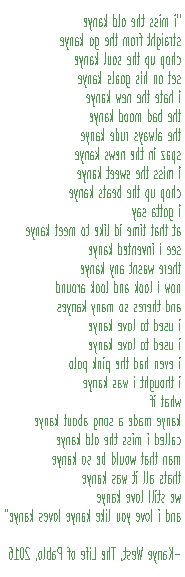
<source format=gbo>
G04 #@! TF.GenerationSoftware,KiCad,Pcbnew,9.0.1*
G04 #@! TF.CreationDate,2025-06-18T17:33:09-04:00*
G04 #@! TF.ProjectId,chop up the soul kanye,63686f70-2075-4702-9074-686520736f75,rev?*
G04 #@! TF.SameCoordinates,Original*
G04 #@! TF.FileFunction,Legend,Bot*
G04 #@! TF.FilePolarity,Positive*
%FSLAX46Y46*%
G04 Gerber Fmt 4.6, Leading zero omitted, Abs format (unit mm)*
G04 Created by KiCad (PCBNEW 9.0.1) date 2025-06-18 17:33:09*
%MOMM*%
%LPD*%
G01*
G04 APERTURE LIST*
%ADD10C,0.125000*%
%ADD11R,1.600000X1.600000*%
%ADD12O,1.600000X1.600000*%
%ADD13C,1.700000*%
%ADD14C,4.000000*%
%ADD15C,2.200000*%
%ADD16C,1.500000*%
%ADD17R,2.000000X2.000000*%
%ADD18C,2.000000*%
%ADD19R,3.200000X2.000000*%
%ADD20R,1.700000X1.700000*%
%ADD21O,1.700000X1.700000*%
%ADD22C,1.524000*%
G04 APERTURE END LIST*
D10*
X183178775Y-91905187D02*
X183178775Y-92095663D01*
X182988299Y-91905187D02*
X182988299Y-92095663D01*
X182774014Y-92905187D02*
X182774014Y-92238520D01*
X182774014Y-91905187D02*
X182797823Y-91952806D01*
X182797823Y-91952806D02*
X182774014Y-92000425D01*
X182774014Y-92000425D02*
X182750204Y-91952806D01*
X182750204Y-91952806D02*
X182774014Y-91905187D01*
X182774014Y-91905187D02*
X182774014Y-92000425D01*
X182154967Y-92905187D02*
X182154967Y-92238520D01*
X182154967Y-92333758D02*
X182131157Y-92286139D01*
X182131157Y-92286139D02*
X182083538Y-92238520D01*
X182083538Y-92238520D02*
X182012110Y-92238520D01*
X182012110Y-92238520D02*
X181964491Y-92286139D01*
X181964491Y-92286139D02*
X181940681Y-92381377D01*
X181940681Y-92381377D02*
X181940681Y-92905187D01*
X181940681Y-92381377D02*
X181916872Y-92286139D01*
X181916872Y-92286139D02*
X181869253Y-92238520D01*
X181869253Y-92238520D02*
X181797824Y-92238520D01*
X181797824Y-92238520D02*
X181750205Y-92286139D01*
X181750205Y-92286139D02*
X181726395Y-92381377D01*
X181726395Y-92381377D02*
X181726395Y-92905187D01*
X181488300Y-92905187D02*
X181488300Y-92238520D01*
X181488300Y-91905187D02*
X181512109Y-91952806D01*
X181512109Y-91952806D02*
X181488300Y-92000425D01*
X181488300Y-92000425D02*
X181464490Y-91952806D01*
X181464490Y-91952806D02*
X181488300Y-91905187D01*
X181488300Y-91905187D02*
X181488300Y-92000425D01*
X181274014Y-92857568D02*
X181226395Y-92905187D01*
X181226395Y-92905187D02*
X181131157Y-92905187D01*
X181131157Y-92905187D02*
X181083538Y-92857568D01*
X181083538Y-92857568D02*
X181059729Y-92762329D01*
X181059729Y-92762329D02*
X181059729Y-92714710D01*
X181059729Y-92714710D02*
X181083538Y-92619472D01*
X181083538Y-92619472D02*
X181131157Y-92571853D01*
X181131157Y-92571853D02*
X181202586Y-92571853D01*
X181202586Y-92571853D02*
X181250205Y-92524234D01*
X181250205Y-92524234D02*
X181274014Y-92428996D01*
X181274014Y-92428996D02*
X181274014Y-92381377D01*
X181274014Y-92381377D02*
X181250205Y-92286139D01*
X181250205Y-92286139D02*
X181202586Y-92238520D01*
X181202586Y-92238520D02*
X181131157Y-92238520D01*
X181131157Y-92238520D02*
X181083538Y-92286139D01*
X180869252Y-92857568D02*
X180821633Y-92905187D01*
X180821633Y-92905187D02*
X180726395Y-92905187D01*
X180726395Y-92905187D02*
X180678776Y-92857568D01*
X180678776Y-92857568D02*
X180654967Y-92762329D01*
X180654967Y-92762329D02*
X180654967Y-92714710D01*
X180654967Y-92714710D02*
X180678776Y-92619472D01*
X180678776Y-92619472D02*
X180726395Y-92571853D01*
X180726395Y-92571853D02*
X180797824Y-92571853D01*
X180797824Y-92571853D02*
X180845443Y-92524234D01*
X180845443Y-92524234D02*
X180869252Y-92428996D01*
X180869252Y-92428996D02*
X180869252Y-92381377D01*
X180869252Y-92381377D02*
X180845443Y-92286139D01*
X180845443Y-92286139D02*
X180797824Y-92238520D01*
X180797824Y-92238520D02*
X180726395Y-92238520D01*
X180726395Y-92238520D02*
X180678776Y-92286139D01*
X180131157Y-92238520D02*
X179940681Y-92238520D01*
X180059729Y-91905187D02*
X180059729Y-92762329D01*
X180059729Y-92762329D02*
X180035919Y-92857568D01*
X180035919Y-92857568D02*
X179988300Y-92905187D01*
X179988300Y-92905187D02*
X179940681Y-92905187D01*
X179774015Y-92905187D02*
X179774015Y-91905187D01*
X179559729Y-92905187D02*
X179559729Y-92381377D01*
X179559729Y-92381377D02*
X179583539Y-92286139D01*
X179583539Y-92286139D02*
X179631158Y-92238520D01*
X179631158Y-92238520D02*
X179702586Y-92238520D01*
X179702586Y-92238520D02*
X179750205Y-92286139D01*
X179750205Y-92286139D02*
X179774015Y-92333758D01*
X179131158Y-92857568D02*
X179178777Y-92905187D01*
X179178777Y-92905187D02*
X179274015Y-92905187D01*
X179274015Y-92905187D02*
X179321634Y-92857568D01*
X179321634Y-92857568D02*
X179345443Y-92762329D01*
X179345443Y-92762329D02*
X179345443Y-92381377D01*
X179345443Y-92381377D02*
X179321634Y-92286139D01*
X179321634Y-92286139D02*
X179274015Y-92238520D01*
X179274015Y-92238520D02*
X179178777Y-92238520D01*
X179178777Y-92238520D02*
X179131158Y-92286139D01*
X179131158Y-92286139D02*
X179107348Y-92381377D01*
X179107348Y-92381377D02*
X179107348Y-92476615D01*
X179107348Y-92476615D02*
X179345443Y-92571853D01*
X178440682Y-92905187D02*
X178488301Y-92857568D01*
X178488301Y-92857568D02*
X178512111Y-92809948D01*
X178512111Y-92809948D02*
X178535920Y-92714710D01*
X178535920Y-92714710D02*
X178535920Y-92428996D01*
X178535920Y-92428996D02*
X178512111Y-92333758D01*
X178512111Y-92333758D02*
X178488301Y-92286139D01*
X178488301Y-92286139D02*
X178440682Y-92238520D01*
X178440682Y-92238520D02*
X178369254Y-92238520D01*
X178369254Y-92238520D02*
X178321635Y-92286139D01*
X178321635Y-92286139D02*
X178297825Y-92333758D01*
X178297825Y-92333758D02*
X178274016Y-92428996D01*
X178274016Y-92428996D02*
X178274016Y-92714710D01*
X178274016Y-92714710D02*
X178297825Y-92809948D01*
X178297825Y-92809948D02*
X178321635Y-92857568D01*
X178321635Y-92857568D02*
X178369254Y-92905187D01*
X178369254Y-92905187D02*
X178440682Y-92905187D01*
X177988301Y-92905187D02*
X178035920Y-92857568D01*
X178035920Y-92857568D02*
X178059730Y-92762329D01*
X178059730Y-92762329D02*
X178059730Y-91905187D01*
X177583539Y-92905187D02*
X177583539Y-91905187D01*
X177583539Y-92857568D02*
X177631158Y-92905187D01*
X177631158Y-92905187D02*
X177726396Y-92905187D01*
X177726396Y-92905187D02*
X177774015Y-92857568D01*
X177774015Y-92857568D02*
X177797825Y-92809948D01*
X177797825Y-92809948D02*
X177821634Y-92714710D01*
X177821634Y-92714710D02*
X177821634Y-92428996D01*
X177821634Y-92428996D02*
X177797825Y-92333758D01*
X177797825Y-92333758D02*
X177774015Y-92286139D01*
X177774015Y-92286139D02*
X177726396Y-92238520D01*
X177726396Y-92238520D02*
X177631158Y-92238520D01*
X177631158Y-92238520D02*
X177583539Y-92286139D01*
X176964492Y-92905187D02*
X176964492Y-91905187D01*
X176916873Y-92524234D02*
X176774016Y-92905187D01*
X176774016Y-92238520D02*
X176964492Y-92619472D01*
X176345444Y-92905187D02*
X176345444Y-92381377D01*
X176345444Y-92381377D02*
X176369254Y-92286139D01*
X176369254Y-92286139D02*
X176416873Y-92238520D01*
X176416873Y-92238520D02*
X176512111Y-92238520D01*
X176512111Y-92238520D02*
X176559730Y-92286139D01*
X176345444Y-92857568D02*
X176393063Y-92905187D01*
X176393063Y-92905187D02*
X176512111Y-92905187D01*
X176512111Y-92905187D02*
X176559730Y-92857568D01*
X176559730Y-92857568D02*
X176583539Y-92762329D01*
X176583539Y-92762329D02*
X176583539Y-92667091D01*
X176583539Y-92667091D02*
X176559730Y-92571853D01*
X176559730Y-92571853D02*
X176512111Y-92524234D01*
X176512111Y-92524234D02*
X176393063Y-92524234D01*
X176393063Y-92524234D02*
X176345444Y-92476615D01*
X176107349Y-92238520D02*
X176107349Y-92905187D01*
X176107349Y-92333758D02*
X176083539Y-92286139D01*
X176083539Y-92286139D02*
X176035920Y-92238520D01*
X176035920Y-92238520D02*
X175964492Y-92238520D01*
X175964492Y-92238520D02*
X175916873Y-92286139D01*
X175916873Y-92286139D02*
X175893063Y-92381377D01*
X175893063Y-92381377D02*
X175893063Y-92905187D01*
X175702587Y-92238520D02*
X175583539Y-92905187D01*
X175464492Y-92238520D02*
X175583539Y-92905187D01*
X175583539Y-92905187D02*
X175631158Y-93143282D01*
X175631158Y-93143282D02*
X175654968Y-93190901D01*
X175654968Y-93190901D02*
X175702587Y-93238520D01*
X175083540Y-92857568D02*
X175131159Y-92905187D01*
X175131159Y-92905187D02*
X175226397Y-92905187D01*
X175226397Y-92905187D02*
X175274016Y-92857568D01*
X175274016Y-92857568D02*
X175297825Y-92762329D01*
X175297825Y-92762329D02*
X175297825Y-92381377D01*
X175297825Y-92381377D02*
X175274016Y-92286139D01*
X175274016Y-92286139D02*
X175226397Y-92238520D01*
X175226397Y-92238520D02*
X175131159Y-92238520D01*
X175131159Y-92238520D02*
X175083540Y-92286139D01*
X175083540Y-92286139D02*
X175059730Y-92381377D01*
X175059730Y-92381377D02*
X175059730Y-92476615D01*
X175059730Y-92476615D02*
X175297825Y-92571853D01*
X183178775Y-94467512D02*
X183131156Y-94515131D01*
X183131156Y-94515131D02*
X183035918Y-94515131D01*
X183035918Y-94515131D02*
X182988299Y-94467512D01*
X182988299Y-94467512D02*
X182964490Y-94372273D01*
X182964490Y-94372273D02*
X182964490Y-94324654D01*
X182964490Y-94324654D02*
X182988299Y-94229416D01*
X182988299Y-94229416D02*
X183035918Y-94181797D01*
X183035918Y-94181797D02*
X183107347Y-94181797D01*
X183107347Y-94181797D02*
X183154966Y-94134178D01*
X183154966Y-94134178D02*
X183178775Y-94038940D01*
X183178775Y-94038940D02*
X183178775Y-93991321D01*
X183178775Y-93991321D02*
X183154966Y-93896083D01*
X183154966Y-93896083D02*
X183107347Y-93848464D01*
X183107347Y-93848464D02*
X183035918Y-93848464D01*
X183035918Y-93848464D02*
X182988299Y-93896083D01*
X182821632Y-93848464D02*
X182631156Y-93848464D01*
X182750204Y-93515131D02*
X182750204Y-94372273D01*
X182750204Y-94372273D02*
X182726394Y-94467512D01*
X182726394Y-94467512D02*
X182678775Y-94515131D01*
X182678775Y-94515131D02*
X182631156Y-94515131D01*
X182464490Y-94515131D02*
X182464490Y-93848464D01*
X182464490Y-94038940D02*
X182440680Y-93943702D01*
X182440680Y-93943702D02*
X182416871Y-93896083D01*
X182416871Y-93896083D02*
X182369252Y-93848464D01*
X182369252Y-93848464D02*
X182321633Y-93848464D01*
X181940680Y-94515131D02*
X181940680Y-93991321D01*
X181940680Y-93991321D02*
X181964490Y-93896083D01*
X181964490Y-93896083D02*
X182012109Y-93848464D01*
X182012109Y-93848464D02*
X182107347Y-93848464D01*
X182107347Y-93848464D02*
X182154966Y-93896083D01*
X181940680Y-94467512D02*
X181988299Y-94515131D01*
X181988299Y-94515131D02*
X182107347Y-94515131D01*
X182107347Y-94515131D02*
X182154966Y-94467512D01*
X182154966Y-94467512D02*
X182178775Y-94372273D01*
X182178775Y-94372273D02*
X182178775Y-94277035D01*
X182178775Y-94277035D02*
X182154966Y-94181797D01*
X182154966Y-94181797D02*
X182107347Y-94134178D01*
X182107347Y-94134178D02*
X181988299Y-94134178D01*
X181988299Y-94134178D02*
X181940680Y-94086559D01*
X181702585Y-94515131D02*
X181702585Y-93848464D01*
X181702585Y-93515131D02*
X181726394Y-93562750D01*
X181726394Y-93562750D02*
X181702585Y-93610369D01*
X181702585Y-93610369D02*
X181678775Y-93562750D01*
X181678775Y-93562750D02*
X181702585Y-93515131D01*
X181702585Y-93515131D02*
X181702585Y-93610369D01*
X181250204Y-93848464D02*
X181250204Y-94657988D01*
X181250204Y-94657988D02*
X181274014Y-94753226D01*
X181274014Y-94753226D02*
X181297823Y-94800845D01*
X181297823Y-94800845D02*
X181345442Y-94848464D01*
X181345442Y-94848464D02*
X181416871Y-94848464D01*
X181416871Y-94848464D02*
X181464490Y-94800845D01*
X181250204Y-94467512D02*
X181297823Y-94515131D01*
X181297823Y-94515131D02*
X181393061Y-94515131D01*
X181393061Y-94515131D02*
X181440680Y-94467512D01*
X181440680Y-94467512D02*
X181464490Y-94419892D01*
X181464490Y-94419892D02*
X181488299Y-94324654D01*
X181488299Y-94324654D02*
X181488299Y-94038940D01*
X181488299Y-94038940D02*
X181464490Y-93943702D01*
X181464490Y-93943702D02*
X181440680Y-93896083D01*
X181440680Y-93896083D02*
X181393061Y-93848464D01*
X181393061Y-93848464D02*
X181297823Y-93848464D01*
X181297823Y-93848464D02*
X181250204Y-93896083D01*
X181012109Y-94515131D02*
X181012109Y-93515131D01*
X180797823Y-94515131D02*
X180797823Y-93991321D01*
X180797823Y-93991321D02*
X180821633Y-93896083D01*
X180821633Y-93896083D02*
X180869252Y-93848464D01*
X180869252Y-93848464D02*
X180940680Y-93848464D01*
X180940680Y-93848464D02*
X180988299Y-93896083D01*
X180988299Y-93896083D02*
X181012109Y-93943702D01*
X180631156Y-93848464D02*
X180440680Y-93848464D01*
X180559728Y-93515131D02*
X180559728Y-94372273D01*
X180559728Y-94372273D02*
X180535918Y-94467512D01*
X180535918Y-94467512D02*
X180488299Y-94515131D01*
X180488299Y-94515131D02*
X180440680Y-94515131D01*
X179964490Y-93848464D02*
X179774014Y-93848464D01*
X179893062Y-94515131D02*
X179893062Y-93657988D01*
X179893062Y-93657988D02*
X179869252Y-93562750D01*
X179869252Y-93562750D02*
X179821633Y-93515131D01*
X179821633Y-93515131D02*
X179774014Y-93515131D01*
X179607348Y-94515131D02*
X179607348Y-93848464D01*
X179607348Y-94038940D02*
X179583538Y-93943702D01*
X179583538Y-93943702D02*
X179559729Y-93896083D01*
X179559729Y-93896083D02*
X179512110Y-93848464D01*
X179512110Y-93848464D02*
X179464491Y-93848464D01*
X179226395Y-94515131D02*
X179274014Y-94467512D01*
X179274014Y-94467512D02*
X179297824Y-94419892D01*
X179297824Y-94419892D02*
X179321633Y-94324654D01*
X179321633Y-94324654D02*
X179321633Y-94038940D01*
X179321633Y-94038940D02*
X179297824Y-93943702D01*
X179297824Y-93943702D02*
X179274014Y-93896083D01*
X179274014Y-93896083D02*
X179226395Y-93848464D01*
X179226395Y-93848464D02*
X179154967Y-93848464D01*
X179154967Y-93848464D02*
X179107348Y-93896083D01*
X179107348Y-93896083D02*
X179083538Y-93943702D01*
X179083538Y-93943702D02*
X179059729Y-94038940D01*
X179059729Y-94038940D02*
X179059729Y-94324654D01*
X179059729Y-94324654D02*
X179083538Y-94419892D01*
X179083538Y-94419892D02*
X179107348Y-94467512D01*
X179107348Y-94467512D02*
X179154967Y-94515131D01*
X179154967Y-94515131D02*
X179226395Y-94515131D01*
X178845443Y-94515131D02*
X178845443Y-93848464D01*
X178845443Y-93943702D02*
X178821633Y-93896083D01*
X178821633Y-93896083D02*
X178774014Y-93848464D01*
X178774014Y-93848464D02*
X178702586Y-93848464D01*
X178702586Y-93848464D02*
X178654967Y-93896083D01*
X178654967Y-93896083D02*
X178631157Y-93991321D01*
X178631157Y-93991321D02*
X178631157Y-94515131D01*
X178631157Y-93991321D02*
X178607348Y-93896083D01*
X178607348Y-93896083D02*
X178559729Y-93848464D01*
X178559729Y-93848464D02*
X178488300Y-93848464D01*
X178488300Y-93848464D02*
X178440681Y-93896083D01*
X178440681Y-93896083D02*
X178416871Y-93991321D01*
X178416871Y-93991321D02*
X178416871Y-94515131D01*
X177869252Y-93848464D02*
X177678776Y-93848464D01*
X177797824Y-93515131D02*
X177797824Y-94372273D01*
X177797824Y-94372273D02*
X177774014Y-94467512D01*
X177774014Y-94467512D02*
X177726395Y-94515131D01*
X177726395Y-94515131D02*
X177678776Y-94515131D01*
X177512110Y-94515131D02*
X177512110Y-93515131D01*
X177297824Y-94515131D02*
X177297824Y-93991321D01*
X177297824Y-93991321D02*
X177321634Y-93896083D01*
X177321634Y-93896083D02*
X177369253Y-93848464D01*
X177369253Y-93848464D02*
X177440681Y-93848464D01*
X177440681Y-93848464D02*
X177488300Y-93896083D01*
X177488300Y-93896083D02*
X177512110Y-93943702D01*
X176869253Y-94467512D02*
X176916872Y-94515131D01*
X176916872Y-94515131D02*
X177012110Y-94515131D01*
X177012110Y-94515131D02*
X177059729Y-94467512D01*
X177059729Y-94467512D02*
X177083538Y-94372273D01*
X177083538Y-94372273D02*
X177083538Y-93991321D01*
X177083538Y-93991321D02*
X177059729Y-93896083D01*
X177059729Y-93896083D02*
X177012110Y-93848464D01*
X177012110Y-93848464D02*
X176916872Y-93848464D01*
X176916872Y-93848464D02*
X176869253Y-93896083D01*
X176869253Y-93896083D02*
X176845443Y-93991321D01*
X176845443Y-93991321D02*
X176845443Y-94086559D01*
X176845443Y-94086559D02*
X177083538Y-94181797D01*
X176035920Y-93848464D02*
X176035920Y-94657988D01*
X176035920Y-94657988D02*
X176059730Y-94753226D01*
X176059730Y-94753226D02*
X176083539Y-94800845D01*
X176083539Y-94800845D02*
X176131158Y-94848464D01*
X176131158Y-94848464D02*
X176202587Y-94848464D01*
X176202587Y-94848464D02*
X176250206Y-94800845D01*
X176035920Y-94467512D02*
X176083539Y-94515131D01*
X176083539Y-94515131D02*
X176178777Y-94515131D01*
X176178777Y-94515131D02*
X176226396Y-94467512D01*
X176226396Y-94467512D02*
X176250206Y-94419892D01*
X176250206Y-94419892D02*
X176274015Y-94324654D01*
X176274015Y-94324654D02*
X176274015Y-94038940D01*
X176274015Y-94038940D02*
X176250206Y-93943702D01*
X176250206Y-93943702D02*
X176226396Y-93896083D01*
X176226396Y-93896083D02*
X176178777Y-93848464D01*
X176178777Y-93848464D02*
X176083539Y-93848464D01*
X176083539Y-93848464D02*
X176035920Y-93896083D01*
X175726396Y-94515131D02*
X175774015Y-94467512D01*
X175774015Y-94467512D02*
X175797825Y-94419892D01*
X175797825Y-94419892D02*
X175821634Y-94324654D01*
X175821634Y-94324654D02*
X175821634Y-94038940D01*
X175821634Y-94038940D02*
X175797825Y-93943702D01*
X175797825Y-93943702D02*
X175774015Y-93896083D01*
X175774015Y-93896083D02*
X175726396Y-93848464D01*
X175726396Y-93848464D02*
X175654968Y-93848464D01*
X175654968Y-93848464D02*
X175607349Y-93896083D01*
X175607349Y-93896083D02*
X175583539Y-93943702D01*
X175583539Y-93943702D02*
X175559730Y-94038940D01*
X175559730Y-94038940D02*
X175559730Y-94324654D01*
X175559730Y-94324654D02*
X175583539Y-94419892D01*
X175583539Y-94419892D02*
X175607349Y-94467512D01*
X175607349Y-94467512D02*
X175654968Y-94515131D01*
X175654968Y-94515131D02*
X175726396Y-94515131D01*
X174964492Y-94515131D02*
X174964492Y-93515131D01*
X174916873Y-94134178D02*
X174774016Y-94515131D01*
X174774016Y-93848464D02*
X174964492Y-94229416D01*
X174345444Y-94515131D02*
X174345444Y-93991321D01*
X174345444Y-93991321D02*
X174369254Y-93896083D01*
X174369254Y-93896083D02*
X174416873Y-93848464D01*
X174416873Y-93848464D02*
X174512111Y-93848464D01*
X174512111Y-93848464D02*
X174559730Y-93896083D01*
X174345444Y-94467512D02*
X174393063Y-94515131D01*
X174393063Y-94515131D02*
X174512111Y-94515131D01*
X174512111Y-94515131D02*
X174559730Y-94467512D01*
X174559730Y-94467512D02*
X174583539Y-94372273D01*
X174583539Y-94372273D02*
X174583539Y-94277035D01*
X174583539Y-94277035D02*
X174559730Y-94181797D01*
X174559730Y-94181797D02*
X174512111Y-94134178D01*
X174512111Y-94134178D02*
X174393063Y-94134178D01*
X174393063Y-94134178D02*
X174345444Y-94086559D01*
X174107349Y-93848464D02*
X174107349Y-94515131D01*
X174107349Y-93943702D02*
X174083539Y-93896083D01*
X174083539Y-93896083D02*
X174035920Y-93848464D01*
X174035920Y-93848464D02*
X173964492Y-93848464D01*
X173964492Y-93848464D02*
X173916873Y-93896083D01*
X173916873Y-93896083D02*
X173893063Y-93991321D01*
X173893063Y-93991321D02*
X173893063Y-94515131D01*
X173702587Y-93848464D02*
X173583539Y-94515131D01*
X173464492Y-93848464D02*
X173583539Y-94515131D01*
X173583539Y-94515131D02*
X173631158Y-94753226D01*
X173631158Y-94753226D02*
X173654968Y-94800845D01*
X173654968Y-94800845D02*
X173702587Y-94848464D01*
X173083540Y-94467512D02*
X173131159Y-94515131D01*
X173131159Y-94515131D02*
X173226397Y-94515131D01*
X173226397Y-94515131D02*
X173274016Y-94467512D01*
X173274016Y-94467512D02*
X173297825Y-94372273D01*
X173297825Y-94372273D02*
X173297825Y-93991321D01*
X173297825Y-93991321D02*
X173274016Y-93896083D01*
X173274016Y-93896083D02*
X173226397Y-93848464D01*
X173226397Y-93848464D02*
X173131159Y-93848464D01*
X173131159Y-93848464D02*
X173083540Y-93896083D01*
X173083540Y-93896083D02*
X173059730Y-93991321D01*
X173059730Y-93991321D02*
X173059730Y-94086559D01*
X173059730Y-94086559D02*
X173297825Y-94181797D01*
X182940680Y-96077456D02*
X182988299Y-96125075D01*
X182988299Y-96125075D02*
X183083537Y-96125075D01*
X183083537Y-96125075D02*
X183131156Y-96077456D01*
X183131156Y-96077456D02*
X183154966Y-96029836D01*
X183154966Y-96029836D02*
X183178775Y-95934598D01*
X183178775Y-95934598D02*
X183178775Y-95648884D01*
X183178775Y-95648884D02*
X183154966Y-95553646D01*
X183154966Y-95553646D02*
X183131156Y-95506027D01*
X183131156Y-95506027D02*
X183083537Y-95458408D01*
X183083537Y-95458408D02*
X182988299Y-95458408D01*
X182988299Y-95458408D02*
X182940680Y-95506027D01*
X182726395Y-96125075D02*
X182726395Y-95125075D01*
X182512109Y-96125075D02*
X182512109Y-95601265D01*
X182512109Y-95601265D02*
X182535919Y-95506027D01*
X182535919Y-95506027D02*
X182583538Y-95458408D01*
X182583538Y-95458408D02*
X182654966Y-95458408D01*
X182654966Y-95458408D02*
X182702585Y-95506027D01*
X182702585Y-95506027D02*
X182726395Y-95553646D01*
X182202585Y-96125075D02*
X182250204Y-96077456D01*
X182250204Y-96077456D02*
X182274014Y-96029836D01*
X182274014Y-96029836D02*
X182297823Y-95934598D01*
X182297823Y-95934598D02*
X182297823Y-95648884D01*
X182297823Y-95648884D02*
X182274014Y-95553646D01*
X182274014Y-95553646D02*
X182250204Y-95506027D01*
X182250204Y-95506027D02*
X182202585Y-95458408D01*
X182202585Y-95458408D02*
X182131157Y-95458408D01*
X182131157Y-95458408D02*
X182083538Y-95506027D01*
X182083538Y-95506027D02*
X182059728Y-95553646D01*
X182059728Y-95553646D02*
X182035919Y-95648884D01*
X182035919Y-95648884D02*
X182035919Y-95934598D01*
X182035919Y-95934598D02*
X182059728Y-96029836D01*
X182059728Y-96029836D02*
X182083538Y-96077456D01*
X182083538Y-96077456D02*
X182131157Y-96125075D01*
X182131157Y-96125075D02*
X182202585Y-96125075D01*
X181821633Y-95458408D02*
X181821633Y-96458408D01*
X181821633Y-95506027D02*
X181774014Y-95458408D01*
X181774014Y-95458408D02*
X181678776Y-95458408D01*
X181678776Y-95458408D02*
X181631157Y-95506027D01*
X181631157Y-95506027D02*
X181607347Y-95553646D01*
X181607347Y-95553646D02*
X181583538Y-95648884D01*
X181583538Y-95648884D02*
X181583538Y-95934598D01*
X181583538Y-95934598D02*
X181607347Y-96029836D01*
X181607347Y-96029836D02*
X181631157Y-96077456D01*
X181631157Y-96077456D02*
X181678776Y-96125075D01*
X181678776Y-96125075D02*
X181774014Y-96125075D01*
X181774014Y-96125075D02*
X181821633Y-96077456D01*
X180774014Y-95458408D02*
X180774014Y-96125075D01*
X180988300Y-95458408D02*
X180988300Y-95982217D01*
X180988300Y-95982217D02*
X180964490Y-96077456D01*
X180964490Y-96077456D02*
X180916871Y-96125075D01*
X180916871Y-96125075D02*
X180845443Y-96125075D01*
X180845443Y-96125075D02*
X180797824Y-96077456D01*
X180797824Y-96077456D02*
X180774014Y-96029836D01*
X180535919Y-95458408D02*
X180535919Y-96458408D01*
X180535919Y-95506027D02*
X180488300Y-95458408D01*
X180488300Y-95458408D02*
X180393062Y-95458408D01*
X180393062Y-95458408D02*
X180345443Y-95506027D01*
X180345443Y-95506027D02*
X180321633Y-95553646D01*
X180321633Y-95553646D02*
X180297824Y-95648884D01*
X180297824Y-95648884D02*
X180297824Y-95934598D01*
X180297824Y-95934598D02*
X180321633Y-96029836D01*
X180321633Y-96029836D02*
X180345443Y-96077456D01*
X180345443Y-96077456D02*
X180393062Y-96125075D01*
X180393062Y-96125075D02*
X180488300Y-96125075D01*
X180488300Y-96125075D02*
X180535919Y-96077456D01*
X179774014Y-95458408D02*
X179583538Y-95458408D01*
X179702586Y-95125075D02*
X179702586Y-95982217D01*
X179702586Y-95982217D02*
X179678776Y-96077456D01*
X179678776Y-96077456D02*
X179631157Y-96125075D01*
X179631157Y-96125075D02*
X179583538Y-96125075D01*
X179416872Y-96125075D02*
X179416872Y-95125075D01*
X179202586Y-96125075D02*
X179202586Y-95601265D01*
X179202586Y-95601265D02*
X179226396Y-95506027D01*
X179226396Y-95506027D02*
X179274015Y-95458408D01*
X179274015Y-95458408D02*
X179345443Y-95458408D01*
X179345443Y-95458408D02*
X179393062Y-95506027D01*
X179393062Y-95506027D02*
X179416872Y-95553646D01*
X178774015Y-96077456D02*
X178821634Y-96125075D01*
X178821634Y-96125075D02*
X178916872Y-96125075D01*
X178916872Y-96125075D02*
X178964491Y-96077456D01*
X178964491Y-96077456D02*
X178988300Y-95982217D01*
X178988300Y-95982217D02*
X178988300Y-95601265D01*
X178988300Y-95601265D02*
X178964491Y-95506027D01*
X178964491Y-95506027D02*
X178916872Y-95458408D01*
X178916872Y-95458408D02*
X178821634Y-95458408D01*
X178821634Y-95458408D02*
X178774015Y-95506027D01*
X178774015Y-95506027D02*
X178750205Y-95601265D01*
X178750205Y-95601265D02*
X178750205Y-95696503D01*
X178750205Y-95696503D02*
X178988300Y-95791741D01*
X178178777Y-96077456D02*
X178131158Y-96125075D01*
X178131158Y-96125075D02*
X178035920Y-96125075D01*
X178035920Y-96125075D02*
X177988301Y-96077456D01*
X177988301Y-96077456D02*
X177964492Y-95982217D01*
X177964492Y-95982217D02*
X177964492Y-95934598D01*
X177964492Y-95934598D02*
X177988301Y-95839360D01*
X177988301Y-95839360D02*
X178035920Y-95791741D01*
X178035920Y-95791741D02*
X178107349Y-95791741D01*
X178107349Y-95791741D02*
X178154968Y-95744122D01*
X178154968Y-95744122D02*
X178178777Y-95648884D01*
X178178777Y-95648884D02*
X178178777Y-95601265D01*
X178178777Y-95601265D02*
X178154968Y-95506027D01*
X178154968Y-95506027D02*
X178107349Y-95458408D01*
X178107349Y-95458408D02*
X178035920Y-95458408D01*
X178035920Y-95458408D02*
X177988301Y-95506027D01*
X177678777Y-96125075D02*
X177726396Y-96077456D01*
X177726396Y-96077456D02*
X177750206Y-96029836D01*
X177750206Y-96029836D02*
X177774015Y-95934598D01*
X177774015Y-95934598D02*
X177774015Y-95648884D01*
X177774015Y-95648884D02*
X177750206Y-95553646D01*
X177750206Y-95553646D02*
X177726396Y-95506027D01*
X177726396Y-95506027D02*
X177678777Y-95458408D01*
X177678777Y-95458408D02*
X177607349Y-95458408D01*
X177607349Y-95458408D02*
X177559730Y-95506027D01*
X177559730Y-95506027D02*
X177535920Y-95553646D01*
X177535920Y-95553646D02*
X177512111Y-95648884D01*
X177512111Y-95648884D02*
X177512111Y-95934598D01*
X177512111Y-95934598D02*
X177535920Y-96029836D01*
X177535920Y-96029836D02*
X177559730Y-96077456D01*
X177559730Y-96077456D02*
X177607349Y-96125075D01*
X177607349Y-96125075D02*
X177678777Y-96125075D01*
X177083539Y-95458408D02*
X177083539Y-96125075D01*
X177297825Y-95458408D02*
X177297825Y-95982217D01*
X177297825Y-95982217D02*
X177274015Y-96077456D01*
X177274015Y-96077456D02*
X177226396Y-96125075D01*
X177226396Y-96125075D02*
X177154968Y-96125075D01*
X177154968Y-96125075D02*
X177107349Y-96077456D01*
X177107349Y-96077456D02*
X177083539Y-96029836D01*
X176774015Y-96125075D02*
X176821634Y-96077456D01*
X176821634Y-96077456D02*
X176845444Y-95982217D01*
X176845444Y-95982217D02*
X176845444Y-95125075D01*
X176202587Y-96125075D02*
X176202587Y-95125075D01*
X176154968Y-95744122D02*
X176012111Y-96125075D01*
X176012111Y-95458408D02*
X176202587Y-95839360D01*
X175583539Y-96125075D02*
X175583539Y-95601265D01*
X175583539Y-95601265D02*
X175607349Y-95506027D01*
X175607349Y-95506027D02*
X175654968Y-95458408D01*
X175654968Y-95458408D02*
X175750206Y-95458408D01*
X175750206Y-95458408D02*
X175797825Y-95506027D01*
X175583539Y-96077456D02*
X175631158Y-96125075D01*
X175631158Y-96125075D02*
X175750206Y-96125075D01*
X175750206Y-96125075D02*
X175797825Y-96077456D01*
X175797825Y-96077456D02*
X175821634Y-95982217D01*
X175821634Y-95982217D02*
X175821634Y-95886979D01*
X175821634Y-95886979D02*
X175797825Y-95791741D01*
X175797825Y-95791741D02*
X175750206Y-95744122D01*
X175750206Y-95744122D02*
X175631158Y-95744122D01*
X175631158Y-95744122D02*
X175583539Y-95696503D01*
X175345444Y-95458408D02*
X175345444Y-96125075D01*
X175345444Y-95553646D02*
X175321634Y-95506027D01*
X175321634Y-95506027D02*
X175274015Y-95458408D01*
X175274015Y-95458408D02*
X175202587Y-95458408D01*
X175202587Y-95458408D02*
X175154968Y-95506027D01*
X175154968Y-95506027D02*
X175131158Y-95601265D01*
X175131158Y-95601265D02*
X175131158Y-96125075D01*
X174940682Y-95458408D02*
X174821634Y-96125075D01*
X174702587Y-95458408D02*
X174821634Y-96125075D01*
X174821634Y-96125075D02*
X174869253Y-96363170D01*
X174869253Y-96363170D02*
X174893063Y-96410789D01*
X174893063Y-96410789D02*
X174940682Y-96458408D01*
X174321635Y-96077456D02*
X174369254Y-96125075D01*
X174369254Y-96125075D02*
X174464492Y-96125075D01*
X174464492Y-96125075D02*
X174512111Y-96077456D01*
X174512111Y-96077456D02*
X174535920Y-95982217D01*
X174535920Y-95982217D02*
X174535920Y-95601265D01*
X174535920Y-95601265D02*
X174512111Y-95506027D01*
X174512111Y-95506027D02*
X174464492Y-95458408D01*
X174464492Y-95458408D02*
X174369254Y-95458408D01*
X174369254Y-95458408D02*
X174321635Y-95506027D01*
X174321635Y-95506027D02*
X174297825Y-95601265D01*
X174297825Y-95601265D02*
X174297825Y-95696503D01*
X174297825Y-95696503D02*
X174535920Y-95791741D01*
X183178775Y-97687400D02*
X183131156Y-97735019D01*
X183131156Y-97735019D02*
X183035918Y-97735019D01*
X183035918Y-97735019D02*
X182988299Y-97687400D01*
X182988299Y-97687400D02*
X182964490Y-97592161D01*
X182964490Y-97592161D02*
X182964490Y-97544542D01*
X182964490Y-97544542D02*
X182988299Y-97449304D01*
X182988299Y-97449304D02*
X183035918Y-97401685D01*
X183035918Y-97401685D02*
X183107347Y-97401685D01*
X183107347Y-97401685D02*
X183154966Y-97354066D01*
X183154966Y-97354066D02*
X183178775Y-97258828D01*
X183178775Y-97258828D02*
X183178775Y-97211209D01*
X183178775Y-97211209D02*
X183154966Y-97115971D01*
X183154966Y-97115971D02*
X183107347Y-97068352D01*
X183107347Y-97068352D02*
X183035918Y-97068352D01*
X183035918Y-97068352D02*
X182988299Y-97115971D01*
X182559728Y-97687400D02*
X182607347Y-97735019D01*
X182607347Y-97735019D02*
X182702585Y-97735019D01*
X182702585Y-97735019D02*
X182750204Y-97687400D01*
X182750204Y-97687400D02*
X182774013Y-97592161D01*
X182774013Y-97592161D02*
X182774013Y-97211209D01*
X182774013Y-97211209D02*
X182750204Y-97115971D01*
X182750204Y-97115971D02*
X182702585Y-97068352D01*
X182702585Y-97068352D02*
X182607347Y-97068352D01*
X182607347Y-97068352D02*
X182559728Y-97115971D01*
X182559728Y-97115971D02*
X182535918Y-97211209D01*
X182535918Y-97211209D02*
X182535918Y-97306447D01*
X182535918Y-97306447D02*
X182774013Y-97401685D01*
X182393061Y-97068352D02*
X182202585Y-97068352D01*
X182321633Y-96735019D02*
X182321633Y-97592161D01*
X182321633Y-97592161D02*
X182297823Y-97687400D01*
X182297823Y-97687400D02*
X182250204Y-97735019D01*
X182250204Y-97735019D02*
X182202585Y-97735019D01*
X181583538Y-97735019D02*
X181631157Y-97687400D01*
X181631157Y-97687400D02*
X181654967Y-97639780D01*
X181654967Y-97639780D02*
X181678776Y-97544542D01*
X181678776Y-97544542D02*
X181678776Y-97258828D01*
X181678776Y-97258828D02*
X181654967Y-97163590D01*
X181654967Y-97163590D02*
X181631157Y-97115971D01*
X181631157Y-97115971D02*
X181583538Y-97068352D01*
X181583538Y-97068352D02*
X181512110Y-97068352D01*
X181512110Y-97068352D02*
X181464491Y-97115971D01*
X181464491Y-97115971D02*
X181440681Y-97163590D01*
X181440681Y-97163590D02*
X181416872Y-97258828D01*
X181416872Y-97258828D02*
X181416872Y-97544542D01*
X181416872Y-97544542D02*
X181440681Y-97639780D01*
X181440681Y-97639780D02*
X181464491Y-97687400D01*
X181464491Y-97687400D02*
X181512110Y-97735019D01*
X181512110Y-97735019D02*
X181583538Y-97735019D01*
X181202586Y-97068352D02*
X181202586Y-97735019D01*
X181202586Y-97163590D02*
X181178776Y-97115971D01*
X181178776Y-97115971D02*
X181131157Y-97068352D01*
X181131157Y-97068352D02*
X181059729Y-97068352D01*
X181059729Y-97068352D02*
X181012110Y-97115971D01*
X181012110Y-97115971D02*
X180988300Y-97211209D01*
X180988300Y-97211209D02*
X180988300Y-97735019D01*
X180369253Y-97735019D02*
X180369253Y-96735019D01*
X180154967Y-97735019D02*
X180154967Y-97211209D01*
X180154967Y-97211209D02*
X180178777Y-97115971D01*
X180178777Y-97115971D02*
X180226396Y-97068352D01*
X180226396Y-97068352D02*
X180297824Y-97068352D01*
X180297824Y-97068352D02*
X180345443Y-97115971D01*
X180345443Y-97115971D02*
X180369253Y-97163590D01*
X179916872Y-97735019D02*
X179916872Y-97068352D01*
X179916872Y-96735019D02*
X179940681Y-96782638D01*
X179940681Y-96782638D02*
X179916872Y-96830257D01*
X179916872Y-96830257D02*
X179893062Y-96782638D01*
X179893062Y-96782638D02*
X179916872Y-96735019D01*
X179916872Y-96735019D02*
X179916872Y-96830257D01*
X179702586Y-97687400D02*
X179654967Y-97735019D01*
X179654967Y-97735019D02*
X179559729Y-97735019D01*
X179559729Y-97735019D02*
X179512110Y-97687400D01*
X179512110Y-97687400D02*
X179488301Y-97592161D01*
X179488301Y-97592161D02*
X179488301Y-97544542D01*
X179488301Y-97544542D02*
X179512110Y-97449304D01*
X179512110Y-97449304D02*
X179559729Y-97401685D01*
X179559729Y-97401685D02*
X179631158Y-97401685D01*
X179631158Y-97401685D02*
X179678777Y-97354066D01*
X179678777Y-97354066D02*
X179702586Y-97258828D01*
X179702586Y-97258828D02*
X179702586Y-97211209D01*
X179702586Y-97211209D02*
X179678777Y-97115971D01*
X179678777Y-97115971D02*
X179631158Y-97068352D01*
X179631158Y-97068352D02*
X179559729Y-97068352D01*
X179559729Y-97068352D02*
X179512110Y-97115971D01*
X178678777Y-97068352D02*
X178678777Y-97877876D01*
X178678777Y-97877876D02*
X178702587Y-97973114D01*
X178702587Y-97973114D02*
X178726396Y-98020733D01*
X178726396Y-98020733D02*
X178774015Y-98068352D01*
X178774015Y-98068352D02*
X178845444Y-98068352D01*
X178845444Y-98068352D02*
X178893063Y-98020733D01*
X178678777Y-97687400D02*
X178726396Y-97735019D01*
X178726396Y-97735019D02*
X178821634Y-97735019D01*
X178821634Y-97735019D02*
X178869253Y-97687400D01*
X178869253Y-97687400D02*
X178893063Y-97639780D01*
X178893063Y-97639780D02*
X178916872Y-97544542D01*
X178916872Y-97544542D02*
X178916872Y-97258828D01*
X178916872Y-97258828D02*
X178893063Y-97163590D01*
X178893063Y-97163590D02*
X178869253Y-97115971D01*
X178869253Y-97115971D02*
X178821634Y-97068352D01*
X178821634Y-97068352D02*
X178726396Y-97068352D01*
X178726396Y-97068352D02*
X178678777Y-97115971D01*
X178369253Y-97735019D02*
X178416872Y-97687400D01*
X178416872Y-97687400D02*
X178440682Y-97639780D01*
X178440682Y-97639780D02*
X178464491Y-97544542D01*
X178464491Y-97544542D02*
X178464491Y-97258828D01*
X178464491Y-97258828D02*
X178440682Y-97163590D01*
X178440682Y-97163590D02*
X178416872Y-97115971D01*
X178416872Y-97115971D02*
X178369253Y-97068352D01*
X178369253Y-97068352D02*
X178297825Y-97068352D01*
X178297825Y-97068352D02*
X178250206Y-97115971D01*
X178250206Y-97115971D02*
X178226396Y-97163590D01*
X178226396Y-97163590D02*
X178202587Y-97258828D01*
X178202587Y-97258828D02*
X178202587Y-97544542D01*
X178202587Y-97544542D02*
X178226396Y-97639780D01*
X178226396Y-97639780D02*
X178250206Y-97687400D01*
X178250206Y-97687400D02*
X178297825Y-97735019D01*
X178297825Y-97735019D02*
X178369253Y-97735019D01*
X177774015Y-97735019D02*
X177774015Y-97211209D01*
X177774015Y-97211209D02*
X177797825Y-97115971D01*
X177797825Y-97115971D02*
X177845444Y-97068352D01*
X177845444Y-97068352D02*
X177940682Y-97068352D01*
X177940682Y-97068352D02*
X177988301Y-97115971D01*
X177774015Y-97687400D02*
X177821634Y-97735019D01*
X177821634Y-97735019D02*
X177940682Y-97735019D01*
X177940682Y-97735019D02*
X177988301Y-97687400D01*
X177988301Y-97687400D02*
X178012110Y-97592161D01*
X178012110Y-97592161D02*
X178012110Y-97496923D01*
X178012110Y-97496923D02*
X177988301Y-97401685D01*
X177988301Y-97401685D02*
X177940682Y-97354066D01*
X177940682Y-97354066D02*
X177821634Y-97354066D01*
X177821634Y-97354066D02*
X177774015Y-97306447D01*
X177464491Y-97735019D02*
X177512110Y-97687400D01*
X177512110Y-97687400D02*
X177535920Y-97592161D01*
X177535920Y-97592161D02*
X177535920Y-96735019D01*
X177297824Y-97687400D02*
X177250205Y-97735019D01*
X177250205Y-97735019D02*
X177154967Y-97735019D01*
X177154967Y-97735019D02*
X177107348Y-97687400D01*
X177107348Y-97687400D02*
X177083539Y-97592161D01*
X177083539Y-97592161D02*
X177083539Y-97544542D01*
X177083539Y-97544542D02*
X177107348Y-97449304D01*
X177107348Y-97449304D02*
X177154967Y-97401685D01*
X177154967Y-97401685D02*
X177226396Y-97401685D01*
X177226396Y-97401685D02*
X177274015Y-97354066D01*
X177274015Y-97354066D02*
X177297824Y-97258828D01*
X177297824Y-97258828D02*
X177297824Y-97211209D01*
X177297824Y-97211209D02*
X177274015Y-97115971D01*
X177274015Y-97115971D02*
X177226396Y-97068352D01*
X177226396Y-97068352D02*
X177154967Y-97068352D01*
X177154967Y-97068352D02*
X177107348Y-97115971D01*
X176488301Y-97735019D02*
X176488301Y-96735019D01*
X176440682Y-97354066D02*
X176297825Y-97735019D01*
X176297825Y-97068352D02*
X176488301Y-97449304D01*
X175869253Y-97735019D02*
X175869253Y-97211209D01*
X175869253Y-97211209D02*
X175893063Y-97115971D01*
X175893063Y-97115971D02*
X175940682Y-97068352D01*
X175940682Y-97068352D02*
X176035920Y-97068352D01*
X176035920Y-97068352D02*
X176083539Y-97115971D01*
X175869253Y-97687400D02*
X175916872Y-97735019D01*
X175916872Y-97735019D02*
X176035920Y-97735019D01*
X176035920Y-97735019D02*
X176083539Y-97687400D01*
X176083539Y-97687400D02*
X176107348Y-97592161D01*
X176107348Y-97592161D02*
X176107348Y-97496923D01*
X176107348Y-97496923D02*
X176083539Y-97401685D01*
X176083539Y-97401685D02*
X176035920Y-97354066D01*
X176035920Y-97354066D02*
X175916872Y-97354066D01*
X175916872Y-97354066D02*
X175869253Y-97306447D01*
X175631158Y-97068352D02*
X175631158Y-97735019D01*
X175631158Y-97163590D02*
X175607348Y-97115971D01*
X175607348Y-97115971D02*
X175559729Y-97068352D01*
X175559729Y-97068352D02*
X175488301Y-97068352D01*
X175488301Y-97068352D02*
X175440682Y-97115971D01*
X175440682Y-97115971D02*
X175416872Y-97211209D01*
X175416872Y-97211209D02*
X175416872Y-97735019D01*
X175226396Y-97068352D02*
X175107348Y-97735019D01*
X174988301Y-97068352D02*
X175107348Y-97735019D01*
X175107348Y-97735019D02*
X175154967Y-97973114D01*
X175154967Y-97973114D02*
X175178777Y-98020733D01*
X175178777Y-98020733D02*
X175226396Y-98068352D01*
X174607349Y-97687400D02*
X174654968Y-97735019D01*
X174654968Y-97735019D02*
X174750206Y-97735019D01*
X174750206Y-97735019D02*
X174797825Y-97687400D01*
X174797825Y-97687400D02*
X174821634Y-97592161D01*
X174821634Y-97592161D02*
X174821634Y-97211209D01*
X174821634Y-97211209D02*
X174797825Y-97115971D01*
X174797825Y-97115971D02*
X174750206Y-97068352D01*
X174750206Y-97068352D02*
X174654968Y-97068352D01*
X174654968Y-97068352D02*
X174607349Y-97115971D01*
X174607349Y-97115971D02*
X174583539Y-97211209D01*
X174583539Y-97211209D02*
X174583539Y-97306447D01*
X174583539Y-97306447D02*
X174821634Y-97401685D01*
X183154966Y-99344963D02*
X183154966Y-98678296D01*
X183154966Y-98344963D02*
X183178775Y-98392582D01*
X183178775Y-98392582D02*
X183154966Y-98440201D01*
X183154966Y-98440201D02*
X183131156Y-98392582D01*
X183131156Y-98392582D02*
X183154966Y-98344963D01*
X183154966Y-98344963D02*
X183154966Y-98440201D01*
X182535919Y-99344963D02*
X182535919Y-98344963D01*
X182321633Y-99344963D02*
X182321633Y-98821153D01*
X182321633Y-98821153D02*
X182345443Y-98725915D01*
X182345443Y-98725915D02*
X182393062Y-98678296D01*
X182393062Y-98678296D02*
X182464490Y-98678296D01*
X182464490Y-98678296D02*
X182512109Y-98725915D01*
X182512109Y-98725915D02*
X182535919Y-98773534D01*
X181869252Y-99344963D02*
X181869252Y-98821153D01*
X181869252Y-98821153D02*
X181893062Y-98725915D01*
X181893062Y-98725915D02*
X181940681Y-98678296D01*
X181940681Y-98678296D02*
X182035919Y-98678296D01*
X182035919Y-98678296D02*
X182083538Y-98725915D01*
X181869252Y-99297344D02*
X181916871Y-99344963D01*
X181916871Y-99344963D02*
X182035919Y-99344963D01*
X182035919Y-99344963D02*
X182083538Y-99297344D01*
X182083538Y-99297344D02*
X182107347Y-99202105D01*
X182107347Y-99202105D02*
X182107347Y-99106867D01*
X182107347Y-99106867D02*
X182083538Y-99011629D01*
X182083538Y-99011629D02*
X182035919Y-98964010D01*
X182035919Y-98964010D02*
X181916871Y-98964010D01*
X181916871Y-98964010D02*
X181869252Y-98916391D01*
X181702585Y-98678296D02*
X181512109Y-98678296D01*
X181631157Y-98344963D02*
X181631157Y-99202105D01*
X181631157Y-99202105D02*
X181607347Y-99297344D01*
X181607347Y-99297344D02*
X181559728Y-99344963D01*
X181559728Y-99344963D02*
X181512109Y-99344963D01*
X181154967Y-99297344D02*
X181202586Y-99344963D01*
X181202586Y-99344963D02*
X181297824Y-99344963D01*
X181297824Y-99344963D02*
X181345443Y-99297344D01*
X181345443Y-99297344D02*
X181369252Y-99202105D01*
X181369252Y-99202105D02*
X181369252Y-98821153D01*
X181369252Y-98821153D02*
X181345443Y-98725915D01*
X181345443Y-98725915D02*
X181297824Y-98678296D01*
X181297824Y-98678296D02*
X181202586Y-98678296D01*
X181202586Y-98678296D02*
X181154967Y-98725915D01*
X181154967Y-98725915D02*
X181131157Y-98821153D01*
X181131157Y-98821153D02*
X181131157Y-98916391D01*
X181131157Y-98916391D02*
X181369252Y-99011629D01*
X180607348Y-98678296D02*
X180416872Y-98678296D01*
X180535920Y-98344963D02*
X180535920Y-99202105D01*
X180535920Y-99202105D02*
X180512110Y-99297344D01*
X180512110Y-99297344D02*
X180464491Y-99344963D01*
X180464491Y-99344963D02*
X180416872Y-99344963D01*
X180250206Y-99344963D02*
X180250206Y-98344963D01*
X180035920Y-99344963D02*
X180035920Y-98821153D01*
X180035920Y-98821153D02*
X180059730Y-98725915D01*
X180059730Y-98725915D02*
X180107349Y-98678296D01*
X180107349Y-98678296D02*
X180178777Y-98678296D01*
X180178777Y-98678296D02*
X180226396Y-98725915D01*
X180226396Y-98725915D02*
X180250206Y-98773534D01*
X179607349Y-99297344D02*
X179654968Y-99344963D01*
X179654968Y-99344963D02*
X179750206Y-99344963D01*
X179750206Y-99344963D02*
X179797825Y-99297344D01*
X179797825Y-99297344D02*
X179821634Y-99202105D01*
X179821634Y-99202105D02*
X179821634Y-98821153D01*
X179821634Y-98821153D02*
X179797825Y-98725915D01*
X179797825Y-98725915D02*
X179750206Y-98678296D01*
X179750206Y-98678296D02*
X179654968Y-98678296D01*
X179654968Y-98678296D02*
X179607349Y-98725915D01*
X179607349Y-98725915D02*
X179583539Y-98821153D01*
X179583539Y-98821153D02*
X179583539Y-98916391D01*
X179583539Y-98916391D02*
X179821634Y-99011629D01*
X178988302Y-98678296D02*
X178988302Y-99344963D01*
X178988302Y-98773534D02*
X178964492Y-98725915D01*
X178964492Y-98725915D02*
X178916873Y-98678296D01*
X178916873Y-98678296D02*
X178845445Y-98678296D01*
X178845445Y-98678296D02*
X178797826Y-98725915D01*
X178797826Y-98725915D02*
X178774016Y-98821153D01*
X178774016Y-98821153D02*
X178774016Y-99344963D01*
X178345445Y-99297344D02*
X178393064Y-99344963D01*
X178393064Y-99344963D02*
X178488302Y-99344963D01*
X178488302Y-99344963D02*
X178535921Y-99297344D01*
X178535921Y-99297344D02*
X178559730Y-99202105D01*
X178559730Y-99202105D02*
X178559730Y-98821153D01*
X178559730Y-98821153D02*
X178535921Y-98725915D01*
X178535921Y-98725915D02*
X178488302Y-98678296D01*
X178488302Y-98678296D02*
X178393064Y-98678296D01*
X178393064Y-98678296D02*
X178345445Y-98725915D01*
X178345445Y-98725915D02*
X178321635Y-98821153D01*
X178321635Y-98821153D02*
X178321635Y-98916391D01*
X178321635Y-98916391D02*
X178559730Y-99011629D01*
X178154969Y-98678296D02*
X178059731Y-99344963D01*
X178059731Y-99344963D02*
X177964493Y-98868772D01*
X177964493Y-98868772D02*
X177869255Y-99344963D01*
X177869255Y-99344963D02*
X177774017Y-98678296D01*
X177202588Y-99344963D02*
X177202588Y-98344963D01*
X177154969Y-98964010D02*
X177012112Y-99344963D01*
X177012112Y-98678296D02*
X177202588Y-99059248D01*
X176583540Y-99344963D02*
X176583540Y-98821153D01*
X176583540Y-98821153D02*
X176607350Y-98725915D01*
X176607350Y-98725915D02*
X176654969Y-98678296D01*
X176654969Y-98678296D02*
X176750207Y-98678296D01*
X176750207Y-98678296D02*
X176797826Y-98725915D01*
X176583540Y-99297344D02*
X176631159Y-99344963D01*
X176631159Y-99344963D02*
X176750207Y-99344963D01*
X176750207Y-99344963D02*
X176797826Y-99297344D01*
X176797826Y-99297344D02*
X176821635Y-99202105D01*
X176821635Y-99202105D02*
X176821635Y-99106867D01*
X176821635Y-99106867D02*
X176797826Y-99011629D01*
X176797826Y-99011629D02*
X176750207Y-98964010D01*
X176750207Y-98964010D02*
X176631159Y-98964010D01*
X176631159Y-98964010D02*
X176583540Y-98916391D01*
X176345445Y-98678296D02*
X176345445Y-99344963D01*
X176345445Y-98773534D02*
X176321635Y-98725915D01*
X176321635Y-98725915D02*
X176274016Y-98678296D01*
X176274016Y-98678296D02*
X176202588Y-98678296D01*
X176202588Y-98678296D02*
X176154969Y-98725915D01*
X176154969Y-98725915D02*
X176131159Y-98821153D01*
X176131159Y-98821153D02*
X176131159Y-99344963D01*
X175940683Y-98678296D02*
X175821635Y-99344963D01*
X175702588Y-98678296D02*
X175821635Y-99344963D01*
X175821635Y-99344963D02*
X175869254Y-99583058D01*
X175869254Y-99583058D02*
X175893064Y-99630677D01*
X175893064Y-99630677D02*
X175940683Y-99678296D01*
X175321636Y-99297344D02*
X175369255Y-99344963D01*
X175369255Y-99344963D02*
X175464493Y-99344963D01*
X175464493Y-99344963D02*
X175512112Y-99297344D01*
X175512112Y-99297344D02*
X175535921Y-99202105D01*
X175535921Y-99202105D02*
X175535921Y-98821153D01*
X175535921Y-98821153D02*
X175512112Y-98725915D01*
X175512112Y-98725915D02*
X175464493Y-98678296D01*
X175464493Y-98678296D02*
X175369255Y-98678296D01*
X175369255Y-98678296D02*
X175321636Y-98725915D01*
X175321636Y-98725915D02*
X175297826Y-98821153D01*
X175297826Y-98821153D02*
X175297826Y-98916391D01*
X175297826Y-98916391D02*
X175535921Y-99011629D01*
X183226394Y-100288240D02*
X183035918Y-100288240D01*
X183154966Y-99954907D02*
X183154966Y-100812049D01*
X183154966Y-100812049D02*
X183131156Y-100907288D01*
X183131156Y-100907288D02*
X183083537Y-100954907D01*
X183083537Y-100954907D02*
X183035918Y-100954907D01*
X182869252Y-100954907D02*
X182869252Y-99954907D01*
X182654966Y-100954907D02*
X182654966Y-100431097D01*
X182654966Y-100431097D02*
X182678776Y-100335859D01*
X182678776Y-100335859D02*
X182726395Y-100288240D01*
X182726395Y-100288240D02*
X182797823Y-100288240D01*
X182797823Y-100288240D02*
X182845442Y-100335859D01*
X182845442Y-100335859D02*
X182869252Y-100383478D01*
X182226395Y-100907288D02*
X182274014Y-100954907D01*
X182274014Y-100954907D02*
X182369252Y-100954907D01*
X182369252Y-100954907D02*
X182416871Y-100907288D01*
X182416871Y-100907288D02*
X182440680Y-100812049D01*
X182440680Y-100812049D02*
X182440680Y-100431097D01*
X182440680Y-100431097D02*
X182416871Y-100335859D01*
X182416871Y-100335859D02*
X182369252Y-100288240D01*
X182369252Y-100288240D02*
X182274014Y-100288240D01*
X182274014Y-100288240D02*
X182226395Y-100335859D01*
X182226395Y-100335859D02*
X182202585Y-100431097D01*
X182202585Y-100431097D02*
X182202585Y-100526335D01*
X182202585Y-100526335D02*
X182440680Y-100621573D01*
X181607348Y-100954907D02*
X181607348Y-99954907D01*
X181607348Y-100335859D02*
X181559729Y-100288240D01*
X181559729Y-100288240D02*
X181464491Y-100288240D01*
X181464491Y-100288240D02*
X181416872Y-100335859D01*
X181416872Y-100335859D02*
X181393062Y-100383478D01*
X181393062Y-100383478D02*
X181369253Y-100478716D01*
X181369253Y-100478716D02*
X181369253Y-100764430D01*
X181369253Y-100764430D02*
X181393062Y-100859668D01*
X181393062Y-100859668D02*
X181416872Y-100907288D01*
X181416872Y-100907288D02*
X181464491Y-100954907D01*
X181464491Y-100954907D02*
X181559729Y-100954907D01*
X181559729Y-100954907D02*
X181607348Y-100907288D01*
X180940681Y-100954907D02*
X180940681Y-100431097D01*
X180940681Y-100431097D02*
X180964491Y-100335859D01*
X180964491Y-100335859D02*
X181012110Y-100288240D01*
X181012110Y-100288240D02*
X181107348Y-100288240D01*
X181107348Y-100288240D02*
X181154967Y-100335859D01*
X180940681Y-100907288D02*
X180988300Y-100954907D01*
X180988300Y-100954907D02*
X181107348Y-100954907D01*
X181107348Y-100954907D02*
X181154967Y-100907288D01*
X181154967Y-100907288D02*
X181178776Y-100812049D01*
X181178776Y-100812049D02*
X181178776Y-100716811D01*
X181178776Y-100716811D02*
X181154967Y-100621573D01*
X181154967Y-100621573D02*
X181107348Y-100573954D01*
X181107348Y-100573954D02*
X180988300Y-100573954D01*
X180988300Y-100573954D02*
X180940681Y-100526335D01*
X180488300Y-100954907D02*
X180488300Y-99954907D01*
X180488300Y-100907288D02*
X180535919Y-100954907D01*
X180535919Y-100954907D02*
X180631157Y-100954907D01*
X180631157Y-100954907D02*
X180678776Y-100907288D01*
X180678776Y-100907288D02*
X180702586Y-100859668D01*
X180702586Y-100859668D02*
X180726395Y-100764430D01*
X180726395Y-100764430D02*
X180726395Y-100478716D01*
X180726395Y-100478716D02*
X180702586Y-100383478D01*
X180702586Y-100383478D02*
X180678776Y-100335859D01*
X180678776Y-100335859D02*
X180631157Y-100288240D01*
X180631157Y-100288240D02*
X180535919Y-100288240D01*
X180535919Y-100288240D02*
X180488300Y-100335859D01*
X179869253Y-100954907D02*
X179869253Y-100288240D01*
X179869253Y-100383478D02*
X179845443Y-100335859D01*
X179845443Y-100335859D02*
X179797824Y-100288240D01*
X179797824Y-100288240D02*
X179726396Y-100288240D01*
X179726396Y-100288240D02*
X179678777Y-100335859D01*
X179678777Y-100335859D02*
X179654967Y-100431097D01*
X179654967Y-100431097D02*
X179654967Y-100954907D01*
X179654967Y-100431097D02*
X179631158Y-100335859D01*
X179631158Y-100335859D02*
X179583539Y-100288240D01*
X179583539Y-100288240D02*
X179512110Y-100288240D01*
X179512110Y-100288240D02*
X179464491Y-100335859D01*
X179464491Y-100335859D02*
X179440681Y-100431097D01*
X179440681Y-100431097D02*
X179440681Y-100954907D01*
X179131157Y-100954907D02*
X179178776Y-100907288D01*
X179178776Y-100907288D02*
X179202586Y-100859668D01*
X179202586Y-100859668D02*
X179226395Y-100764430D01*
X179226395Y-100764430D02*
X179226395Y-100478716D01*
X179226395Y-100478716D02*
X179202586Y-100383478D01*
X179202586Y-100383478D02*
X179178776Y-100335859D01*
X179178776Y-100335859D02*
X179131157Y-100288240D01*
X179131157Y-100288240D02*
X179059729Y-100288240D01*
X179059729Y-100288240D02*
X179012110Y-100335859D01*
X179012110Y-100335859D02*
X178988300Y-100383478D01*
X178988300Y-100383478D02*
X178964491Y-100478716D01*
X178964491Y-100478716D02*
X178964491Y-100764430D01*
X178964491Y-100764430D02*
X178988300Y-100859668D01*
X178988300Y-100859668D02*
X179012110Y-100907288D01*
X179012110Y-100907288D02*
X179059729Y-100954907D01*
X179059729Y-100954907D02*
X179131157Y-100954907D01*
X178678776Y-100954907D02*
X178726395Y-100907288D01*
X178726395Y-100907288D02*
X178750205Y-100859668D01*
X178750205Y-100859668D02*
X178774014Y-100764430D01*
X178774014Y-100764430D02*
X178774014Y-100478716D01*
X178774014Y-100478716D02*
X178750205Y-100383478D01*
X178750205Y-100383478D02*
X178726395Y-100335859D01*
X178726395Y-100335859D02*
X178678776Y-100288240D01*
X178678776Y-100288240D02*
X178607348Y-100288240D01*
X178607348Y-100288240D02*
X178559729Y-100335859D01*
X178559729Y-100335859D02*
X178535919Y-100383478D01*
X178535919Y-100383478D02*
X178512110Y-100478716D01*
X178512110Y-100478716D02*
X178512110Y-100764430D01*
X178512110Y-100764430D02*
X178535919Y-100859668D01*
X178535919Y-100859668D02*
X178559729Y-100907288D01*
X178559729Y-100907288D02*
X178607348Y-100954907D01*
X178607348Y-100954907D02*
X178678776Y-100954907D01*
X178083538Y-100954907D02*
X178083538Y-99954907D01*
X178083538Y-100907288D02*
X178131157Y-100954907D01*
X178131157Y-100954907D02*
X178226395Y-100954907D01*
X178226395Y-100954907D02*
X178274014Y-100907288D01*
X178274014Y-100907288D02*
X178297824Y-100859668D01*
X178297824Y-100859668D02*
X178321633Y-100764430D01*
X178321633Y-100764430D02*
X178321633Y-100478716D01*
X178321633Y-100478716D02*
X178297824Y-100383478D01*
X178297824Y-100383478D02*
X178274014Y-100335859D01*
X178274014Y-100335859D02*
X178226395Y-100288240D01*
X178226395Y-100288240D02*
X178131157Y-100288240D01*
X178131157Y-100288240D02*
X178083538Y-100335859D01*
X177464491Y-100954907D02*
X177464491Y-99954907D01*
X177416872Y-100573954D02*
X177274015Y-100954907D01*
X177274015Y-100288240D02*
X177464491Y-100669192D01*
X176845443Y-100954907D02*
X176845443Y-100431097D01*
X176845443Y-100431097D02*
X176869253Y-100335859D01*
X176869253Y-100335859D02*
X176916872Y-100288240D01*
X176916872Y-100288240D02*
X177012110Y-100288240D01*
X177012110Y-100288240D02*
X177059729Y-100335859D01*
X176845443Y-100907288D02*
X176893062Y-100954907D01*
X176893062Y-100954907D02*
X177012110Y-100954907D01*
X177012110Y-100954907D02*
X177059729Y-100907288D01*
X177059729Y-100907288D02*
X177083538Y-100812049D01*
X177083538Y-100812049D02*
X177083538Y-100716811D01*
X177083538Y-100716811D02*
X177059729Y-100621573D01*
X177059729Y-100621573D02*
X177012110Y-100573954D01*
X177012110Y-100573954D02*
X176893062Y-100573954D01*
X176893062Y-100573954D02*
X176845443Y-100526335D01*
X176607348Y-100288240D02*
X176607348Y-100954907D01*
X176607348Y-100383478D02*
X176583538Y-100335859D01*
X176583538Y-100335859D02*
X176535919Y-100288240D01*
X176535919Y-100288240D02*
X176464491Y-100288240D01*
X176464491Y-100288240D02*
X176416872Y-100335859D01*
X176416872Y-100335859D02*
X176393062Y-100431097D01*
X176393062Y-100431097D02*
X176393062Y-100954907D01*
X176202586Y-100288240D02*
X176083538Y-100954907D01*
X175964491Y-100288240D02*
X176083538Y-100954907D01*
X176083538Y-100954907D02*
X176131157Y-101193002D01*
X176131157Y-101193002D02*
X176154967Y-101240621D01*
X176154967Y-101240621D02*
X176202586Y-101288240D01*
X175583539Y-100907288D02*
X175631158Y-100954907D01*
X175631158Y-100954907D02*
X175726396Y-100954907D01*
X175726396Y-100954907D02*
X175774015Y-100907288D01*
X175774015Y-100907288D02*
X175797824Y-100812049D01*
X175797824Y-100812049D02*
X175797824Y-100431097D01*
X175797824Y-100431097D02*
X175774015Y-100335859D01*
X175774015Y-100335859D02*
X175726396Y-100288240D01*
X175726396Y-100288240D02*
X175631158Y-100288240D01*
X175631158Y-100288240D02*
X175583539Y-100335859D01*
X175583539Y-100335859D02*
X175559729Y-100431097D01*
X175559729Y-100431097D02*
X175559729Y-100526335D01*
X175559729Y-100526335D02*
X175797824Y-100621573D01*
X183226394Y-101898184D02*
X183035918Y-101898184D01*
X183154966Y-101564851D02*
X183154966Y-102421993D01*
X183154966Y-102421993D02*
X183131156Y-102517232D01*
X183131156Y-102517232D02*
X183083537Y-102564851D01*
X183083537Y-102564851D02*
X183035918Y-102564851D01*
X182869252Y-102564851D02*
X182869252Y-101564851D01*
X182654966Y-102564851D02*
X182654966Y-102041041D01*
X182654966Y-102041041D02*
X182678776Y-101945803D01*
X182678776Y-101945803D02*
X182726395Y-101898184D01*
X182726395Y-101898184D02*
X182797823Y-101898184D01*
X182797823Y-101898184D02*
X182845442Y-101945803D01*
X182845442Y-101945803D02*
X182869252Y-101993422D01*
X182226395Y-102517232D02*
X182274014Y-102564851D01*
X182274014Y-102564851D02*
X182369252Y-102564851D01*
X182369252Y-102564851D02*
X182416871Y-102517232D01*
X182416871Y-102517232D02*
X182440680Y-102421993D01*
X182440680Y-102421993D02*
X182440680Y-102041041D01*
X182440680Y-102041041D02*
X182416871Y-101945803D01*
X182416871Y-101945803D02*
X182369252Y-101898184D01*
X182369252Y-101898184D02*
X182274014Y-101898184D01*
X182274014Y-101898184D02*
X182226395Y-101945803D01*
X182226395Y-101945803D02*
X182202585Y-102041041D01*
X182202585Y-102041041D02*
X182202585Y-102136279D01*
X182202585Y-102136279D02*
X182440680Y-102231517D01*
X181393062Y-102564851D02*
X181393062Y-102041041D01*
X181393062Y-102041041D02*
X181416872Y-101945803D01*
X181416872Y-101945803D02*
X181464491Y-101898184D01*
X181464491Y-101898184D02*
X181559729Y-101898184D01*
X181559729Y-101898184D02*
X181607348Y-101945803D01*
X181393062Y-102517232D02*
X181440681Y-102564851D01*
X181440681Y-102564851D02*
X181559729Y-102564851D01*
X181559729Y-102564851D02*
X181607348Y-102517232D01*
X181607348Y-102517232D02*
X181631157Y-102421993D01*
X181631157Y-102421993D02*
X181631157Y-102326755D01*
X181631157Y-102326755D02*
X181607348Y-102231517D01*
X181607348Y-102231517D02*
X181559729Y-102183898D01*
X181559729Y-102183898D02*
X181440681Y-102183898D01*
X181440681Y-102183898D02*
X181393062Y-102136279D01*
X181083538Y-102564851D02*
X181131157Y-102517232D01*
X181131157Y-102517232D02*
X181154967Y-102421993D01*
X181154967Y-102421993D02*
X181154967Y-101564851D01*
X180940681Y-101898184D02*
X180845443Y-102564851D01*
X180845443Y-102564851D02*
X180750205Y-102088660D01*
X180750205Y-102088660D02*
X180654967Y-102564851D01*
X180654967Y-102564851D02*
X180559729Y-101898184D01*
X180154966Y-102564851D02*
X180154966Y-102041041D01*
X180154966Y-102041041D02*
X180178776Y-101945803D01*
X180178776Y-101945803D02*
X180226395Y-101898184D01*
X180226395Y-101898184D02*
X180321633Y-101898184D01*
X180321633Y-101898184D02*
X180369252Y-101945803D01*
X180154966Y-102517232D02*
X180202585Y-102564851D01*
X180202585Y-102564851D02*
X180321633Y-102564851D01*
X180321633Y-102564851D02*
X180369252Y-102517232D01*
X180369252Y-102517232D02*
X180393061Y-102421993D01*
X180393061Y-102421993D02*
X180393061Y-102326755D01*
X180393061Y-102326755D02*
X180369252Y-102231517D01*
X180369252Y-102231517D02*
X180321633Y-102183898D01*
X180321633Y-102183898D02*
X180202585Y-102183898D01*
X180202585Y-102183898D02*
X180154966Y-102136279D01*
X179964490Y-101898184D02*
X179845442Y-102564851D01*
X179726395Y-101898184D02*
X179845442Y-102564851D01*
X179845442Y-102564851D02*
X179893061Y-102802946D01*
X179893061Y-102802946D02*
X179916871Y-102850565D01*
X179916871Y-102850565D02*
X179964490Y-102898184D01*
X179559728Y-102517232D02*
X179512109Y-102564851D01*
X179512109Y-102564851D02*
X179416871Y-102564851D01*
X179416871Y-102564851D02*
X179369252Y-102517232D01*
X179369252Y-102517232D02*
X179345443Y-102421993D01*
X179345443Y-102421993D02*
X179345443Y-102374374D01*
X179345443Y-102374374D02*
X179369252Y-102279136D01*
X179369252Y-102279136D02*
X179416871Y-102231517D01*
X179416871Y-102231517D02*
X179488300Y-102231517D01*
X179488300Y-102231517D02*
X179535919Y-102183898D01*
X179535919Y-102183898D02*
X179559728Y-102088660D01*
X179559728Y-102088660D02*
X179559728Y-102041041D01*
X179559728Y-102041041D02*
X179535919Y-101945803D01*
X179535919Y-101945803D02*
X179488300Y-101898184D01*
X179488300Y-101898184D02*
X179416871Y-101898184D01*
X179416871Y-101898184D02*
X179369252Y-101945803D01*
X178750205Y-102564851D02*
X178750205Y-101898184D01*
X178750205Y-102088660D02*
X178726395Y-101993422D01*
X178726395Y-101993422D02*
X178702586Y-101945803D01*
X178702586Y-101945803D02*
X178654967Y-101898184D01*
X178654967Y-101898184D02*
X178607348Y-101898184D01*
X178226395Y-101898184D02*
X178226395Y-102564851D01*
X178440681Y-101898184D02*
X178440681Y-102421993D01*
X178440681Y-102421993D02*
X178416871Y-102517232D01*
X178416871Y-102517232D02*
X178369252Y-102564851D01*
X178369252Y-102564851D02*
X178297824Y-102564851D01*
X178297824Y-102564851D02*
X178250205Y-102517232D01*
X178250205Y-102517232D02*
X178226395Y-102469612D01*
X177774014Y-102564851D02*
X177774014Y-101564851D01*
X177774014Y-102517232D02*
X177821633Y-102564851D01*
X177821633Y-102564851D02*
X177916871Y-102564851D01*
X177916871Y-102564851D02*
X177964490Y-102517232D01*
X177964490Y-102517232D02*
X177988300Y-102469612D01*
X177988300Y-102469612D02*
X178012109Y-102374374D01*
X178012109Y-102374374D02*
X178012109Y-102088660D01*
X178012109Y-102088660D02*
X177988300Y-101993422D01*
X177988300Y-101993422D02*
X177964490Y-101945803D01*
X177964490Y-101945803D02*
X177916871Y-101898184D01*
X177916871Y-101898184D02*
X177821633Y-101898184D01*
X177821633Y-101898184D02*
X177774014Y-101945803D01*
X177345443Y-102517232D02*
X177393062Y-102564851D01*
X177393062Y-102564851D02*
X177488300Y-102564851D01*
X177488300Y-102564851D02*
X177535919Y-102517232D01*
X177535919Y-102517232D02*
X177559728Y-102421993D01*
X177559728Y-102421993D02*
X177559728Y-102041041D01*
X177559728Y-102041041D02*
X177535919Y-101945803D01*
X177535919Y-101945803D02*
X177488300Y-101898184D01*
X177488300Y-101898184D02*
X177393062Y-101898184D01*
X177393062Y-101898184D02*
X177345443Y-101945803D01*
X177345443Y-101945803D02*
X177321633Y-102041041D01*
X177321633Y-102041041D02*
X177321633Y-102136279D01*
X177321633Y-102136279D02*
X177559728Y-102231517D01*
X176726396Y-102564851D02*
X176726396Y-101564851D01*
X176678777Y-102183898D02*
X176535920Y-102564851D01*
X176535920Y-101898184D02*
X176726396Y-102279136D01*
X176107348Y-102564851D02*
X176107348Y-102041041D01*
X176107348Y-102041041D02*
X176131158Y-101945803D01*
X176131158Y-101945803D02*
X176178777Y-101898184D01*
X176178777Y-101898184D02*
X176274015Y-101898184D01*
X176274015Y-101898184D02*
X176321634Y-101945803D01*
X176107348Y-102517232D02*
X176154967Y-102564851D01*
X176154967Y-102564851D02*
X176274015Y-102564851D01*
X176274015Y-102564851D02*
X176321634Y-102517232D01*
X176321634Y-102517232D02*
X176345443Y-102421993D01*
X176345443Y-102421993D02*
X176345443Y-102326755D01*
X176345443Y-102326755D02*
X176321634Y-102231517D01*
X176321634Y-102231517D02*
X176274015Y-102183898D01*
X176274015Y-102183898D02*
X176154967Y-102183898D01*
X176154967Y-102183898D02*
X176107348Y-102136279D01*
X175869253Y-101898184D02*
X175869253Y-102564851D01*
X175869253Y-101993422D02*
X175845443Y-101945803D01*
X175845443Y-101945803D02*
X175797824Y-101898184D01*
X175797824Y-101898184D02*
X175726396Y-101898184D01*
X175726396Y-101898184D02*
X175678777Y-101945803D01*
X175678777Y-101945803D02*
X175654967Y-102041041D01*
X175654967Y-102041041D02*
X175654967Y-102564851D01*
X175464491Y-101898184D02*
X175345443Y-102564851D01*
X175226396Y-101898184D02*
X175345443Y-102564851D01*
X175345443Y-102564851D02*
X175393062Y-102802946D01*
X175393062Y-102802946D02*
X175416872Y-102850565D01*
X175416872Y-102850565D02*
X175464491Y-102898184D01*
X174845444Y-102517232D02*
X174893063Y-102564851D01*
X174893063Y-102564851D02*
X174988301Y-102564851D01*
X174988301Y-102564851D02*
X175035920Y-102517232D01*
X175035920Y-102517232D02*
X175059729Y-102421993D01*
X175059729Y-102421993D02*
X175059729Y-102041041D01*
X175059729Y-102041041D02*
X175035920Y-101945803D01*
X175035920Y-101945803D02*
X174988301Y-101898184D01*
X174988301Y-101898184D02*
X174893063Y-101898184D01*
X174893063Y-101898184D02*
X174845444Y-101945803D01*
X174845444Y-101945803D02*
X174821634Y-102041041D01*
X174821634Y-102041041D02*
X174821634Y-102136279D01*
X174821634Y-102136279D02*
X175059729Y-102231517D01*
X183178775Y-104127176D02*
X183131156Y-104174795D01*
X183131156Y-104174795D02*
X183035918Y-104174795D01*
X183035918Y-104174795D02*
X182988299Y-104127176D01*
X182988299Y-104127176D02*
X182964490Y-104031937D01*
X182964490Y-104031937D02*
X182964490Y-103984318D01*
X182964490Y-103984318D02*
X182988299Y-103889080D01*
X182988299Y-103889080D02*
X183035918Y-103841461D01*
X183035918Y-103841461D02*
X183107347Y-103841461D01*
X183107347Y-103841461D02*
X183154966Y-103793842D01*
X183154966Y-103793842D02*
X183178775Y-103698604D01*
X183178775Y-103698604D02*
X183178775Y-103650985D01*
X183178775Y-103650985D02*
X183154966Y-103555747D01*
X183154966Y-103555747D02*
X183107347Y-103508128D01*
X183107347Y-103508128D02*
X183035918Y-103508128D01*
X183035918Y-103508128D02*
X182988299Y-103555747D01*
X182750204Y-103508128D02*
X182750204Y-104508128D01*
X182750204Y-103555747D02*
X182702585Y-103508128D01*
X182702585Y-103508128D02*
X182607347Y-103508128D01*
X182607347Y-103508128D02*
X182559728Y-103555747D01*
X182559728Y-103555747D02*
X182535918Y-103603366D01*
X182535918Y-103603366D02*
X182512109Y-103698604D01*
X182512109Y-103698604D02*
X182512109Y-103984318D01*
X182512109Y-103984318D02*
X182535918Y-104079556D01*
X182535918Y-104079556D02*
X182559728Y-104127176D01*
X182559728Y-104127176D02*
X182607347Y-104174795D01*
X182607347Y-104174795D02*
X182702585Y-104174795D01*
X182702585Y-104174795D02*
X182750204Y-104127176D01*
X182083537Y-104174795D02*
X182083537Y-103650985D01*
X182083537Y-103650985D02*
X182107347Y-103555747D01*
X182107347Y-103555747D02*
X182154966Y-103508128D01*
X182154966Y-103508128D02*
X182250204Y-103508128D01*
X182250204Y-103508128D02*
X182297823Y-103555747D01*
X182083537Y-104127176D02*
X182131156Y-104174795D01*
X182131156Y-104174795D02*
X182250204Y-104174795D01*
X182250204Y-104174795D02*
X182297823Y-104127176D01*
X182297823Y-104127176D02*
X182321632Y-104031937D01*
X182321632Y-104031937D02*
X182321632Y-103936699D01*
X182321632Y-103936699D02*
X182297823Y-103841461D01*
X182297823Y-103841461D02*
X182250204Y-103793842D01*
X182250204Y-103793842D02*
X182131156Y-103793842D01*
X182131156Y-103793842D02*
X182083537Y-103746223D01*
X181893061Y-103508128D02*
X181631156Y-103508128D01*
X181631156Y-103508128D02*
X181893061Y-104174795D01*
X181893061Y-104174795D02*
X181631156Y-104174795D01*
X181059728Y-104174795D02*
X181059728Y-103508128D01*
X181059728Y-103174795D02*
X181083537Y-103222414D01*
X181083537Y-103222414D02*
X181059728Y-103270033D01*
X181059728Y-103270033D02*
X181035918Y-103222414D01*
X181035918Y-103222414D02*
X181059728Y-103174795D01*
X181059728Y-103174795D02*
X181059728Y-103270033D01*
X180821633Y-103508128D02*
X180821633Y-104174795D01*
X180821633Y-103603366D02*
X180797823Y-103555747D01*
X180797823Y-103555747D02*
X180750204Y-103508128D01*
X180750204Y-103508128D02*
X180678776Y-103508128D01*
X180678776Y-103508128D02*
X180631157Y-103555747D01*
X180631157Y-103555747D02*
X180607347Y-103650985D01*
X180607347Y-103650985D02*
X180607347Y-104174795D01*
X180059728Y-103508128D02*
X179869252Y-103508128D01*
X179988300Y-103174795D02*
X179988300Y-104031937D01*
X179988300Y-104031937D02*
X179964490Y-104127176D01*
X179964490Y-104127176D02*
X179916871Y-104174795D01*
X179916871Y-104174795D02*
X179869252Y-104174795D01*
X179702586Y-104174795D02*
X179702586Y-103174795D01*
X179488300Y-104174795D02*
X179488300Y-103650985D01*
X179488300Y-103650985D02*
X179512110Y-103555747D01*
X179512110Y-103555747D02*
X179559729Y-103508128D01*
X179559729Y-103508128D02*
X179631157Y-103508128D01*
X179631157Y-103508128D02*
X179678776Y-103555747D01*
X179678776Y-103555747D02*
X179702586Y-103603366D01*
X179059729Y-104127176D02*
X179107348Y-104174795D01*
X179107348Y-104174795D02*
X179202586Y-104174795D01*
X179202586Y-104174795D02*
X179250205Y-104127176D01*
X179250205Y-104127176D02*
X179274014Y-104031937D01*
X179274014Y-104031937D02*
X179274014Y-103650985D01*
X179274014Y-103650985D02*
X179250205Y-103555747D01*
X179250205Y-103555747D02*
X179202586Y-103508128D01*
X179202586Y-103508128D02*
X179107348Y-103508128D01*
X179107348Y-103508128D02*
X179059729Y-103555747D01*
X179059729Y-103555747D02*
X179035919Y-103650985D01*
X179035919Y-103650985D02*
X179035919Y-103746223D01*
X179035919Y-103746223D02*
X179274014Y-103841461D01*
X178440682Y-103508128D02*
X178440682Y-104174795D01*
X178440682Y-103603366D02*
X178416872Y-103555747D01*
X178416872Y-103555747D02*
X178369253Y-103508128D01*
X178369253Y-103508128D02*
X178297825Y-103508128D01*
X178297825Y-103508128D02*
X178250206Y-103555747D01*
X178250206Y-103555747D02*
X178226396Y-103650985D01*
X178226396Y-103650985D02*
X178226396Y-104174795D01*
X177797825Y-104127176D02*
X177845444Y-104174795D01*
X177845444Y-104174795D02*
X177940682Y-104174795D01*
X177940682Y-104174795D02*
X177988301Y-104127176D01*
X177988301Y-104127176D02*
X178012110Y-104031937D01*
X178012110Y-104031937D02*
X178012110Y-103650985D01*
X178012110Y-103650985D02*
X177988301Y-103555747D01*
X177988301Y-103555747D02*
X177940682Y-103508128D01*
X177940682Y-103508128D02*
X177845444Y-103508128D01*
X177845444Y-103508128D02*
X177797825Y-103555747D01*
X177797825Y-103555747D02*
X177774015Y-103650985D01*
X177774015Y-103650985D02*
X177774015Y-103746223D01*
X177774015Y-103746223D02*
X178012110Y-103841461D01*
X177607349Y-103508128D02*
X177512111Y-104174795D01*
X177512111Y-104174795D02*
X177416873Y-103698604D01*
X177416873Y-103698604D02*
X177321635Y-104174795D01*
X177321635Y-104174795D02*
X177226397Y-103508128D01*
X177059729Y-104127176D02*
X177012110Y-104174795D01*
X177012110Y-104174795D02*
X176916872Y-104174795D01*
X176916872Y-104174795D02*
X176869253Y-104127176D01*
X176869253Y-104127176D02*
X176845444Y-104031937D01*
X176845444Y-104031937D02*
X176845444Y-103984318D01*
X176845444Y-103984318D02*
X176869253Y-103889080D01*
X176869253Y-103889080D02*
X176916872Y-103841461D01*
X176916872Y-103841461D02*
X176988301Y-103841461D01*
X176988301Y-103841461D02*
X177035920Y-103793842D01*
X177035920Y-103793842D02*
X177059729Y-103698604D01*
X177059729Y-103698604D02*
X177059729Y-103650985D01*
X177059729Y-103650985D02*
X177035920Y-103555747D01*
X177035920Y-103555747D02*
X176988301Y-103508128D01*
X176988301Y-103508128D02*
X176916872Y-103508128D01*
X176916872Y-103508128D02*
X176869253Y-103555747D01*
X176250206Y-104174795D02*
X176250206Y-103174795D01*
X176202587Y-103793842D02*
X176059730Y-104174795D01*
X176059730Y-103508128D02*
X176250206Y-103889080D01*
X175631158Y-104174795D02*
X175631158Y-103650985D01*
X175631158Y-103650985D02*
X175654968Y-103555747D01*
X175654968Y-103555747D02*
X175702587Y-103508128D01*
X175702587Y-103508128D02*
X175797825Y-103508128D01*
X175797825Y-103508128D02*
X175845444Y-103555747D01*
X175631158Y-104127176D02*
X175678777Y-104174795D01*
X175678777Y-104174795D02*
X175797825Y-104174795D01*
X175797825Y-104174795D02*
X175845444Y-104127176D01*
X175845444Y-104127176D02*
X175869253Y-104031937D01*
X175869253Y-104031937D02*
X175869253Y-103936699D01*
X175869253Y-103936699D02*
X175845444Y-103841461D01*
X175845444Y-103841461D02*
X175797825Y-103793842D01*
X175797825Y-103793842D02*
X175678777Y-103793842D01*
X175678777Y-103793842D02*
X175631158Y-103746223D01*
X175393063Y-103508128D02*
X175393063Y-104174795D01*
X175393063Y-103603366D02*
X175369253Y-103555747D01*
X175369253Y-103555747D02*
X175321634Y-103508128D01*
X175321634Y-103508128D02*
X175250206Y-103508128D01*
X175250206Y-103508128D02*
X175202587Y-103555747D01*
X175202587Y-103555747D02*
X175178777Y-103650985D01*
X175178777Y-103650985D02*
X175178777Y-104174795D01*
X174988301Y-103508128D02*
X174869253Y-104174795D01*
X174750206Y-103508128D02*
X174869253Y-104174795D01*
X174869253Y-104174795D02*
X174916872Y-104412890D01*
X174916872Y-104412890D02*
X174940682Y-104460509D01*
X174940682Y-104460509D02*
X174988301Y-104508128D01*
X174369254Y-104127176D02*
X174416873Y-104174795D01*
X174416873Y-104174795D02*
X174512111Y-104174795D01*
X174512111Y-104174795D02*
X174559730Y-104127176D01*
X174559730Y-104127176D02*
X174583539Y-104031937D01*
X174583539Y-104031937D02*
X174583539Y-103650985D01*
X174583539Y-103650985D02*
X174559730Y-103555747D01*
X174559730Y-103555747D02*
X174512111Y-103508128D01*
X174512111Y-103508128D02*
X174416873Y-103508128D01*
X174416873Y-103508128D02*
X174369254Y-103555747D01*
X174369254Y-103555747D02*
X174345444Y-103650985D01*
X174345444Y-103650985D02*
X174345444Y-103746223D01*
X174345444Y-103746223D02*
X174583539Y-103841461D01*
X183154966Y-105784739D02*
X183154966Y-105118072D01*
X183154966Y-104784739D02*
X183178775Y-104832358D01*
X183178775Y-104832358D02*
X183154966Y-104879977D01*
X183154966Y-104879977D02*
X183131156Y-104832358D01*
X183131156Y-104832358D02*
X183154966Y-104784739D01*
X183154966Y-104784739D02*
X183154966Y-104879977D01*
X182535919Y-105784739D02*
X182535919Y-105118072D01*
X182535919Y-105213310D02*
X182512109Y-105165691D01*
X182512109Y-105165691D02*
X182464490Y-105118072D01*
X182464490Y-105118072D02*
X182393062Y-105118072D01*
X182393062Y-105118072D02*
X182345443Y-105165691D01*
X182345443Y-105165691D02*
X182321633Y-105260929D01*
X182321633Y-105260929D02*
X182321633Y-105784739D01*
X182321633Y-105260929D02*
X182297824Y-105165691D01*
X182297824Y-105165691D02*
X182250205Y-105118072D01*
X182250205Y-105118072D02*
X182178776Y-105118072D01*
X182178776Y-105118072D02*
X182131157Y-105165691D01*
X182131157Y-105165691D02*
X182107347Y-105260929D01*
X182107347Y-105260929D02*
X182107347Y-105784739D01*
X181869252Y-105784739D02*
X181869252Y-105118072D01*
X181869252Y-104784739D02*
X181893061Y-104832358D01*
X181893061Y-104832358D02*
X181869252Y-104879977D01*
X181869252Y-104879977D02*
X181845442Y-104832358D01*
X181845442Y-104832358D02*
X181869252Y-104784739D01*
X181869252Y-104784739D02*
X181869252Y-104879977D01*
X181654966Y-105737120D02*
X181607347Y-105784739D01*
X181607347Y-105784739D02*
X181512109Y-105784739D01*
X181512109Y-105784739D02*
X181464490Y-105737120D01*
X181464490Y-105737120D02*
X181440681Y-105641881D01*
X181440681Y-105641881D02*
X181440681Y-105594262D01*
X181440681Y-105594262D02*
X181464490Y-105499024D01*
X181464490Y-105499024D02*
X181512109Y-105451405D01*
X181512109Y-105451405D02*
X181583538Y-105451405D01*
X181583538Y-105451405D02*
X181631157Y-105403786D01*
X181631157Y-105403786D02*
X181654966Y-105308548D01*
X181654966Y-105308548D02*
X181654966Y-105260929D01*
X181654966Y-105260929D02*
X181631157Y-105165691D01*
X181631157Y-105165691D02*
X181583538Y-105118072D01*
X181583538Y-105118072D02*
X181512109Y-105118072D01*
X181512109Y-105118072D02*
X181464490Y-105165691D01*
X181250204Y-105737120D02*
X181202585Y-105784739D01*
X181202585Y-105784739D02*
X181107347Y-105784739D01*
X181107347Y-105784739D02*
X181059728Y-105737120D01*
X181059728Y-105737120D02*
X181035919Y-105641881D01*
X181035919Y-105641881D02*
X181035919Y-105594262D01*
X181035919Y-105594262D02*
X181059728Y-105499024D01*
X181059728Y-105499024D02*
X181107347Y-105451405D01*
X181107347Y-105451405D02*
X181178776Y-105451405D01*
X181178776Y-105451405D02*
X181226395Y-105403786D01*
X181226395Y-105403786D02*
X181250204Y-105308548D01*
X181250204Y-105308548D02*
X181250204Y-105260929D01*
X181250204Y-105260929D02*
X181226395Y-105165691D01*
X181226395Y-105165691D02*
X181178776Y-105118072D01*
X181178776Y-105118072D02*
X181107347Y-105118072D01*
X181107347Y-105118072D02*
X181059728Y-105165691D01*
X180512109Y-105118072D02*
X180321633Y-105118072D01*
X180440681Y-104784739D02*
X180440681Y-105641881D01*
X180440681Y-105641881D02*
X180416871Y-105737120D01*
X180416871Y-105737120D02*
X180369252Y-105784739D01*
X180369252Y-105784739D02*
X180321633Y-105784739D01*
X180154967Y-105784739D02*
X180154967Y-104784739D01*
X179940681Y-105784739D02*
X179940681Y-105260929D01*
X179940681Y-105260929D02*
X179964491Y-105165691D01*
X179964491Y-105165691D02*
X180012110Y-105118072D01*
X180012110Y-105118072D02*
X180083538Y-105118072D01*
X180083538Y-105118072D02*
X180131157Y-105165691D01*
X180131157Y-105165691D02*
X180154967Y-105213310D01*
X179512110Y-105737120D02*
X179559729Y-105784739D01*
X179559729Y-105784739D02*
X179654967Y-105784739D01*
X179654967Y-105784739D02*
X179702586Y-105737120D01*
X179702586Y-105737120D02*
X179726395Y-105641881D01*
X179726395Y-105641881D02*
X179726395Y-105260929D01*
X179726395Y-105260929D02*
X179702586Y-105165691D01*
X179702586Y-105165691D02*
X179654967Y-105118072D01*
X179654967Y-105118072D02*
X179559729Y-105118072D01*
X179559729Y-105118072D02*
X179512110Y-105165691D01*
X179512110Y-105165691D02*
X179488300Y-105260929D01*
X179488300Y-105260929D02*
X179488300Y-105356167D01*
X179488300Y-105356167D02*
X179726395Y-105451405D01*
X178916872Y-105737120D02*
X178869253Y-105784739D01*
X178869253Y-105784739D02*
X178774015Y-105784739D01*
X178774015Y-105784739D02*
X178726396Y-105737120D01*
X178726396Y-105737120D02*
X178702587Y-105641881D01*
X178702587Y-105641881D02*
X178702587Y-105594262D01*
X178702587Y-105594262D02*
X178726396Y-105499024D01*
X178726396Y-105499024D02*
X178774015Y-105451405D01*
X178774015Y-105451405D02*
X178845444Y-105451405D01*
X178845444Y-105451405D02*
X178893063Y-105403786D01*
X178893063Y-105403786D02*
X178916872Y-105308548D01*
X178916872Y-105308548D02*
X178916872Y-105260929D01*
X178916872Y-105260929D02*
X178893063Y-105165691D01*
X178893063Y-105165691D02*
X178845444Y-105118072D01*
X178845444Y-105118072D02*
X178774015Y-105118072D01*
X178774015Y-105118072D02*
X178726396Y-105165691D01*
X178535920Y-105118072D02*
X178440682Y-105784739D01*
X178440682Y-105784739D02*
X178345444Y-105308548D01*
X178345444Y-105308548D02*
X178250206Y-105784739D01*
X178250206Y-105784739D02*
X178154968Y-105118072D01*
X177774015Y-105737120D02*
X177821634Y-105784739D01*
X177821634Y-105784739D02*
X177916872Y-105784739D01*
X177916872Y-105784739D02*
X177964491Y-105737120D01*
X177964491Y-105737120D02*
X177988300Y-105641881D01*
X177988300Y-105641881D02*
X177988300Y-105260929D01*
X177988300Y-105260929D02*
X177964491Y-105165691D01*
X177964491Y-105165691D02*
X177916872Y-105118072D01*
X177916872Y-105118072D02*
X177821634Y-105118072D01*
X177821634Y-105118072D02*
X177774015Y-105165691D01*
X177774015Y-105165691D02*
X177750205Y-105260929D01*
X177750205Y-105260929D02*
X177750205Y-105356167D01*
X177750205Y-105356167D02*
X177988300Y-105451405D01*
X177345444Y-105737120D02*
X177393063Y-105784739D01*
X177393063Y-105784739D02*
X177488301Y-105784739D01*
X177488301Y-105784739D02*
X177535920Y-105737120D01*
X177535920Y-105737120D02*
X177559729Y-105641881D01*
X177559729Y-105641881D02*
X177559729Y-105260929D01*
X177559729Y-105260929D02*
X177535920Y-105165691D01*
X177535920Y-105165691D02*
X177488301Y-105118072D01*
X177488301Y-105118072D02*
X177393063Y-105118072D01*
X177393063Y-105118072D02*
X177345444Y-105165691D01*
X177345444Y-105165691D02*
X177321634Y-105260929D01*
X177321634Y-105260929D02*
X177321634Y-105356167D01*
X177321634Y-105356167D02*
X177559729Y-105451405D01*
X177178777Y-105118072D02*
X176988301Y-105118072D01*
X177107349Y-104784739D02*
X177107349Y-105641881D01*
X177107349Y-105641881D02*
X177083539Y-105737120D01*
X177083539Y-105737120D02*
X177035920Y-105784739D01*
X177035920Y-105784739D02*
X176988301Y-105784739D01*
X176440683Y-105784739D02*
X176440683Y-104784739D01*
X176393064Y-105403786D02*
X176250207Y-105784739D01*
X176250207Y-105118072D02*
X176440683Y-105499024D01*
X175821635Y-105784739D02*
X175821635Y-105260929D01*
X175821635Y-105260929D02*
X175845445Y-105165691D01*
X175845445Y-105165691D02*
X175893064Y-105118072D01*
X175893064Y-105118072D02*
X175988302Y-105118072D01*
X175988302Y-105118072D02*
X176035921Y-105165691D01*
X175821635Y-105737120D02*
X175869254Y-105784739D01*
X175869254Y-105784739D02*
X175988302Y-105784739D01*
X175988302Y-105784739D02*
X176035921Y-105737120D01*
X176035921Y-105737120D02*
X176059730Y-105641881D01*
X176059730Y-105641881D02*
X176059730Y-105546643D01*
X176059730Y-105546643D02*
X176035921Y-105451405D01*
X176035921Y-105451405D02*
X175988302Y-105403786D01*
X175988302Y-105403786D02*
X175869254Y-105403786D01*
X175869254Y-105403786D02*
X175821635Y-105356167D01*
X175583540Y-105118072D02*
X175583540Y-105784739D01*
X175583540Y-105213310D02*
X175559730Y-105165691D01*
X175559730Y-105165691D02*
X175512111Y-105118072D01*
X175512111Y-105118072D02*
X175440683Y-105118072D01*
X175440683Y-105118072D02*
X175393064Y-105165691D01*
X175393064Y-105165691D02*
X175369254Y-105260929D01*
X175369254Y-105260929D02*
X175369254Y-105784739D01*
X175178778Y-105118072D02*
X175059730Y-105784739D01*
X174940683Y-105118072D02*
X175059730Y-105784739D01*
X175059730Y-105784739D02*
X175107349Y-106022834D01*
X175107349Y-106022834D02*
X175131159Y-106070453D01*
X175131159Y-106070453D02*
X175178778Y-106118072D01*
X174559731Y-105737120D02*
X174607350Y-105784739D01*
X174607350Y-105784739D02*
X174702588Y-105784739D01*
X174702588Y-105784739D02*
X174750207Y-105737120D01*
X174750207Y-105737120D02*
X174774016Y-105641881D01*
X174774016Y-105641881D02*
X174774016Y-105260929D01*
X174774016Y-105260929D02*
X174750207Y-105165691D01*
X174750207Y-105165691D02*
X174702588Y-105118072D01*
X174702588Y-105118072D02*
X174607350Y-105118072D01*
X174607350Y-105118072D02*
X174559731Y-105165691D01*
X174559731Y-105165691D02*
X174535921Y-105260929D01*
X174535921Y-105260929D02*
X174535921Y-105356167D01*
X174535921Y-105356167D02*
X174774016Y-105451405D01*
X182940680Y-107347064D02*
X182988299Y-107394683D01*
X182988299Y-107394683D02*
X183083537Y-107394683D01*
X183083537Y-107394683D02*
X183131156Y-107347064D01*
X183131156Y-107347064D02*
X183154966Y-107299444D01*
X183154966Y-107299444D02*
X183178775Y-107204206D01*
X183178775Y-107204206D02*
X183178775Y-106918492D01*
X183178775Y-106918492D02*
X183154966Y-106823254D01*
X183154966Y-106823254D02*
X183131156Y-106775635D01*
X183131156Y-106775635D02*
X183083537Y-106728016D01*
X183083537Y-106728016D02*
X182988299Y-106728016D01*
X182988299Y-106728016D02*
X182940680Y-106775635D01*
X182726395Y-107394683D02*
X182726395Y-106394683D01*
X182512109Y-107394683D02*
X182512109Y-106870873D01*
X182512109Y-106870873D02*
X182535919Y-106775635D01*
X182535919Y-106775635D02*
X182583538Y-106728016D01*
X182583538Y-106728016D02*
X182654966Y-106728016D01*
X182654966Y-106728016D02*
X182702585Y-106775635D01*
X182702585Y-106775635D02*
X182726395Y-106823254D01*
X182202585Y-107394683D02*
X182250204Y-107347064D01*
X182250204Y-107347064D02*
X182274014Y-107299444D01*
X182274014Y-107299444D02*
X182297823Y-107204206D01*
X182297823Y-107204206D02*
X182297823Y-106918492D01*
X182297823Y-106918492D02*
X182274014Y-106823254D01*
X182274014Y-106823254D02*
X182250204Y-106775635D01*
X182250204Y-106775635D02*
X182202585Y-106728016D01*
X182202585Y-106728016D02*
X182131157Y-106728016D01*
X182131157Y-106728016D02*
X182083538Y-106775635D01*
X182083538Y-106775635D02*
X182059728Y-106823254D01*
X182059728Y-106823254D02*
X182035919Y-106918492D01*
X182035919Y-106918492D02*
X182035919Y-107204206D01*
X182035919Y-107204206D02*
X182059728Y-107299444D01*
X182059728Y-107299444D02*
X182083538Y-107347064D01*
X182083538Y-107347064D02*
X182131157Y-107394683D01*
X182131157Y-107394683D02*
X182202585Y-107394683D01*
X181821633Y-106728016D02*
X181821633Y-107728016D01*
X181821633Y-106775635D02*
X181774014Y-106728016D01*
X181774014Y-106728016D02*
X181678776Y-106728016D01*
X181678776Y-106728016D02*
X181631157Y-106775635D01*
X181631157Y-106775635D02*
X181607347Y-106823254D01*
X181607347Y-106823254D02*
X181583538Y-106918492D01*
X181583538Y-106918492D02*
X181583538Y-107204206D01*
X181583538Y-107204206D02*
X181607347Y-107299444D01*
X181607347Y-107299444D02*
X181631157Y-107347064D01*
X181631157Y-107347064D02*
X181678776Y-107394683D01*
X181678776Y-107394683D02*
X181774014Y-107394683D01*
X181774014Y-107394683D02*
X181821633Y-107347064D01*
X180774014Y-106728016D02*
X180774014Y-107394683D01*
X180988300Y-106728016D02*
X180988300Y-107251825D01*
X180988300Y-107251825D02*
X180964490Y-107347064D01*
X180964490Y-107347064D02*
X180916871Y-107394683D01*
X180916871Y-107394683D02*
X180845443Y-107394683D01*
X180845443Y-107394683D02*
X180797824Y-107347064D01*
X180797824Y-107347064D02*
X180774014Y-107299444D01*
X180535919Y-106728016D02*
X180535919Y-107728016D01*
X180535919Y-106775635D02*
X180488300Y-106728016D01*
X180488300Y-106728016D02*
X180393062Y-106728016D01*
X180393062Y-106728016D02*
X180345443Y-106775635D01*
X180345443Y-106775635D02*
X180321633Y-106823254D01*
X180321633Y-106823254D02*
X180297824Y-106918492D01*
X180297824Y-106918492D02*
X180297824Y-107204206D01*
X180297824Y-107204206D02*
X180321633Y-107299444D01*
X180321633Y-107299444D02*
X180345443Y-107347064D01*
X180345443Y-107347064D02*
X180393062Y-107394683D01*
X180393062Y-107394683D02*
X180488300Y-107394683D01*
X180488300Y-107394683D02*
X180535919Y-107347064D01*
X179774014Y-106728016D02*
X179583538Y-106728016D01*
X179702586Y-106394683D02*
X179702586Y-107251825D01*
X179702586Y-107251825D02*
X179678776Y-107347064D01*
X179678776Y-107347064D02*
X179631157Y-107394683D01*
X179631157Y-107394683D02*
X179583538Y-107394683D01*
X179416872Y-107394683D02*
X179416872Y-106394683D01*
X179202586Y-107394683D02*
X179202586Y-106870873D01*
X179202586Y-106870873D02*
X179226396Y-106775635D01*
X179226396Y-106775635D02*
X179274015Y-106728016D01*
X179274015Y-106728016D02*
X179345443Y-106728016D01*
X179345443Y-106728016D02*
X179393062Y-106775635D01*
X179393062Y-106775635D02*
X179416872Y-106823254D01*
X178774015Y-107347064D02*
X178821634Y-107394683D01*
X178821634Y-107394683D02*
X178916872Y-107394683D01*
X178916872Y-107394683D02*
X178964491Y-107347064D01*
X178964491Y-107347064D02*
X178988300Y-107251825D01*
X178988300Y-107251825D02*
X178988300Y-106870873D01*
X178988300Y-106870873D02*
X178964491Y-106775635D01*
X178964491Y-106775635D02*
X178916872Y-106728016D01*
X178916872Y-106728016D02*
X178821634Y-106728016D01*
X178821634Y-106728016D02*
X178774015Y-106775635D01*
X178774015Y-106775635D02*
X178750205Y-106870873D01*
X178750205Y-106870873D02*
X178750205Y-106966111D01*
X178750205Y-106966111D02*
X178988300Y-107061349D01*
X178154968Y-107394683D02*
X178154968Y-106394683D01*
X178154968Y-106775635D02*
X178107349Y-106728016D01*
X178107349Y-106728016D02*
X178012111Y-106728016D01*
X178012111Y-106728016D02*
X177964492Y-106775635D01*
X177964492Y-106775635D02*
X177940682Y-106823254D01*
X177940682Y-106823254D02*
X177916873Y-106918492D01*
X177916873Y-106918492D02*
X177916873Y-107204206D01*
X177916873Y-107204206D02*
X177940682Y-107299444D01*
X177940682Y-107299444D02*
X177964492Y-107347064D01*
X177964492Y-107347064D02*
X178012111Y-107394683D01*
X178012111Y-107394683D02*
X178107349Y-107394683D01*
X178107349Y-107394683D02*
X178154968Y-107347064D01*
X177512111Y-107347064D02*
X177559730Y-107394683D01*
X177559730Y-107394683D02*
X177654968Y-107394683D01*
X177654968Y-107394683D02*
X177702587Y-107347064D01*
X177702587Y-107347064D02*
X177726396Y-107251825D01*
X177726396Y-107251825D02*
X177726396Y-106870873D01*
X177726396Y-106870873D02*
X177702587Y-106775635D01*
X177702587Y-106775635D02*
X177654968Y-106728016D01*
X177654968Y-106728016D02*
X177559730Y-106728016D01*
X177559730Y-106728016D02*
X177512111Y-106775635D01*
X177512111Y-106775635D02*
X177488301Y-106870873D01*
X177488301Y-106870873D02*
X177488301Y-106966111D01*
X177488301Y-106966111D02*
X177726396Y-107061349D01*
X177059730Y-107394683D02*
X177059730Y-106870873D01*
X177059730Y-106870873D02*
X177083540Y-106775635D01*
X177083540Y-106775635D02*
X177131159Y-106728016D01*
X177131159Y-106728016D02*
X177226397Y-106728016D01*
X177226397Y-106728016D02*
X177274016Y-106775635D01*
X177059730Y-107347064D02*
X177107349Y-107394683D01*
X177107349Y-107394683D02*
X177226397Y-107394683D01*
X177226397Y-107394683D02*
X177274016Y-107347064D01*
X177274016Y-107347064D02*
X177297825Y-107251825D01*
X177297825Y-107251825D02*
X177297825Y-107156587D01*
X177297825Y-107156587D02*
X177274016Y-107061349D01*
X177274016Y-107061349D02*
X177226397Y-107013730D01*
X177226397Y-107013730D02*
X177107349Y-107013730D01*
X177107349Y-107013730D02*
X177059730Y-106966111D01*
X176893063Y-106728016D02*
X176702587Y-106728016D01*
X176821635Y-106394683D02*
X176821635Y-107251825D01*
X176821635Y-107251825D02*
X176797825Y-107347064D01*
X176797825Y-107347064D02*
X176750206Y-107394683D01*
X176750206Y-107394683D02*
X176702587Y-107394683D01*
X176559730Y-107347064D02*
X176512111Y-107394683D01*
X176512111Y-107394683D02*
X176416873Y-107394683D01*
X176416873Y-107394683D02*
X176369254Y-107347064D01*
X176369254Y-107347064D02*
X176345445Y-107251825D01*
X176345445Y-107251825D02*
X176345445Y-107204206D01*
X176345445Y-107204206D02*
X176369254Y-107108968D01*
X176369254Y-107108968D02*
X176416873Y-107061349D01*
X176416873Y-107061349D02*
X176488302Y-107061349D01*
X176488302Y-107061349D02*
X176535921Y-107013730D01*
X176535921Y-107013730D02*
X176559730Y-106918492D01*
X176559730Y-106918492D02*
X176559730Y-106870873D01*
X176559730Y-106870873D02*
X176535921Y-106775635D01*
X176535921Y-106775635D02*
X176488302Y-106728016D01*
X176488302Y-106728016D02*
X176416873Y-106728016D01*
X176416873Y-106728016D02*
X176369254Y-106775635D01*
X175750207Y-107394683D02*
X175750207Y-106394683D01*
X175702588Y-107013730D02*
X175559731Y-107394683D01*
X175559731Y-106728016D02*
X175750207Y-107108968D01*
X175131159Y-107394683D02*
X175131159Y-106870873D01*
X175131159Y-106870873D02*
X175154969Y-106775635D01*
X175154969Y-106775635D02*
X175202588Y-106728016D01*
X175202588Y-106728016D02*
X175297826Y-106728016D01*
X175297826Y-106728016D02*
X175345445Y-106775635D01*
X175131159Y-107347064D02*
X175178778Y-107394683D01*
X175178778Y-107394683D02*
X175297826Y-107394683D01*
X175297826Y-107394683D02*
X175345445Y-107347064D01*
X175345445Y-107347064D02*
X175369254Y-107251825D01*
X175369254Y-107251825D02*
X175369254Y-107156587D01*
X175369254Y-107156587D02*
X175345445Y-107061349D01*
X175345445Y-107061349D02*
X175297826Y-107013730D01*
X175297826Y-107013730D02*
X175178778Y-107013730D01*
X175178778Y-107013730D02*
X175131159Y-106966111D01*
X174893064Y-106728016D02*
X174893064Y-107394683D01*
X174893064Y-106823254D02*
X174869254Y-106775635D01*
X174869254Y-106775635D02*
X174821635Y-106728016D01*
X174821635Y-106728016D02*
X174750207Y-106728016D01*
X174750207Y-106728016D02*
X174702588Y-106775635D01*
X174702588Y-106775635D02*
X174678778Y-106870873D01*
X174678778Y-106870873D02*
X174678778Y-107394683D01*
X174488302Y-106728016D02*
X174369254Y-107394683D01*
X174250207Y-106728016D02*
X174369254Y-107394683D01*
X174369254Y-107394683D02*
X174416873Y-107632778D01*
X174416873Y-107632778D02*
X174440683Y-107680397D01*
X174440683Y-107680397D02*
X174488302Y-107728016D01*
X173869255Y-107347064D02*
X173916874Y-107394683D01*
X173916874Y-107394683D02*
X174012112Y-107394683D01*
X174012112Y-107394683D02*
X174059731Y-107347064D01*
X174059731Y-107347064D02*
X174083540Y-107251825D01*
X174083540Y-107251825D02*
X174083540Y-106870873D01*
X174083540Y-106870873D02*
X174059731Y-106775635D01*
X174059731Y-106775635D02*
X174012112Y-106728016D01*
X174012112Y-106728016D02*
X173916874Y-106728016D01*
X173916874Y-106728016D02*
X173869255Y-106775635D01*
X173869255Y-106775635D02*
X173845445Y-106870873D01*
X173845445Y-106870873D02*
X173845445Y-106966111D01*
X173845445Y-106966111D02*
X174083540Y-107061349D01*
X183154966Y-109004627D02*
X183154966Y-108337960D01*
X183154966Y-108004627D02*
X183178775Y-108052246D01*
X183178775Y-108052246D02*
X183154966Y-108099865D01*
X183154966Y-108099865D02*
X183131156Y-108052246D01*
X183131156Y-108052246D02*
X183154966Y-108004627D01*
X183154966Y-108004627D02*
X183154966Y-108099865D01*
X182321633Y-108337960D02*
X182321633Y-109147484D01*
X182321633Y-109147484D02*
X182345443Y-109242722D01*
X182345443Y-109242722D02*
X182369252Y-109290341D01*
X182369252Y-109290341D02*
X182416871Y-109337960D01*
X182416871Y-109337960D02*
X182488300Y-109337960D01*
X182488300Y-109337960D02*
X182535919Y-109290341D01*
X182321633Y-108957008D02*
X182369252Y-109004627D01*
X182369252Y-109004627D02*
X182464490Y-109004627D01*
X182464490Y-109004627D02*
X182512109Y-108957008D01*
X182512109Y-108957008D02*
X182535919Y-108909388D01*
X182535919Y-108909388D02*
X182559728Y-108814150D01*
X182559728Y-108814150D02*
X182559728Y-108528436D01*
X182559728Y-108528436D02*
X182535919Y-108433198D01*
X182535919Y-108433198D02*
X182512109Y-108385579D01*
X182512109Y-108385579D02*
X182464490Y-108337960D01*
X182464490Y-108337960D02*
X182369252Y-108337960D01*
X182369252Y-108337960D02*
X182321633Y-108385579D01*
X182012109Y-109004627D02*
X182059728Y-108957008D01*
X182059728Y-108957008D02*
X182083538Y-108909388D01*
X182083538Y-108909388D02*
X182107347Y-108814150D01*
X182107347Y-108814150D02*
X182107347Y-108528436D01*
X182107347Y-108528436D02*
X182083538Y-108433198D01*
X182083538Y-108433198D02*
X182059728Y-108385579D01*
X182059728Y-108385579D02*
X182012109Y-108337960D01*
X182012109Y-108337960D02*
X181940681Y-108337960D01*
X181940681Y-108337960D02*
X181893062Y-108385579D01*
X181893062Y-108385579D02*
X181869252Y-108433198D01*
X181869252Y-108433198D02*
X181845443Y-108528436D01*
X181845443Y-108528436D02*
X181845443Y-108814150D01*
X181845443Y-108814150D02*
X181869252Y-108909388D01*
X181869252Y-108909388D02*
X181893062Y-108957008D01*
X181893062Y-108957008D02*
X181940681Y-109004627D01*
X181940681Y-109004627D02*
X182012109Y-109004627D01*
X181702585Y-108337960D02*
X181512109Y-108337960D01*
X181631157Y-108004627D02*
X181631157Y-108861769D01*
X181631157Y-108861769D02*
X181607347Y-108957008D01*
X181607347Y-108957008D02*
X181559728Y-109004627D01*
X181559728Y-109004627D02*
X181512109Y-109004627D01*
X181416871Y-108337960D02*
X181226395Y-108337960D01*
X181345443Y-108004627D02*
X181345443Y-108861769D01*
X181345443Y-108861769D02*
X181321633Y-108957008D01*
X181321633Y-108957008D02*
X181274014Y-109004627D01*
X181274014Y-109004627D02*
X181226395Y-109004627D01*
X180845443Y-109004627D02*
X180845443Y-108480817D01*
X180845443Y-108480817D02*
X180869253Y-108385579D01*
X180869253Y-108385579D02*
X180916872Y-108337960D01*
X180916872Y-108337960D02*
X181012110Y-108337960D01*
X181012110Y-108337960D02*
X181059729Y-108385579D01*
X180845443Y-108957008D02*
X180893062Y-109004627D01*
X180893062Y-109004627D02*
X181012110Y-109004627D01*
X181012110Y-109004627D02*
X181059729Y-108957008D01*
X181059729Y-108957008D02*
X181083538Y-108861769D01*
X181083538Y-108861769D02*
X181083538Y-108766531D01*
X181083538Y-108766531D02*
X181059729Y-108671293D01*
X181059729Y-108671293D02*
X181012110Y-108623674D01*
X181012110Y-108623674D02*
X180893062Y-108623674D01*
X180893062Y-108623674D02*
X180845443Y-108576055D01*
X180250205Y-108957008D02*
X180202586Y-109004627D01*
X180202586Y-109004627D02*
X180107348Y-109004627D01*
X180107348Y-109004627D02*
X180059729Y-108957008D01*
X180059729Y-108957008D02*
X180035920Y-108861769D01*
X180035920Y-108861769D02*
X180035920Y-108814150D01*
X180035920Y-108814150D02*
X180059729Y-108718912D01*
X180059729Y-108718912D02*
X180107348Y-108671293D01*
X180107348Y-108671293D02*
X180178777Y-108671293D01*
X180178777Y-108671293D02*
X180226396Y-108623674D01*
X180226396Y-108623674D02*
X180250205Y-108528436D01*
X180250205Y-108528436D02*
X180250205Y-108480817D01*
X180250205Y-108480817D02*
X180226396Y-108385579D01*
X180226396Y-108385579D02*
X180178777Y-108337960D01*
X180178777Y-108337960D02*
X180107348Y-108337960D01*
X180107348Y-108337960D02*
X180059729Y-108385579D01*
X179607348Y-109004627D02*
X179607348Y-108480817D01*
X179607348Y-108480817D02*
X179631158Y-108385579D01*
X179631158Y-108385579D02*
X179678777Y-108337960D01*
X179678777Y-108337960D02*
X179774015Y-108337960D01*
X179774015Y-108337960D02*
X179821634Y-108385579D01*
X179607348Y-108957008D02*
X179654967Y-109004627D01*
X179654967Y-109004627D02*
X179774015Y-109004627D01*
X179774015Y-109004627D02*
X179821634Y-108957008D01*
X179821634Y-108957008D02*
X179845443Y-108861769D01*
X179845443Y-108861769D02*
X179845443Y-108766531D01*
X179845443Y-108766531D02*
X179821634Y-108671293D01*
X179821634Y-108671293D02*
X179774015Y-108623674D01*
X179774015Y-108623674D02*
X179654967Y-108623674D01*
X179654967Y-108623674D02*
X179607348Y-108576055D01*
X179416872Y-108337960D02*
X179297824Y-109004627D01*
X179178777Y-108337960D02*
X179297824Y-109004627D01*
X179297824Y-109004627D02*
X179345443Y-109242722D01*
X179345443Y-109242722D02*
X179369253Y-109290341D01*
X179369253Y-109290341D02*
X179416872Y-109337960D01*
X182940680Y-110614571D02*
X182940680Y-110090761D01*
X182940680Y-110090761D02*
X182964490Y-109995523D01*
X182964490Y-109995523D02*
X183012109Y-109947904D01*
X183012109Y-109947904D02*
X183107347Y-109947904D01*
X183107347Y-109947904D02*
X183154966Y-109995523D01*
X182940680Y-110566952D02*
X182988299Y-110614571D01*
X182988299Y-110614571D02*
X183107347Y-110614571D01*
X183107347Y-110614571D02*
X183154966Y-110566952D01*
X183154966Y-110566952D02*
X183178775Y-110471713D01*
X183178775Y-110471713D02*
X183178775Y-110376475D01*
X183178775Y-110376475D02*
X183154966Y-110281237D01*
X183154966Y-110281237D02*
X183107347Y-110233618D01*
X183107347Y-110233618D02*
X182988299Y-110233618D01*
X182988299Y-110233618D02*
X182940680Y-110185999D01*
X182774013Y-109947904D02*
X182583537Y-109947904D01*
X182702585Y-109614571D02*
X182702585Y-110471713D01*
X182702585Y-110471713D02*
X182678775Y-110566952D01*
X182678775Y-110566952D02*
X182631156Y-110614571D01*
X182631156Y-110614571D02*
X182583537Y-110614571D01*
X182107347Y-109947904D02*
X181916871Y-109947904D01*
X182035919Y-109614571D02*
X182035919Y-110471713D01*
X182035919Y-110471713D02*
X182012109Y-110566952D01*
X182012109Y-110566952D02*
X181964490Y-110614571D01*
X181964490Y-110614571D02*
X181916871Y-110614571D01*
X181750205Y-110614571D02*
X181750205Y-109614571D01*
X181535919Y-110614571D02*
X181535919Y-110090761D01*
X181535919Y-110090761D02*
X181559729Y-109995523D01*
X181559729Y-109995523D02*
X181607348Y-109947904D01*
X181607348Y-109947904D02*
X181678776Y-109947904D01*
X181678776Y-109947904D02*
X181726395Y-109995523D01*
X181726395Y-109995523D02*
X181750205Y-110043142D01*
X181083538Y-110614571D02*
X181083538Y-110090761D01*
X181083538Y-110090761D02*
X181107348Y-109995523D01*
X181107348Y-109995523D02*
X181154967Y-109947904D01*
X181154967Y-109947904D02*
X181250205Y-109947904D01*
X181250205Y-109947904D02*
X181297824Y-109995523D01*
X181083538Y-110566952D02*
X181131157Y-110614571D01*
X181131157Y-110614571D02*
X181250205Y-110614571D01*
X181250205Y-110614571D02*
X181297824Y-110566952D01*
X181297824Y-110566952D02*
X181321633Y-110471713D01*
X181321633Y-110471713D02*
X181321633Y-110376475D01*
X181321633Y-110376475D02*
X181297824Y-110281237D01*
X181297824Y-110281237D02*
X181250205Y-110233618D01*
X181250205Y-110233618D02*
X181131157Y-110233618D01*
X181131157Y-110233618D02*
X181083538Y-110185999D01*
X180916871Y-109947904D02*
X180726395Y-109947904D01*
X180845443Y-109614571D02*
X180845443Y-110471713D01*
X180845443Y-110471713D02*
X180821633Y-110566952D01*
X180821633Y-110566952D02*
X180774014Y-110614571D01*
X180774014Y-110614571D02*
X180726395Y-110614571D01*
X180250205Y-109947904D02*
X180059729Y-109947904D01*
X180178777Y-109614571D02*
X180178777Y-110471713D01*
X180178777Y-110471713D02*
X180154967Y-110566952D01*
X180154967Y-110566952D02*
X180107348Y-110614571D01*
X180107348Y-110614571D02*
X180059729Y-110614571D01*
X179893063Y-110614571D02*
X179893063Y-109947904D01*
X179893063Y-109614571D02*
X179916872Y-109662190D01*
X179916872Y-109662190D02*
X179893063Y-109709809D01*
X179893063Y-109709809D02*
X179869253Y-109662190D01*
X179869253Y-109662190D02*
X179893063Y-109614571D01*
X179893063Y-109614571D02*
X179893063Y-109709809D01*
X179654968Y-110614571D02*
X179654968Y-109947904D01*
X179654968Y-110043142D02*
X179631158Y-109995523D01*
X179631158Y-109995523D02*
X179583539Y-109947904D01*
X179583539Y-109947904D02*
X179512111Y-109947904D01*
X179512111Y-109947904D02*
X179464492Y-109995523D01*
X179464492Y-109995523D02*
X179440682Y-110090761D01*
X179440682Y-110090761D02*
X179440682Y-110614571D01*
X179440682Y-110090761D02*
X179416873Y-109995523D01*
X179416873Y-109995523D02*
X179369254Y-109947904D01*
X179369254Y-109947904D02*
X179297825Y-109947904D01*
X179297825Y-109947904D02*
X179250206Y-109995523D01*
X179250206Y-109995523D02*
X179226396Y-110090761D01*
X179226396Y-110090761D02*
X179226396Y-110614571D01*
X178797825Y-110566952D02*
X178845444Y-110614571D01*
X178845444Y-110614571D02*
X178940682Y-110614571D01*
X178940682Y-110614571D02*
X178988301Y-110566952D01*
X178988301Y-110566952D02*
X179012110Y-110471713D01*
X179012110Y-110471713D02*
X179012110Y-110090761D01*
X179012110Y-110090761D02*
X178988301Y-109995523D01*
X178988301Y-109995523D02*
X178940682Y-109947904D01*
X178940682Y-109947904D02*
X178845444Y-109947904D01*
X178845444Y-109947904D02*
X178797825Y-109995523D01*
X178797825Y-109995523D02*
X178774015Y-110090761D01*
X178774015Y-110090761D02*
X178774015Y-110185999D01*
X178774015Y-110185999D02*
X179012110Y-110281237D01*
X178178778Y-110614571D02*
X178178778Y-109947904D01*
X178178778Y-109614571D02*
X178202587Y-109662190D01*
X178202587Y-109662190D02*
X178178778Y-109709809D01*
X178178778Y-109709809D02*
X178154968Y-109662190D01*
X178154968Y-109662190D02*
X178178778Y-109614571D01*
X178178778Y-109614571D02*
X178178778Y-109709809D01*
X177726397Y-110614571D02*
X177726397Y-109614571D01*
X177726397Y-110566952D02*
X177774016Y-110614571D01*
X177774016Y-110614571D02*
X177869254Y-110614571D01*
X177869254Y-110614571D02*
X177916873Y-110566952D01*
X177916873Y-110566952D02*
X177940683Y-110519332D01*
X177940683Y-110519332D02*
X177964492Y-110424094D01*
X177964492Y-110424094D02*
X177964492Y-110138380D01*
X177964492Y-110138380D02*
X177940683Y-110043142D01*
X177940683Y-110043142D02*
X177916873Y-109995523D01*
X177916873Y-109995523D02*
X177869254Y-109947904D01*
X177869254Y-109947904D02*
X177774016Y-109947904D01*
X177774016Y-109947904D02*
X177726397Y-109995523D01*
X177035921Y-110614571D02*
X177083540Y-110566952D01*
X177083540Y-110566952D02*
X177107350Y-110471713D01*
X177107350Y-110471713D02*
X177107350Y-109614571D01*
X176845445Y-110614571D02*
X176845445Y-109947904D01*
X176845445Y-109614571D02*
X176869254Y-109662190D01*
X176869254Y-109662190D02*
X176845445Y-109709809D01*
X176845445Y-109709809D02*
X176821635Y-109662190D01*
X176821635Y-109662190D02*
X176845445Y-109614571D01*
X176845445Y-109614571D02*
X176845445Y-109709809D01*
X176607350Y-110614571D02*
X176607350Y-109614571D01*
X176559731Y-110233618D02*
X176416874Y-110614571D01*
X176416874Y-109947904D02*
X176607350Y-110328856D01*
X176012112Y-110566952D02*
X176059731Y-110614571D01*
X176059731Y-110614571D02*
X176154969Y-110614571D01*
X176154969Y-110614571D02*
X176202588Y-110566952D01*
X176202588Y-110566952D02*
X176226397Y-110471713D01*
X176226397Y-110471713D02*
X176226397Y-110090761D01*
X176226397Y-110090761D02*
X176202588Y-109995523D01*
X176202588Y-109995523D02*
X176154969Y-109947904D01*
X176154969Y-109947904D02*
X176059731Y-109947904D01*
X176059731Y-109947904D02*
X176012112Y-109995523D01*
X176012112Y-109995523D02*
X175988302Y-110090761D01*
X175988302Y-110090761D02*
X175988302Y-110185999D01*
X175988302Y-110185999D02*
X176226397Y-110281237D01*
X175464493Y-109947904D02*
X175274017Y-109947904D01*
X175393065Y-109614571D02*
X175393065Y-110471713D01*
X175393065Y-110471713D02*
X175369255Y-110566952D01*
X175369255Y-110566952D02*
X175321636Y-110614571D01*
X175321636Y-110614571D02*
X175274017Y-110614571D01*
X175035922Y-110614571D02*
X175083541Y-110566952D01*
X175083541Y-110566952D02*
X175107351Y-110519332D01*
X175107351Y-110519332D02*
X175131160Y-110424094D01*
X175131160Y-110424094D02*
X175131160Y-110138380D01*
X175131160Y-110138380D02*
X175107351Y-110043142D01*
X175107351Y-110043142D02*
X175083541Y-109995523D01*
X175083541Y-109995523D02*
X175035922Y-109947904D01*
X175035922Y-109947904D02*
X174964494Y-109947904D01*
X174964494Y-109947904D02*
X174916875Y-109995523D01*
X174916875Y-109995523D02*
X174893065Y-110043142D01*
X174893065Y-110043142D02*
X174869256Y-110138380D01*
X174869256Y-110138380D02*
X174869256Y-110424094D01*
X174869256Y-110424094D02*
X174893065Y-110519332D01*
X174893065Y-110519332D02*
X174916875Y-110566952D01*
X174916875Y-110566952D02*
X174964494Y-110614571D01*
X174964494Y-110614571D02*
X175035922Y-110614571D01*
X174274018Y-110614571D02*
X174274018Y-109947904D01*
X174274018Y-110043142D02*
X174250208Y-109995523D01*
X174250208Y-109995523D02*
X174202589Y-109947904D01*
X174202589Y-109947904D02*
X174131161Y-109947904D01*
X174131161Y-109947904D02*
X174083542Y-109995523D01*
X174083542Y-109995523D02*
X174059732Y-110090761D01*
X174059732Y-110090761D02*
X174059732Y-110614571D01*
X174059732Y-110090761D02*
X174035923Y-109995523D01*
X174035923Y-109995523D02*
X173988304Y-109947904D01*
X173988304Y-109947904D02*
X173916875Y-109947904D01*
X173916875Y-109947904D02*
X173869256Y-109995523D01*
X173869256Y-109995523D02*
X173845446Y-110090761D01*
X173845446Y-110090761D02*
X173845446Y-110614571D01*
X173416875Y-110566952D02*
X173464494Y-110614571D01*
X173464494Y-110614571D02*
X173559732Y-110614571D01*
X173559732Y-110614571D02*
X173607351Y-110566952D01*
X173607351Y-110566952D02*
X173631160Y-110471713D01*
X173631160Y-110471713D02*
X173631160Y-110090761D01*
X173631160Y-110090761D02*
X173607351Y-109995523D01*
X173607351Y-109995523D02*
X173559732Y-109947904D01*
X173559732Y-109947904D02*
X173464494Y-109947904D01*
X173464494Y-109947904D02*
X173416875Y-109995523D01*
X173416875Y-109995523D02*
X173393065Y-110090761D01*
X173393065Y-110090761D02*
X173393065Y-110185999D01*
X173393065Y-110185999D02*
X173631160Y-110281237D01*
X172988304Y-110566952D02*
X173035923Y-110614571D01*
X173035923Y-110614571D02*
X173131161Y-110614571D01*
X173131161Y-110614571D02*
X173178780Y-110566952D01*
X173178780Y-110566952D02*
X173202589Y-110471713D01*
X173202589Y-110471713D02*
X173202589Y-110090761D01*
X173202589Y-110090761D02*
X173178780Y-109995523D01*
X173178780Y-109995523D02*
X173131161Y-109947904D01*
X173131161Y-109947904D02*
X173035923Y-109947904D01*
X173035923Y-109947904D02*
X172988304Y-109995523D01*
X172988304Y-109995523D02*
X172964494Y-110090761D01*
X172964494Y-110090761D02*
X172964494Y-110185999D01*
X172964494Y-110185999D02*
X173202589Y-110281237D01*
X172821637Y-109947904D02*
X172631161Y-109947904D01*
X172750209Y-109614571D02*
X172750209Y-110471713D01*
X172750209Y-110471713D02*
X172726399Y-110566952D01*
X172726399Y-110566952D02*
X172678780Y-110614571D01*
X172678780Y-110614571D02*
X172631161Y-110614571D01*
X172083543Y-110614571D02*
X172083543Y-109614571D01*
X172035924Y-110233618D02*
X171893067Y-110614571D01*
X171893067Y-109947904D02*
X172083543Y-110328856D01*
X171464495Y-110614571D02*
X171464495Y-110090761D01*
X171464495Y-110090761D02*
X171488305Y-109995523D01*
X171488305Y-109995523D02*
X171535924Y-109947904D01*
X171535924Y-109947904D02*
X171631162Y-109947904D01*
X171631162Y-109947904D02*
X171678781Y-109995523D01*
X171464495Y-110566952D02*
X171512114Y-110614571D01*
X171512114Y-110614571D02*
X171631162Y-110614571D01*
X171631162Y-110614571D02*
X171678781Y-110566952D01*
X171678781Y-110566952D02*
X171702590Y-110471713D01*
X171702590Y-110471713D02*
X171702590Y-110376475D01*
X171702590Y-110376475D02*
X171678781Y-110281237D01*
X171678781Y-110281237D02*
X171631162Y-110233618D01*
X171631162Y-110233618D02*
X171512114Y-110233618D01*
X171512114Y-110233618D02*
X171464495Y-110185999D01*
X171226400Y-109947904D02*
X171226400Y-110614571D01*
X171226400Y-110043142D02*
X171202590Y-109995523D01*
X171202590Y-109995523D02*
X171154971Y-109947904D01*
X171154971Y-109947904D02*
X171083543Y-109947904D01*
X171083543Y-109947904D02*
X171035924Y-109995523D01*
X171035924Y-109995523D02*
X171012114Y-110090761D01*
X171012114Y-110090761D02*
X171012114Y-110614571D01*
X170821638Y-109947904D02*
X170702590Y-110614571D01*
X170583543Y-109947904D02*
X170702590Y-110614571D01*
X170702590Y-110614571D02*
X170750209Y-110852666D01*
X170750209Y-110852666D02*
X170774019Y-110900285D01*
X170774019Y-110900285D02*
X170821638Y-110947904D01*
X170202591Y-110566952D02*
X170250210Y-110614571D01*
X170250210Y-110614571D02*
X170345448Y-110614571D01*
X170345448Y-110614571D02*
X170393067Y-110566952D01*
X170393067Y-110566952D02*
X170416876Y-110471713D01*
X170416876Y-110471713D02*
X170416876Y-110090761D01*
X170416876Y-110090761D02*
X170393067Y-109995523D01*
X170393067Y-109995523D02*
X170345448Y-109947904D01*
X170345448Y-109947904D02*
X170250210Y-109947904D01*
X170250210Y-109947904D02*
X170202591Y-109995523D01*
X170202591Y-109995523D02*
X170178781Y-110090761D01*
X170178781Y-110090761D02*
X170178781Y-110185999D01*
X170178781Y-110185999D02*
X170416876Y-110281237D01*
X183178775Y-112176896D02*
X183131156Y-112224515D01*
X183131156Y-112224515D02*
X183035918Y-112224515D01*
X183035918Y-112224515D02*
X182988299Y-112176896D01*
X182988299Y-112176896D02*
X182964490Y-112081657D01*
X182964490Y-112081657D02*
X182964490Y-112034038D01*
X182964490Y-112034038D02*
X182988299Y-111938800D01*
X182988299Y-111938800D02*
X183035918Y-111891181D01*
X183035918Y-111891181D02*
X183107347Y-111891181D01*
X183107347Y-111891181D02*
X183154966Y-111843562D01*
X183154966Y-111843562D02*
X183178775Y-111748324D01*
X183178775Y-111748324D02*
X183178775Y-111700705D01*
X183178775Y-111700705D02*
X183154966Y-111605467D01*
X183154966Y-111605467D02*
X183107347Y-111557848D01*
X183107347Y-111557848D02*
X183035918Y-111557848D01*
X183035918Y-111557848D02*
X182988299Y-111605467D01*
X182559728Y-112176896D02*
X182607347Y-112224515D01*
X182607347Y-112224515D02*
X182702585Y-112224515D01*
X182702585Y-112224515D02*
X182750204Y-112176896D01*
X182750204Y-112176896D02*
X182774013Y-112081657D01*
X182774013Y-112081657D02*
X182774013Y-111700705D01*
X182774013Y-111700705D02*
X182750204Y-111605467D01*
X182750204Y-111605467D02*
X182702585Y-111557848D01*
X182702585Y-111557848D02*
X182607347Y-111557848D01*
X182607347Y-111557848D02*
X182559728Y-111605467D01*
X182559728Y-111605467D02*
X182535918Y-111700705D01*
X182535918Y-111700705D02*
X182535918Y-111795943D01*
X182535918Y-111795943D02*
X182774013Y-111891181D01*
X182131157Y-112176896D02*
X182178776Y-112224515D01*
X182178776Y-112224515D02*
X182274014Y-112224515D01*
X182274014Y-112224515D02*
X182321633Y-112176896D01*
X182321633Y-112176896D02*
X182345442Y-112081657D01*
X182345442Y-112081657D02*
X182345442Y-111700705D01*
X182345442Y-111700705D02*
X182321633Y-111605467D01*
X182321633Y-111605467D02*
X182274014Y-111557848D01*
X182274014Y-111557848D02*
X182178776Y-111557848D01*
X182178776Y-111557848D02*
X182131157Y-111605467D01*
X182131157Y-111605467D02*
X182107347Y-111700705D01*
X182107347Y-111700705D02*
X182107347Y-111795943D01*
X182107347Y-111795943D02*
X182345442Y-111891181D01*
X181512110Y-112224515D02*
X181512110Y-111557848D01*
X181512110Y-111224515D02*
X181535919Y-111272134D01*
X181535919Y-111272134D02*
X181512110Y-111319753D01*
X181512110Y-111319753D02*
X181488300Y-111272134D01*
X181488300Y-111272134D02*
X181512110Y-111224515D01*
X181512110Y-111224515D02*
X181512110Y-111319753D01*
X180893063Y-112224515D02*
X180893063Y-111557848D01*
X180893063Y-111224515D02*
X180916872Y-111272134D01*
X180916872Y-111272134D02*
X180893063Y-111319753D01*
X180893063Y-111319753D02*
X180869253Y-111272134D01*
X180869253Y-111272134D02*
X180893063Y-111224515D01*
X180893063Y-111224515D02*
X180893063Y-111319753D01*
X180654968Y-111557848D02*
X180654968Y-112224515D01*
X180654968Y-111653086D02*
X180631158Y-111605467D01*
X180631158Y-111605467D02*
X180583539Y-111557848D01*
X180583539Y-111557848D02*
X180512111Y-111557848D01*
X180512111Y-111557848D02*
X180464492Y-111605467D01*
X180464492Y-111605467D02*
X180440682Y-111700705D01*
X180440682Y-111700705D02*
X180440682Y-112224515D01*
X180250206Y-111557848D02*
X180131158Y-112224515D01*
X180131158Y-112224515D02*
X180012111Y-111557848D01*
X179631159Y-112176896D02*
X179678778Y-112224515D01*
X179678778Y-112224515D02*
X179774016Y-112224515D01*
X179774016Y-112224515D02*
X179821635Y-112176896D01*
X179821635Y-112176896D02*
X179845444Y-112081657D01*
X179845444Y-112081657D02*
X179845444Y-111700705D01*
X179845444Y-111700705D02*
X179821635Y-111605467D01*
X179821635Y-111605467D02*
X179774016Y-111557848D01*
X179774016Y-111557848D02*
X179678778Y-111557848D01*
X179678778Y-111557848D02*
X179631159Y-111605467D01*
X179631159Y-111605467D02*
X179607349Y-111700705D01*
X179607349Y-111700705D02*
X179607349Y-111795943D01*
X179607349Y-111795943D02*
X179845444Y-111891181D01*
X179393064Y-111557848D02*
X179393064Y-112224515D01*
X179393064Y-111653086D02*
X179369254Y-111605467D01*
X179369254Y-111605467D02*
X179321635Y-111557848D01*
X179321635Y-111557848D02*
X179250207Y-111557848D01*
X179250207Y-111557848D02*
X179202588Y-111605467D01*
X179202588Y-111605467D02*
X179178778Y-111700705D01*
X179178778Y-111700705D02*
X179178778Y-112224515D01*
X179012111Y-111557848D02*
X178821635Y-111557848D01*
X178940683Y-111224515D02*
X178940683Y-112081657D01*
X178940683Y-112081657D02*
X178916873Y-112176896D01*
X178916873Y-112176896D02*
X178869254Y-112224515D01*
X178869254Y-112224515D02*
X178821635Y-112224515D01*
X178464493Y-112176896D02*
X178512112Y-112224515D01*
X178512112Y-112224515D02*
X178607350Y-112224515D01*
X178607350Y-112224515D02*
X178654969Y-112176896D01*
X178654969Y-112176896D02*
X178678778Y-112081657D01*
X178678778Y-112081657D02*
X178678778Y-111700705D01*
X178678778Y-111700705D02*
X178654969Y-111605467D01*
X178654969Y-111605467D02*
X178607350Y-111557848D01*
X178607350Y-111557848D02*
X178512112Y-111557848D01*
X178512112Y-111557848D02*
X178464493Y-111605467D01*
X178464493Y-111605467D02*
X178440683Y-111700705D01*
X178440683Y-111700705D02*
X178440683Y-111795943D01*
X178440683Y-111795943D02*
X178678778Y-111891181D01*
X178012112Y-112224515D02*
X178012112Y-111224515D01*
X178012112Y-112176896D02*
X178059731Y-112224515D01*
X178059731Y-112224515D02*
X178154969Y-112224515D01*
X178154969Y-112224515D02*
X178202588Y-112176896D01*
X178202588Y-112176896D02*
X178226398Y-112129276D01*
X178226398Y-112129276D02*
X178250207Y-112034038D01*
X178250207Y-112034038D02*
X178250207Y-111748324D01*
X178250207Y-111748324D02*
X178226398Y-111653086D01*
X178226398Y-111653086D02*
X178202588Y-111605467D01*
X178202588Y-111605467D02*
X178154969Y-111557848D01*
X178154969Y-111557848D02*
X178059731Y-111557848D01*
X178059731Y-111557848D02*
X178012112Y-111605467D01*
X177393065Y-112224515D02*
X177393065Y-111224515D01*
X177345446Y-111843562D02*
X177202589Y-112224515D01*
X177202589Y-111557848D02*
X177393065Y-111938800D01*
X176774017Y-112224515D02*
X176774017Y-111700705D01*
X176774017Y-111700705D02*
X176797827Y-111605467D01*
X176797827Y-111605467D02*
X176845446Y-111557848D01*
X176845446Y-111557848D02*
X176940684Y-111557848D01*
X176940684Y-111557848D02*
X176988303Y-111605467D01*
X176774017Y-112176896D02*
X176821636Y-112224515D01*
X176821636Y-112224515D02*
X176940684Y-112224515D01*
X176940684Y-112224515D02*
X176988303Y-112176896D01*
X176988303Y-112176896D02*
X177012112Y-112081657D01*
X177012112Y-112081657D02*
X177012112Y-111986419D01*
X177012112Y-111986419D02*
X176988303Y-111891181D01*
X176988303Y-111891181D02*
X176940684Y-111843562D01*
X176940684Y-111843562D02*
X176821636Y-111843562D01*
X176821636Y-111843562D02*
X176774017Y-111795943D01*
X176535922Y-111557848D02*
X176535922Y-112224515D01*
X176535922Y-111653086D02*
X176512112Y-111605467D01*
X176512112Y-111605467D02*
X176464493Y-111557848D01*
X176464493Y-111557848D02*
X176393065Y-111557848D01*
X176393065Y-111557848D02*
X176345446Y-111605467D01*
X176345446Y-111605467D02*
X176321636Y-111700705D01*
X176321636Y-111700705D02*
X176321636Y-112224515D01*
X176131160Y-111557848D02*
X176012112Y-112224515D01*
X175893065Y-111557848D02*
X176012112Y-112224515D01*
X176012112Y-112224515D02*
X176059731Y-112462610D01*
X176059731Y-112462610D02*
X176083541Y-112510229D01*
X176083541Y-112510229D02*
X176131160Y-112557848D01*
X175512113Y-112176896D02*
X175559732Y-112224515D01*
X175559732Y-112224515D02*
X175654970Y-112224515D01*
X175654970Y-112224515D02*
X175702589Y-112176896D01*
X175702589Y-112176896D02*
X175726398Y-112081657D01*
X175726398Y-112081657D02*
X175726398Y-111700705D01*
X175726398Y-111700705D02*
X175702589Y-111605467D01*
X175702589Y-111605467D02*
X175654970Y-111557848D01*
X175654970Y-111557848D02*
X175559732Y-111557848D01*
X175559732Y-111557848D02*
X175512113Y-111605467D01*
X175512113Y-111605467D02*
X175488303Y-111700705D01*
X175488303Y-111700705D02*
X175488303Y-111795943D01*
X175488303Y-111795943D02*
X175726398Y-111891181D01*
X183226394Y-113167792D02*
X183035918Y-113167792D01*
X183154966Y-112834459D02*
X183154966Y-113691601D01*
X183154966Y-113691601D02*
X183131156Y-113786840D01*
X183131156Y-113786840D02*
X183083537Y-113834459D01*
X183083537Y-113834459D02*
X183035918Y-113834459D01*
X182869252Y-113834459D02*
X182869252Y-112834459D01*
X182654966Y-113834459D02*
X182654966Y-113310649D01*
X182654966Y-113310649D02*
X182678776Y-113215411D01*
X182678776Y-113215411D02*
X182726395Y-113167792D01*
X182726395Y-113167792D02*
X182797823Y-113167792D01*
X182797823Y-113167792D02*
X182845442Y-113215411D01*
X182845442Y-113215411D02*
X182869252Y-113263030D01*
X182226395Y-113786840D02*
X182274014Y-113834459D01*
X182274014Y-113834459D02*
X182369252Y-113834459D01*
X182369252Y-113834459D02*
X182416871Y-113786840D01*
X182416871Y-113786840D02*
X182440680Y-113691601D01*
X182440680Y-113691601D02*
X182440680Y-113310649D01*
X182440680Y-113310649D02*
X182416871Y-113215411D01*
X182416871Y-113215411D02*
X182369252Y-113167792D01*
X182369252Y-113167792D02*
X182274014Y-113167792D01*
X182274014Y-113167792D02*
X182226395Y-113215411D01*
X182226395Y-113215411D02*
X182202585Y-113310649D01*
X182202585Y-113310649D02*
X182202585Y-113405887D01*
X182202585Y-113405887D02*
X182440680Y-113501125D01*
X181988300Y-113834459D02*
X181988300Y-113167792D01*
X181988300Y-113358268D02*
X181964490Y-113263030D01*
X181964490Y-113263030D02*
X181940681Y-113215411D01*
X181940681Y-113215411D02*
X181893062Y-113167792D01*
X181893062Y-113167792D02*
X181845443Y-113167792D01*
X181488300Y-113786840D02*
X181535919Y-113834459D01*
X181535919Y-113834459D02*
X181631157Y-113834459D01*
X181631157Y-113834459D02*
X181678776Y-113786840D01*
X181678776Y-113786840D02*
X181702585Y-113691601D01*
X181702585Y-113691601D02*
X181702585Y-113310649D01*
X181702585Y-113310649D02*
X181678776Y-113215411D01*
X181678776Y-113215411D02*
X181631157Y-113167792D01*
X181631157Y-113167792D02*
X181535919Y-113167792D01*
X181535919Y-113167792D02*
X181488300Y-113215411D01*
X181488300Y-113215411D02*
X181464490Y-113310649D01*
X181464490Y-113310649D02*
X181464490Y-113405887D01*
X181464490Y-113405887D02*
X181702585Y-113501125D01*
X180916872Y-113167792D02*
X180821634Y-113834459D01*
X180821634Y-113834459D02*
X180726396Y-113358268D01*
X180726396Y-113358268D02*
X180631158Y-113834459D01*
X180631158Y-113834459D02*
X180535920Y-113167792D01*
X180131157Y-113834459D02*
X180131157Y-113310649D01*
X180131157Y-113310649D02*
X180154967Y-113215411D01*
X180154967Y-113215411D02*
X180202586Y-113167792D01*
X180202586Y-113167792D02*
X180297824Y-113167792D01*
X180297824Y-113167792D02*
X180345443Y-113215411D01*
X180131157Y-113786840D02*
X180178776Y-113834459D01*
X180178776Y-113834459D02*
X180297824Y-113834459D01*
X180297824Y-113834459D02*
X180345443Y-113786840D01*
X180345443Y-113786840D02*
X180369252Y-113691601D01*
X180369252Y-113691601D02*
X180369252Y-113596363D01*
X180369252Y-113596363D02*
X180345443Y-113501125D01*
X180345443Y-113501125D02*
X180297824Y-113453506D01*
X180297824Y-113453506D02*
X180178776Y-113453506D01*
X180178776Y-113453506D02*
X180131157Y-113405887D01*
X179916871Y-113786840D02*
X179869252Y-113834459D01*
X179869252Y-113834459D02*
X179774014Y-113834459D01*
X179774014Y-113834459D02*
X179726395Y-113786840D01*
X179726395Y-113786840D02*
X179702586Y-113691601D01*
X179702586Y-113691601D02*
X179702586Y-113643982D01*
X179702586Y-113643982D02*
X179726395Y-113548744D01*
X179726395Y-113548744D02*
X179774014Y-113501125D01*
X179774014Y-113501125D02*
X179845443Y-113501125D01*
X179845443Y-113501125D02*
X179893062Y-113453506D01*
X179893062Y-113453506D02*
X179916871Y-113358268D01*
X179916871Y-113358268D02*
X179916871Y-113310649D01*
X179916871Y-113310649D02*
X179893062Y-113215411D01*
X179893062Y-113215411D02*
X179845443Y-113167792D01*
X179845443Y-113167792D02*
X179774014Y-113167792D01*
X179774014Y-113167792D02*
X179726395Y-113215411D01*
X179488300Y-113167792D02*
X179488300Y-113834459D01*
X179488300Y-113263030D02*
X179464490Y-113215411D01*
X179464490Y-113215411D02*
X179416871Y-113167792D01*
X179416871Y-113167792D02*
X179345443Y-113167792D01*
X179345443Y-113167792D02*
X179297824Y-113215411D01*
X179297824Y-113215411D02*
X179274014Y-113310649D01*
X179274014Y-113310649D02*
X179274014Y-113834459D01*
X179107347Y-113167792D02*
X178916871Y-113167792D01*
X179035919Y-112834459D02*
X179035919Y-113691601D01*
X179035919Y-113691601D02*
X179012109Y-113786840D01*
X179012109Y-113786840D02*
X178964490Y-113834459D01*
X178964490Y-113834459D02*
X178916871Y-113834459D01*
X178154967Y-113834459D02*
X178154967Y-113310649D01*
X178154967Y-113310649D02*
X178178777Y-113215411D01*
X178178777Y-113215411D02*
X178226396Y-113167792D01*
X178226396Y-113167792D02*
X178321634Y-113167792D01*
X178321634Y-113167792D02*
X178369253Y-113215411D01*
X178154967Y-113786840D02*
X178202586Y-113834459D01*
X178202586Y-113834459D02*
X178321634Y-113834459D01*
X178321634Y-113834459D02*
X178369253Y-113786840D01*
X178369253Y-113786840D02*
X178393062Y-113691601D01*
X178393062Y-113691601D02*
X178393062Y-113596363D01*
X178393062Y-113596363D02*
X178369253Y-113501125D01*
X178369253Y-113501125D02*
X178321634Y-113453506D01*
X178321634Y-113453506D02*
X178202586Y-113453506D01*
X178202586Y-113453506D02*
X178154967Y-113405887D01*
X177916872Y-113167792D02*
X177916872Y-113834459D01*
X177916872Y-113263030D02*
X177893062Y-113215411D01*
X177893062Y-113215411D02*
X177845443Y-113167792D01*
X177845443Y-113167792D02*
X177774015Y-113167792D01*
X177774015Y-113167792D02*
X177726396Y-113215411D01*
X177726396Y-113215411D02*
X177702586Y-113310649D01*
X177702586Y-113310649D02*
X177702586Y-113834459D01*
X177512110Y-113167792D02*
X177393062Y-113834459D01*
X177274015Y-113167792D02*
X177393062Y-113834459D01*
X177393062Y-113834459D02*
X177440681Y-114072554D01*
X177440681Y-114072554D02*
X177464491Y-114120173D01*
X177464491Y-114120173D02*
X177512110Y-114167792D01*
X176702587Y-113834459D02*
X176702587Y-112834459D01*
X176654968Y-113453506D02*
X176512111Y-113834459D01*
X176512111Y-113167792D02*
X176702587Y-113548744D01*
X176083539Y-113834459D02*
X176083539Y-113310649D01*
X176083539Y-113310649D02*
X176107349Y-113215411D01*
X176107349Y-113215411D02*
X176154968Y-113167792D01*
X176154968Y-113167792D02*
X176250206Y-113167792D01*
X176250206Y-113167792D02*
X176297825Y-113215411D01*
X176083539Y-113786840D02*
X176131158Y-113834459D01*
X176131158Y-113834459D02*
X176250206Y-113834459D01*
X176250206Y-113834459D02*
X176297825Y-113786840D01*
X176297825Y-113786840D02*
X176321634Y-113691601D01*
X176321634Y-113691601D02*
X176321634Y-113596363D01*
X176321634Y-113596363D02*
X176297825Y-113501125D01*
X176297825Y-113501125D02*
X176250206Y-113453506D01*
X176250206Y-113453506D02*
X176131158Y-113453506D01*
X176131158Y-113453506D02*
X176083539Y-113405887D01*
X175845444Y-113167792D02*
X175845444Y-113834459D01*
X175845444Y-113263030D02*
X175821634Y-113215411D01*
X175821634Y-113215411D02*
X175774015Y-113167792D01*
X175774015Y-113167792D02*
X175702587Y-113167792D01*
X175702587Y-113167792D02*
X175654968Y-113215411D01*
X175654968Y-113215411D02*
X175631158Y-113310649D01*
X175631158Y-113310649D02*
X175631158Y-113834459D01*
X175440682Y-113167792D02*
X175321634Y-113834459D01*
X175202587Y-113167792D02*
X175321634Y-113834459D01*
X175321634Y-113834459D02*
X175369253Y-114072554D01*
X175369253Y-114072554D02*
X175393063Y-114120173D01*
X175393063Y-114120173D02*
X175440682Y-114167792D01*
X174821635Y-113786840D02*
X174869254Y-113834459D01*
X174869254Y-113834459D02*
X174964492Y-113834459D01*
X174964492Y-113834459D02*
X175012111Y-113786840D01*
X175012111Y-113786840D02*
X175035920Y-113691601D01*
X175035920Y-113691601D02*
X175035920Y-113310649D01*
X175035920Y-113310649D02*
X175012111Y-113215411D01*
X175012111Y-113215411D02*
X174964492Y-113167792D01*
X174964492Y-113167792D02*
X174869254Y-113167792D01*
X174869254Y-113167792D02*
X174821635Y-113215411D01*
X174821635Y-113215411D02*
X174797825Y-113310649D01*
X174797825Y-113310649D02*
X174797825Y-113405887D01*
X174797825Y-113405887D02*
X175035920Y-113501125D01*
X183154966Y-114777736D02*
X183154966Y-115444403D01*
X183154966Y-114872974D02*
X183131156Y-114825355D01*
X183131156Y-114825355D02*
X183083537Y-114777736D01*
X183083537Y-114777736D02*
X183012109Y-114777736D01*
X183012109Y-114777736D02*
X182964490Y-114825355D01*
X182964490Y-114825355D02*
X182940680Y-114920593D01*
X182940680Y-114920593D02*
X182940680Y-115444403D01*
X182631156Y-115444403D02*
X182678775Y-115396784D01*
X182678775Y-115396784D02*
X182702585Y-115349164D01*
X182702585Y-115349164D02*
X182726394Y-115253926D01*
X182726394Y-115253926D02*
X182726394Y-114968212D01*
X182726394Y-114968212D02*
X182702585Y-114872974D01*
X182702585Y-114872974D02*
X182678775Y-114825355D01*
X182678775Y-114825355D02*
X182631156Y-114777736D01*
X182631156Y-114777736D02*
X182559728Y-114777736D01*
X182559728Y-114777736D02*
X182512109Y-114825355D01*
X182512109Y-114825355D02*
X182488299Y-114872974D01*
X182488299Y-114872974D02*
X182464490Y-114968212D01*
X182464490Y-114968212D02*
X182464490Y-115253926D01*
X182464490Y-115253926D02*
X182488299Y-115349164D01*
X182488299Y-115349164D02*
X182512109Y-115396784D01*
X182512109Y-115396784D02*
X182559728Y-115444403D01*
X182559728Y-115444403D02*
X182631156Y-115444403D01*
X182297823Y-114777736D02*
X182202585Y-115444403D01*
X182202585Y-115444403D02*
X182107347Y-114968212D01*
X182107347Y-114968212D02*
X182012109Y-115444403D01*
X182012109Y-115444403D02*
X181916871Y-114777736D01*
X181345442Y-115444403D02*
X181345442Y-114777736D01*
X181345442Y-114444403D02*
X181369251Y-114492022D01*
X181369251Y-114492022D02*
X181345442Y-114539641D01*
X181345442Y-114539641D02*
X181321632Y-114492022D01*
X181321632Y-114492022D02*
X181345442Y-114444403D01*
X181345442Y-114444403D02*
X181345442Y-114539641D01*
X180654966Y-115444403D02*
X180702585Y-115396784D01*
X180702585Y-115396784D02*
X180726395Y-115301545D01*
X180726395Y-115301545D02*
X180726395Y-114444403D01*
X180393061Y-115444403D02*
X180440680Y-115396784D01*
X180440680Y-115396784D02*
X180464490Y-115349164D01*
X180464490Y-115349164D02*
X180488299Y-115253926D01*
X180488299Y-115253926D02*
X180488299Y-114968212D01*
X180488299Y-114968212D02*
X180464490Y-114872974D01*
X180464490Y-114872974D02*
X180440680Y-114825355D01*
X180440680Y-114825355D02*
X180393061Y-114777736D01*
X180393061Y-114777736D02*
X180321633Y-114777736D01*
X180321633Y-114777736D02*
X180274014Y-114825355D01*
X180274014Y-114825355D02*
X180250204Y-114872974D01*
X180250204Y-114872974D02*
X180226395Y-114968212D01*
X180226395Y-114968212D02*
X180226395Y-115253926D01*
X180226395Y-115253926D02*
X180250204Y-115349164D01*
X180250204Y-115349164D02*
X180274014Y-115396784D01*
X180274014Y-115396784D02*
X180321633Y-115444403D01*
X180321633Y-115444403D02*
X180393061Y-115444403D01*
X179940680Y-115444403D02*
X179988299Y-115396784D01*
X179988299Y-115396784D02*
X180012109Y-115349164D01*
X180012109Y-115349164D02*
X180035918Y-115253926D01*
X180035918Y-115253926D02*
X180035918Y-114968212D01*
X180035918Y-114968212D02*
X180012109Y-114872974D01*
X180012109Y-114872974D02*
X179988299Y-114825355D01*
X179988299Y-114825355D02*
X179940680Y-114777736D01*
X179940680Y-114777736D02*
X179869252Y-114777736D01*
X179869252Y-114777736D02*
X179821633Y-114825355D01*
X179821633Y-114825355D02*
X179797823Y-114872974D01*
X179797823Y-114872974D02*
X179774014Y-114968212D01*
X179774014Y-114968212D02*
X179774014Y-115253926D01*
X179774014Y-115253926D02*
X179797823Y-115349164D01*
X179797823Y-115349164D02*
X179821633Y-115396784D01*
X179821633Y-115396784D02*
X179869252Y-115444403D01*
X179869252Y-115444403D02*
X179940680Y-115444403D01*
X179559728Y-115444403D02*
X179559728Y-114444403D01*
X179512109Y-115063450D02*
X179369252Y-115444403D01*
X179369252Y-114777736D02*
X179559728Y-115158688D01*
X178559728Y-115444403D02*
X178559728Y-114920593D01*
X178559728Y-114920593D02*
X178583538Y-114825355D01*
X178583538Y-114825355D02*
X178631157Y-114777736D01*
X178631157Y-114777736D02*
X178726395Y-114777736D01*
X178726395Y-114777736D02*
X178774014Y-114825355D01*
X178559728Y-115396784D02*
X178607347Y-115444403D01*
X178607347Y-115444403D02*
X178726395Y-115444403D01*
X178726395Y-115444403D02*
X178774014Y-115396784D01*
X178774014Y-115396784D02*
X178797823Y-115301545D01*
X178797823Y-115301545D02*
X178797823Y-115206307D01*
X178797823Y-115206307D02*
X178774014Y-115111069D01*
X178774014Y-115111069D02*
X178726395Y-115063450D01*
X178726395Y-115063450D02*
X178607347Y-115063450D01*
X178607347Y-115063450D02*
X178559728Y-115015831D01*
X178321633Y-114777736D02*
X178321633Y-115444403D01*
X178321633Y-114872974D02*
X178297823Y-114825355D01*
X178297823Y-114825355D02*
X178250204Y-114777736D01*
X178250204Y-114777736D02*
X178178776Y-114777736D01*
X178178776Y-114777736D02*
X178131157Y-114825355D01*
X178131157Y-114825355D02*
X178107347Y-114920593D01*
X178107347Y-114920593D02*
X178107347Y-115444403D01*
X177654966Y-115444403D02*
X177654966Y-114444403D01*
X177654966Y-115396784D02*
X177702585Y-115444403D01*
X177702585Y-115444403D02*
X177797823Y-115444403D01*
X177797823Y-115444403D02*
X177845442Y-115396784D01*
X177845442Y-115396784D02*
X177869252Y-115349164D01*
X177869252Y-115349164D02*
X177893061Y-115253926D01*
X177893061Y-115253926D02*
X177893061Y-114968212D01*
X177893061Y-114968212D02*
X177869252Y-114872974D01*
X177869252Y-114872974D02*
X177845442Y-114825355D01*
X177845442Y-114825355D02*
X177797823Y-114777736D01*
X177797823Y-114777736D02*
X177702585Y-114777736D01*
X177702585Y-114777736D02*
X177654966Y-114825355D01*
X176964490Y-115444403D02*
X177012109Y-115396784D01*
X177012109Y-115396784D02*
X177035919Y-115301545D01*
X177035919Y-115301545D02*
X177035919Y-114444403D01*
X176702585Y-115444403D02*
X176750204Y-115396784D01*
X176750204Y-115396784D02*
X176774014Y-115349164D01*
X176774014Y-115349164D02*
X176797823Y-115253926D01*
X176797823Y-115253926D02*
X176797823Y-114968212D01*
X176797823Y-114968212D02*
X176774014Y-114872974D01*
X176774014Y-114872974D02*
X176750204Y-114825355D01*
X176750204Y-114825355D02*
X176702585Y-114777736D01*
X176702585Y-114777736D02*
X176631157Y-114777736D01*
X176631157Y-114777736D02*
X176583538Y-114825355D01*
X176583538Y-114825355D02*
X176559728Y-114872974D01*
X176559728Y-114872974D02*
X176535919Y-114968212D01*
X176535919Y-114968212D02*
X176535919Y-115253926D01*
X176535919Y-115253926D02*
X176559728Y-115349164D01*
X176559728Y-115349164D02*
X176583538Y-115396784D01*
X176583538Y-115396784D02*
X176631157Y-115444403D01*
X176631157Y-115444403D02*
X176702585Y-115444403D01*
X176250204Y-115444403D02*
X176297823Y-115396784D01*
X176297823Y-115396784D02*
X176321633Y-115349164D01*
X176321633Y-115349164D02*
X176345442Y-115253926D01*
X176345442Y-115253926D02*
X176345442Y-114968212D01*
X176345442Y-114968212D02*
X176321633Y-114872974D01*
X176321633Y-114872974D02*
X176297823Y-114825355D01*
X176297823Y-114825355D02*
X176250204Y-114777736D01*
X176250204Y-114777736D02*
X176178776Y-114777736D01*
X176178776Y-114777736D02*
X176131157Y-114825355D01*
X176131157Y-114825355D02*
X176107347Y-114872974D01*
X176107347Y-114872974D02*
X176083538Y-114968212D01*
X176083538Y-114968212D02*
X176083538Y-115253926D01*
X176083538Y-115253926D02*
X176107347Y-115349164D01*
X176107347Y-115349164D02*
X176131157Y-115396784D01*
X176131157Y-115396784D02*
X176178776Y-115444403D01*
X176178776Y-115444403D02*
X176250204Y-115444403D01*
X175869252Y-115444403D02*
X175869252Y-114444403D01*
X175821633Y-115063450D02*
X175678776Y-115444403D01*
X175678776Y-114777736D02*
X175869252Y-115158688D01*
X174869252Y-115444403D02*
X174869252Y-114920593D01*
X174869252Y-114920593D02*
X174893062Y-114825355D01*
X174893062Y-114825355D02*
X174940681Y-114777736D01*
X174940681Y-114777736D02*
X175035919Y-114777736D01*
X175035919Y-114777736D02*
X175083538Y-114825355D01*
X174869252Y-115396784D02*
X174916871Y-115444403D01*
X174916871Y-115444403D02*
X175035919Y-115444403D01*
X175035919Y-115444403D02*
X175083538Y-115396784D01*
X175083538Y-115396784D02*
X175107347Y-115301545D01*
X175107347Y-115301545D02*
X175107347Y-115206307D01*
X175107347Y-115206307D02*
X175083538Y-115111069D01*
X175083538Y-115111069D02*
X175035919Y-115063450D01*
X175035919Y-115063450D02*
X174916871Y-115063450D01*
X174916871Y-115063450D02*
X174869252Y-115015831D01*
X174631157Y-115444403D02*
X174631157Y-114777736D01*
X174631157Y-114968212D02*
X174607347Y-114872974D01*
X174607347Y-114872974D02*
X174583538Y-114825355D01*
X174583538Y-114825355D02*
X174535919Y-114777736D01*
X174535919Y-114777736D02*
X174488300Y-114777736D01*
X174250204Y-115444403D02*
X174297823Y-115396784D01*
X174297823Y-115396784D02*
X174321633Y-115349164D01*
X174321633Y-115349164D02*
X174345442Y-115253926D01*
X174345442Y-115253926D02*
X174345442Y-114968212D01*
X174345442Y-114968212D02*
X174321633Y-114872974D01*
X174321633Y-114872974D02*
X174297823Y-114825355D01*
X174297823Y-114825355D02*
X174250204Y-114777736D01*
X174250204Y-114777736D02*
X174178776Y-114777736D01*
X174178776Y-114777736D02*
X174131157Y-114825355D01*
X174131157Y-114825355D02*
X174107347Y-114872974D01*
X174107347Y-114872974D02*
X174083538Y-114968212D01*
X174083538Y-114968212D02*
X174083538Y-115253926D01*
X174083538Y-115253926D02*
X174107347Y-115349164D01*
X174107347Y-115349164D02*
X174131157Y-115396784D01*
X174131157Y-115396784D02*
X174178776Y-115444403D01*
X174178776Y-115444403D02*
X174250204Y-115444403D01*
X173654966Y-114777736D02*
X173654966Y-115444403D01*
X173869252Y-114777736D02*
X173869252Y-115301545D01*
X173869252Y-115301545D02*
X173845442Y-115396784D01*
X173845442Y-115396784D02*
X173797823Y-115444403D01*
X173797823Y-115444403D02*
X173726395Y-115444403D01*
X173726395Y-115444403D02*
X173678776Y-115396784D01*
X173678776Y-115396784D02*
X173654966Y-115349164D01*
X173416871Y-114777736D02*
X173416871Y-115444403D01*
X173416871Y-114872974D02*
X173393061Y-114825355D01*
X173393061Y-114825355D02*
X173345442Y-114777736D01*
X173345442Y-114777736D02*
X173274014Y-114777736D01*
X173274014Y-114777736D02*
X173226395Y-114825355D01*
X173226395Y-114825355D02*
X173202585Y-114920593D01*
X173202585Y-114920593D02*
X173202585Y-115444403D01*
X172750204Y-115444403D02*
X172750204Y-114444403D01*
X172750204Y-115396784D02*
X172797823Y-115444403D01*
X172797823Y-115444403D02*
X172893061Y-115444403D01*
X172893061Y-115444403D02*
X172940680Y-115396784D01*
X172940680Y-115396784D02*
X172964490Y-115349164D01*
X172964490Y-115349164D02*
X172988299Y-115253926D01*
X172988299Y-115253926D02*
X172988299Y-114968212D01*
X172988299Y-114968212D02*
X172964490Y-114872974D01*
X172964490Y-114872974D02*
X172940680Y-114825355D01*
X172940680Y-114825355D02*
X172893061Y-114777736D01*
X172893061Y-114777736D02*
X172797823Y-114777736D01*
X172797823Y-114777736D02*
X172750204Y-114825355D01*
X182940680Y-117054347D02*
X182940680Y-116530537D01*
X182940680Y-116530537D02*
X182964490Y-116435299D01*
X182964490Y-116435299D02*
X183012109Y-116387680D01*
X183012109Y-116387680D02*
X183107347Y-116387680D01*
X183107347Y-116387680D02*
X183154966Y-116435299D01*
X182940680Y-117006728D02*
X182988299Y-117054347D01*
X182988299Y-117054347D02*
X183107347Y-117054347D01*
X183107347Y-117054347D02*
X183154966Y-117006728D01*
X183154966Y-117006728D02*
X183178775Y-116911489D01*
X183178775Y-116911489D02*
X183178775Y-116816251D01*
X183178775Y-116816251D02*
X183154966Y-116721013D01*
X183154966Y-116721013D02*
X183107347Y-116673394D01*
X183107347Y-116673394D02*
X182988299Y-116673394D01*
X182988299Y-116673394D02*
X182940680Y-116625775D01*
X182702585Y-116387680D02*
X182702585Y-117054347D01*
X182702585Y-116482918D02*
X182678775Y-116435299D01*
X182678775Y-116435299D02*
X182631156Y-116387680D01*
X182631156Y-116387680D02*
X182559728Y-116387680D01*
X182559728Y-116387680D02*
X182512109Y-116435299D01*
X182512109Y-116435299D02*
X182488299Y-116530537D01*
X182488299Y-116530537D02*
X182488299Y-117054347D01*
X182035918Y-117054347D02*
X182035918Y-116054347D01*
X182035918Y-117006728D02*
X182083537Y-117054347D01*
X182083537Y-117054347D02*
X182178775Y-117054347D01*
X182178775Y-117054347D02*
X182226394Y-117006728D01*
X182226394Y-117006728D02*
X182250204Y-116959108D01*
X182250204Y-116959108D02*
X182274013Y-116863870D01*
X182274013Y-116863870D02*
X182274013Y-116578156D01*
X182274013Y-116578156D02*
X182250204Y-116482918D01*
X182250204Y-116482918D02*
X182226394Y-116435299D01*
X182226394Y-116435299D02*
X182178775Y-116387680D01*
X182178775Y-116387680D02*
X182083537Y-116387680D01*
X182083537Y-116387680D02*
X182035918Y-116435299D01*
X181488299Y-116387680D02*
X181297823Y-116387680D01*
X181416871Y-116054347D02*
X181416871Y-116911489D01*
X181416871Y-116911489D02*
X181393061Y-117006728D01*
X181393061Y-117006728D02*
X181345442Y-117054347D01*
X181345442Y-117054347D02*
X181297823Y-117054347D01*
X181131157Y-117054347D02*
X181131157Y-116054347D01*
X180916871Y-117054347D02*
X180916871Y-116530537D01*
X180916871Y-116530537D02*
X180940681Y-116435299D01*
X180940681Y-116435299D02*
X180988300Y-116387680D01*
X180988300Y-116387680D02*
X181059728Y-116387680D01*
X181059728Y-116387680D02*
X181107347Y-116435299D01*
X181107347Y-116435299D02*
X181131157Y-116482918D01*
X180488300Y-117006728D02*
X180535919Y-117054347D01*
X180535919Y-117054347D02*
X180631157Y-117054347D01*
X180631157Y-117054347D02*
X180678776Y-117006728D01*
X180678776Y-117006728D02*
X180702585Y-116911489D01*
X180702585Y-116911489D02*
X180702585Y-116530537D01*
X180702585Y-116530537D02*
X180678776Y-116435299D01*
X180678776Y-116435299D02*
X180631157Y-116387680D01*
X180631157Y-116387680D02*
X180535919Y-116387680D01*
X180535919Y-116387680D02*
X180488300Y-116435299D01*
X180488300Y-116435299D02*
X180464490Y-116530537D01*
X180464490Y-116530537D02*
X180464490Y-116625775D01*
X180464490Y-116625775D02*
X180702585Y-116721013D01*
X180250205Y-117054347D02*
X180250205Y-116387680D01*
X180250205Y-116578156D02*
X180226395Y-116482918D01*
X180226395Y-116482918D02*
X180202586Y-116435299D01*
X180202586Y-116435299D02*
X180154967Y-116387680D01*
X180154967Y-116387680D02*
X180107348Y-116387680D01*
X179750205Y-117006728D02*
X179797824Y-117054347D01*
X179797824Y-117054347D02*
X179893062Y-117054347D01*
X179893062Y-117054347D02*
X179940681Y-117006728D01*
X179940681Y-117006728D02*
X179964490Y-116911489D01*
X179964490Y-116911489D02*
X179964490Y-116530537D01*
X179964490Y-116530537D02*
X179940681Y-116435299D01*
X179940681Y-116435299D02*
X179893062Y-116387680D01*
X179893062Y-116387680D02*
X179797824Y-116387680D01*
X179797824Y-116387680D02*
X179750205Y-116435299D01*
X179750205Y-116435299D02*
X179726395Y-116530537D01*
X179726395Y-116530537D02*
X179726395Y-116625775D01*
X179726395Y-116625775D02*
X179964490Y-116721013D01*
X179535919Y-117006728D02*
X179488300Y-117054347D01*
X179488300Y-117054347D02*
X179393062Y-117054347D01*
X179393062Y-117054347D02*
X179345443Y-117006728D01*
X179345443Y-117006728D02*
X179321634Y-116911489D01*
X179321634Y-116911489D02*
X179321634Y-116863870D01*
X179321634Y-116863870D02*
X179345443Y-116768632D01*
X179345443Y-116768632D02*
X179393062Y-116721013D01*
X179393062Y-116721013D02*
X179464491Y-116721013D01*
X179464491Y-116721013D02*
X179512110Y-116673394D01*
X179512110Y-116673394D02*
X179535919Y-116578156D01*
X179535919Y-116578156D02*
X179535919Y-116530537D01*
X179535919Y-116530537D02*
X179512110Y-116435299D01*
X179512110Y-116435299D02*
X179464491Y-116387680D01*
X179464491Y-116387680D02*
X179393062Y-116387680D01*
X179393062Y-116387680D02*
X179345443Y-116435299D01*
X178750205Y-117006728D02*
X178702586Y-117054347D01*
X178702586Y-117054347D02*
X178607348Y-117054347D01*
X178607348Y-117054347D02*
X178559729Y-117006728D01*
X178559729Y-117006728D02*
X178535920Y-116911489D01*
X178535920Y-116911489D02*
X178535920Y-116863870D01*
X178535920Y-116863870D02*
X178559729Y-116768632D01*
X178559729Y-116768632D02*
X178607348Y-116721013D01*
X178607348Y-116721013D02*
X178678777Y-116721013D01*
X178678777Y-116721013D02*
X178726396Y-116673394D01*
X178726396Y-116673394D02*
X178750205Y-116578156D01*
X178750205Y-116578156D02*
X178750205Y-116530537D01*
X178750205Y-116530537D02*
X178726396Y-116435299D01*
X178726396Y-116435299D02*
X178678777Y-116387680D01*
X178678777Y-116387680D02*
X178607348Y-116387680D01*
X178607348Y-116387680D02*
X178559729Y-116435299D01*
X178250205Y-117054347D02*
X178297824Y-117006728D01*
X178297824Y-117006728D02*
X178321634Y-116959108D01*
X178321634Y-116959108D02*
X178345443Y-116863870D01*
X178345443Y-116863870D02*
X178345443Y-116578156D01*
X178345443Y-116578156D02*
X178321634Y-116482918D01*
X178321634Y-116482918D02*
X178297824Y-116435299D01*
X178297824Y-116435299D02*
X178250205Y-116387680D01*
X178250205Y-116387680D02*
X178178777Y-116387680D01*
X178178777Y-116387680D02*
X178131158Y-116435299D01*
X178131158Y-116435299D02*
X178107348Y-116482918D01*
X178107348Y-116482918D02*
X178083539Y-116578156D01*
X178083539Y-116578156D02*
X178083539Y-116863870D01*
X178083539Y-116863870D02*
X178107348Y-116959108D01*
X178107348Y-116959108D02*
X178131158Y-117006728D01*
X178131158Y-117006728D02*
X178178777Y-117054347D01*
X178178777Y-117054347D02*
X178250205Y-117054347D01*
X177488301Y-117054347D02*
X177488301Y-116387680D01*
X177488301Y-116482918D02*
X177464491Y-116435299D01*
X177464491Y-116435299D02*
X177416872Y-116387680D01*
X177416872Y-116387680D02*
X177345444Y-116387680D01*
X177345444Y-116387680D02*
X177297825Y-116435299D01*
X177297825Y-116435299D02*
X177274015Y-116530537D01*
X177274015Y-116530537D02*
X177274015Y-117054347D01*
X177274015Y-116530537D02*
X177250206Y-116435299D01*
X177250206Y-116435299D02*
X177202587Y-116387680D01*
X177202587Y-116387680D02*
X177131158Y-116387680D01*
X177131158Y-116387680D02*
X177083539Y-116435299D01*
X177083539Y-116435299D02*
X177059729Y-116530537D01*
X177059729Y-116530537D02*
X177059729Y-117054347D01*
X176607348Y-117054347D02*
X176607348Y-116530537D01*
X176607348Y-116530537D02*
X176631158Y-116435299D01*
X176631158Y-116435299D02*
X176678777Y-116387680D01*
X176678777Y-116387680D02*
X176774015Y-116387680D01*
X176774015Y-116387680D02*
X176821634Y-116435299D01*
X176607348Y-117006728D02*
X176654967Y-117054347D01*
X176654967Y-117054347D02*
X176774015Y-117054347D01*
X176774015Y-117054347D02*
X176821634Y-117006728D01*
X176821634Y-117006728D02*
X176845443Y-116911489D01*
X176845443Y-116911489D02*
X176845443Y-116816251D01*
X176845443Y-116816251D02*
X176821634Y-116721013D01*
X176821634Y-116721013D02*
X176774015Y-116673394D01*
X176774015Y-116673394D02*
X176654967Y-116673394D01*
X176654967Y-116673394D02*
X176607348Y-116625775D01*
X176369253Y-116387680D02*
X176369253Y-117054347D01*
X176369253Y-116482918D02*
X176345443Y-116435299D01*
X176345443Y-116435299D02*
X176297824Y-116387680D01*
X176297824Y-116387680D02*
X176226396Y-116387680D01*
X176226396Y-116387680D02*
X176178777Y-116435299D01*
X176178777Y-116435299D02*
X176154967Y-116530537D01*
X176154967Y-116530537D02*
X176154967Y-117054347D01*
X175964491Y-116387680D02*
X175845443Y-117054347D01*
X175726396Y-116387680D02*
X175845443Y-117054347D01*
X175845443Y-117054347D02*
X175893062Y-117292442D01*
X175893062Y-117292442D02*
X175916872Y-117340061D01*
X175916872Y-117340061D02*
X175964491Y-117387680D01*
X175154968Y-117054347D02*
X175154968Y-116054347D01*
X175107349Y-116673394D02*
X174964492Y-117054347D01*
X174964492Y-116387680D02*
X175154968Y-116768632D01*
X174535920Y-117054347D02*
X174535920Y-116530537D01*
X174535920Y-116530537D02*
X174559730Y-116435299D01*
X174559730Y-116435299D02*
X174607349Y-116387680D01*
X174607349Y-116387680D02*
X174702587Y-116387680D01*
X174702587Y-116387680D02*
X174750206Y-116435299D01*
X174535920Y-117006728D02*
X174583539Y-117054347D01*
X174583539Y-117054347D02*
X174702587Y-117054347D01*
X174702587Y-117054347D02*
X174750206Y-117006728D01*
X174750206Y-117006728D02*
X174774015Y-116911489D01*
X174774015Y-116911489D02*
X174774015Y-116816251D01*
X174774015Y-116816251D02*
X174750206Y-116721013D01*
X174750206Y-116721013D02*
X174702587Y-116673394D01*
X174702587Y-116673394D02*
X174583539Y-116673394D01*
X174583539Y-116673394D02*
X174535920Y-116625775D01*
X174297825Y-116387680D02*
X174297825Y-117054347D01*
X174297825Y-116482918D02*
X174274015Y-116435299D01*
X174274015Y-116435299D02*
X174226396Y-116387680D01*
X174226396Y-116387680D02*
X174154968Y-116387680D01*
X174154968Y-116387680D02*
X174107349Y-116435299D01*
X174107349Y-116435299D02*
X174083539Y-116530537D01*
X174083539Y-116530537D02*
X174083539Y-117054347D01*
X173893063Y-116387680D02*
X173774015Y-117054347D01*
X173654968Y-116387680D02*
X173774015Y-117054347D01*
X173774015Y-117054347D02*
X173821634Y-117292442D01*
X173821634Y-117292442D02*
X173845444Y-117340061D01*
X173845444Y-117340061D02*
X173893063Y-117387680D01*
X173274016Y-117006728D02*
X173321635Y-117054347D01*
X173321635Y-117054347D02*
X173416873Y-117054347D01*
X173416873Y-117054347D02*
X173464492Y-117006728D01*
X173464492Y-117006728D02*
X173488301Y-116911489D01*
X173488301Y-116911489D02*
X173488301Y-116530537D01*
X173488301Y-116530537D02*
X173464492Y-116435299D01*
X173464492Y-116435299D02*
X173416873Y-116387680D01*
X173416873Y-116387680D02*
X173321635Y-116387680D01*
X173321635Y-116387680D02*
X173274016Y-116435299D01*
X173274016Y-116435299D02*
X173250206Y-116530537D01*
X173250206Y-116530537D02*
X173250206Y-116625775D01*
X173250206Y-116625775D02*
X173488301Y-116721013D01*
X173059730Y-117006728D02*
X173012111Y-117054347D01*
X173012111Y-117054347D02*
X172916873Y-117054347D01*
X172916873Y-117054347D02*
X172869254Y-117006728D01*
X172869254Y-117006728D02*
X172845445Y-116911489D01*
X172845445Y-116911489D02*
X172845445Y-116863870D01*
X172845445Y-116863870D02*
X172869254Y-116768632D01*
X172869254Y-116768632D02*
X172916873Y-116721013D01*
X172916873Y-116721013D02*
X172988302Y-116721013D01*
X172988302Y-116721013D02*
X173035921Y-116673394D01*
X173035921Y-116673394D02*
X173059730Y-116578156D01*
X173059730Y-116578156D02*
X173059730Y-116530537D01*
X173059730Y-116530537D02*
X173035921Y-116435299D01*
X173035921Y-116435299D02*
X172988302Y-116387680D01*
X172988302Y-116387680D02*
X172916873Y-116387680D01*
X172916873Y-116387680D02*
X172869254Y-116435299D01*
X183154966Y-118664291D02*
X183154966Y-117997624D01*
X183154966Y-117664291D02*
X183178775Y-117711910D01*
X183178775Y-117711910D02*
X183154966Y-117759529D01*
X183154966Y-117759529D02*
X183131156Y-117711910D01*
X183131156Y-117711910D02*
X183154966Y-117664291D01*
X183154966Y-117664291D02*
X183154966Y-117759529D01*
X182321633Y-117997624D02*
X182321633Y-118664291D01*
X182535919Y-117997624D02*
X182535919Y-118521433D01*
X182535919Y-118521433D02*
X182512109Y-118616672D01*
X182512109Y-118616672D02*
X182464490Y-118664291D01*
X182464490Y-118664291D02*
X182393062Y-118664291D01*
X182393062Y-118664291D02*
X182345443Y-118616672D01*
X182345443Y-118616672D02*
X182321633Y-118569052D01*
X182107347Y-118616672D02*
X182059728Y-118664291D01*
X182059728Y-118664291D02*
X181964490Y-118664291D01*
X181964490Y-118664291D02*
X181916871Y-118616672D01*
X181916871Y-118616672D02*
X181893062Y-118521433D01*
X181893062Y-118521433D02*
X181893062Y-118473814D01*
X181893062Y-118473814D02*
X181916871Y-118378576D01*
X181916871Y-118378576D02*
X181964490Y-118330957D01*
X181964490Y-118330957D02*
X182035919Y-118330957D01*
X182035919Y-118330957D02*
X182083538Y-118283338D01*
X182083538Y-118283338D02*
X182107347Y-118188100D01*
X182107347Y-118188100D02*
X182107347Y-118140481D01*
X182107347Y-118140481D02*
X182083538Y-118045243D01*
X182083538Y-118045243D02*
X182035919Y-117997624D01*
X182035919Y-117997624D02*
X181964490Y-117997624D01*
X181964490Y-117997624D02*
X181916871Y-118045243D01*
X181488300Y-118616672D02*
X181535919Y-118664291D01*
X181535919Y-118664291D02*
X181631157Y-118664291D01*
X181631157Y-118664291D02*
X181678776Y-118616672D01*
X181678776Y-118616672D02*
X181702585Y-118521433D01*
X181702585Y-118521433D02*
X181702585Y-118140481D01*
X181702585Y-118140481D02*
X181678776Y-118045243D01*
X181678776Y-118045243D02*
X181631157Y-117997624D01*
X181631157Y-117997624D02*
X181535919Y-117997624D01*
X181535919Y-117997624D02*
X181488300Y-118045243D01*
X181488300Y-118045243D02*
X181464490Y-118140481D01*
X181464490Y-118140481D02*
X181464490Y-118235719D01*
X181464490Y-118235719D02*
X181702585Y-118330957D01*
X181035919Y-118664291D02*
X181035919Y-117664291D01*
X181035919Y-118616672D02*
X181083538Y-118664291D01*
X181083538Y-118664291D02*
X181178776Y-118664291D01*
X181178776Y-118664291D02*
X181226395Y-118616672D01*
X181226395Y-118616672D02*
X181250205Y-118569052D01*
X181250205Y-118569052D02*
X181274014Y-118473814D01*
X181274014Y-118473814D02*
X181274014Y-118188100D01*
X181274014Y-118188100D02*
X181250205Y-118092862D01*
X181250205Y-118092862D02*
X181226395Y-118045243D01*
X181226395Y-118045243D02*
X181178776Y-117997624D01*
X181178776Y-117997624D02*
X181083538Y-117997624D01*
X181083538Y-117997624D02*
X181035919Y-118045243D01*
X180488300Y-117997624D02*
X180297824Y-117997624D01*
X180416872Y-117664291D02*
X180416872Y-118521433D01*
X180416872Y-118521433D02*
X180393062Y-118616672D01*
X180393062Y-118616672D02*
X180345443Y-118664291D01*
X180345443Y-118664291D02*
X180297824Y-118664291D01*
X180059729Y-118664291D02*
X180107348Y-118616672D01*
X180107348Y-118616672D02*
X180131158Y-118569052D01*
X180131158Y-118569052D02*
X180154967Y-118473814D01*
X180154967Y-118473814D02*
X180154967Y-118188100D01*
X180154967Y-118188100D02*
X180131158Y-118092862D01*
X180131158Y-118092862D02*
X180107348Y-118045243D01*
X180107348Y-118045243D02*
X180059729Y-117997624D01*
X180059729Y-117997624D02*
X179988301Y-117997624D01*
X179988301Y-117997624D02*
X179940682Y-118045243D01*
X179940682Y-118045243D02*
X179916872Y-118092862D01*
X179916872Y-118092862D02*
X179893063Y-118188100D01*
X179893063Y-118188100D02*
X179893063Y-118473814D01*
X179893063Y-118473814D02*
X179916872Y-118569052D01*
X179916872Y-118569052D02*
X179940682Y-118616672D01*
X179940682Y-118616672D02*
X179988301Y-118664291D01*
X179988301Y-118664291D02*
X180059729Y-118664291D01*
X179226396Y-118664291D02*
X179274015Y-118616672D01*
X179274015Y-118616672D02*
X179297825Y-118521433D01*
X179297825Y-118521433D02*
X179297825Y-117664291D01*
X178964491Y-118664291D02*
X179012110Y-118616672D01*
X179012110Y-118616672D02*
X179035920Y-118569052D01*
X179035920Y-118569052D02*
X179059729Y-118473814D01*
X179059729Y-118473814D02*
X179059729Y-118188100D01*
X179059729Y-118188100D02*
X179035920Y-118092862D01*
X179035920Y-118092862D02*
X179012110Y-118045243D01*
X179012110Y-118045243D02*
X178964491Y-117997624D01*
X178964491Y-117997624D02*
X178893063Y-117997624D01*
X178893063Y-117997624D02*
X178845444Y-118045243D01*
X178845444Y-118045243D02*
X178821634Y-118092862D01*
X178821634Y-118092862D02*
X178797825Y-118188100D01*
X178797825Y-118188100D02*
X178797825Y-118473814D01*
X178797825Y-118473814D02*
X178821634Y-118569052D01*
X178821634Y-118569052D02*
X178845444Y-118616672D01*
X178845444Y-118616672D02*
X178893063Y-118664291D01*
X178893063Y-118664291D02*
X178964491Y-118664291D01*
X178631158Y-117997624D02*
X178512110Y-118664291D01*
X178512110Y-118664291D02*
X178393063Y-117997624D01*
X178012111Y-118616672D02*
X178059730Y-118664291D01*
X178059730Y-118664291D02*
X178154968Y-118664291D01*
X178154968Y-118664291D02*
X178202587Y-118616672D01*
X178202587Y-118616672D02*
X178226396Y-118521433D01*
X178226396Y-118521433D02*
X178226396Y-118140481D01*
X178226396Y-118140481D02*
X178202587Y-118045243D01*
X178202587Y-118045243D02*
X178154968Y-117997624D01*
X178154968Y-117997624D02*
X178059730Y-117997624D01*
X178059730Y-117997624D02*
X178012111Y-118045243D01*
X178012111Y-118045243D02*
X177988301Y-118140481D01*
X177988301Y-118140481D02*
X177988301Y-118235719D01*
X177988301Y-118235719D02*
X178226396Y-118330957D01*
X177393064Y-118664291D02*
X177393064Y-117664291D01*
X177345445Y-118283338D02*
X177202588Y-118664291D01*
X177202588Y-117997624D02*
X177393064Y-118378576D01*
X176774016Y-118664291D02*
X176774016Y-118140481D01*
X176774016Y-118140481D02*
X176797826Y-118045243D01*
X176797826Y-118045243D02*
X176845445Y-117997624D01*
X176845445Y-117997624D02*
X176940683Y-117997624D01*
X176940683Y-117997624D02*
X176988302Y-118045243D01*
X176774016Y-118616672D02*
X176821635Y-118664291D01*
X176821635Y-118664291D02*
X176940683Y-118664291D01*
X176940683Y-118664291D02*
X176988302Y-118616672D01*
X176988302Y-118616672D02*
X177012111Y-118521433D01*
X177012111Y-118521433D02*
X177012111Y-118426195D01*
X177012111Y-118426195D02*
X176988302Y-118330957D01*
X176988302Y-118330957D02*
X176940683Y-118283338D01*
X176940683Y-118283338D02*
X176821635Y-118283338D01*
X176821635Y-118283338D02*
X176774016Y-118235719D01*
X176535921Y-117997624D02*
X176535921Y-118664291D01*
X176535921Y-118092862D02*
X176512111Y-118045243D01*
X176512111Y-118045243D02*
X176464492Y-117997624D01*
X176464492Y-117997624D02*
X176393064Y-117997624D01*
X176393064Y-117997624D02*
X176345445Y-118045243D01*
X176345445Y-118045243D02*
X176321635Y-118140481D01*
X176321635Y-118140481D02*
X176321635Y-118664291D01*
X176131159Y-117997624D02*
X176012111Y-118664291D01*
X175893064Y-117997624D02*
X176012111Y-118664291D01*
X176012111Y-118664291D02*
X176059730Y-118902386D01*
X176059730Y-118902386D02*
X176083540Y-118950005D01*
X176083540Y-118950005D02*
X176131159Y-118997624D01*
X175512112Y-118616672D02*
X175559731Y-118664291D01*
X175559731Y-118664291D02*
X175654969Y-118664291D01*
X175654969Y-118664291D02*
X175702588Y-118616672D01*
X175702588Y-118616672D02*
X175726397Y-118521433D01*
X175726397Y-118521433D02*
X175726397Y-118140481D01*
X175726397Y-118140481D02*
X175702588Y-118045243D01*
X175702588Y-118045243D02*
X175654969Y-117997624D01*
X175654969Y-117997624D02*
X175559731Y-117997624D01*
X175559731Y-117997624D02*
X175512112Y-118045243D01*
X175512112Y-118045243D02*
X175488302Y-118140481D01*
X175488302Y-118140481D02*
X175488302Y-118235719D01*
X175488302Y-118235719D02*
X175726397Y-118330957D01*
X183154966Y-120274235D02*
X183154966Y-119607568D01*
X183154966Y-119274235D02*
X183178775Y-119321854D01*
X183178775Y-119321854D02*
X183154966Y-119369473D01*
X183154966Y-119369473D02*
X183131156Y-119321854D01*
X183131156Y-119321854D02*
X183154966Y-119274235D01*
X183154966Y-119274235D02*
X183154966Y-119369473D01*
X182321633Y-119607568D02*
X182321633Y-120274235D01*
X182535919Y-119607568D02*
X182535919Y-120131377D01*
X182535919Y-120131377D02*
X182512109Y-120226616D01*
X182512109Y-120226616D02*
X182464490Y-120274235D01*
X182464490Y-120274235D02*
X182393062Y-120274235D01*
X182393062Y-120274235D02*
X182345443Y-120226616D01*
X182345443Y-120226616D02*
X182321633Y-120178996D01*
X182107347Y-120226616D02*
X182059728Y-120274235D01*
X182059728Y-120274235D02*
X181964490Y-120274235D01*
X181964490Y-120274235D02*
X181916871Y-120226616D01*
X181916871Y-120226616D02*
X181893062Y-120131377D01*
X181893062Y-120131377D02*
X181893062Y-120083758D01*
X181893062Y-120083758D02*
X181916871Y-119988520D01*
X181916871Y-119988520D02*
X181964490Y-119940901D01*
X181964490Y-119940901D02*
X182035919Y-119940901D01*
X182035919Y-119940901D02*
X182083538Y-119893282D01*
X182083538Y-119893282D02*
X182107347Y-119798044D01*
X182107347Y-119798044D02*
X182107347Y-119750425D01*
X182107347Y-119750425D02*
X182083538Y-119655187D01*
X182083538Y-119655187D02*
X182035919Y-119607568D01*
X182035919Y-119607568D02*
X181964490Y-119607568D01*
X181964490Y-119607568D02*
X181916871Y-119655187D01*
X181488300Y-120226616D02*
X181535919Y-120274235D01*
X181535919Y-120274235D02*
X181631157Y-120274235D01*
X181631157Y-120274235D02*
X181678776Y-120226616D01*
X181678776Y-120226616D02*
X181702585Y-120131377D01*
X181702585Y-120131377D02*
X181702585Y-119750425D01*
X181702585Y-119750425D02*
X181678776Y-119655187D01*
X181678776Y-119655187D02*
X181631157Y-119607568D01*
X181631157Y-119607568D02*
X181535919Y-119607568D01*
X181535919Y-119607568D02*
X181488300Y-119655187D01*
X181488300Y-119655187D02*
X181464490Y-119750425D01*
X181464490Y-119750425D02*
X181464490Y-119845663D01*
X181464490Y-119845663D02*
X181702585Y-119940901D01*
X181035919Y-120274235D02*
X181035919Y-119274235D01*
X181035919Y-120226616D02*
X181083538Y-120274235D01*
X181083538Y-120274235D02*
X181178776Y-120274235D01*
X181178776Y-120274235D02*
X181226395Y-120226616D01*
X181226395Y-120226616D02*
X181250205Y-120178996D01*
X181250205Y-120178996D02*
X181274014Y-120083758D01*
X181274014Y-120083758D02*
X181274014Y-119798044D01*
X181274014Y-119798044D02*
X181250205Y-119702806D01*
X181250205Y-119702806D02*
X181226395Y-119655187D01*
X181226395Y-119655187D02*
X181178776Y-119607568D01*
X181178776Y-119607568D02*
X181083538Y-119607568D01*
X181083538Y-119607568D02*
X181035919Y-119655187D01*
X180488300Y-119607568D02*
X180297824Y-119607568D01*
X180416872Y-119274235D02*
X180416872Y-120131377D01*
X180416872Y-120131377D02*
X180393062Y-120226616D01*
X180393062Y-120226616D02*
X180345443Y-120274235D01*
X180345443Y-120274235D02*
X180297824Y-120274235D01*
X180059729Y-120274235D02*
X180107348Y-120226616D01*
X180107348Y-120226616D02*
X180131158Y-120178996D01*
X180131158Y-120178996D02*
X180154967Y-120083758D01*
X180154967Y-120083758D02*
X180154967Y-119798044D01*
X180154967Y-119798044D02*
X180131158Y-119702806D01*
X180131158Y-119702806D02*
X180107348Y-119655187D01*
X180107348Y-119655187D02*
X180059729Y-119607568D01*
X180059729Y-119607568D02*
X179988301Y-119607568D01*
X179988301Y-119607568D02*
X179940682Y-119655187D01*
X179940682Y-119655187D02*
X179916872Y-119702806D01*
X179916872Y-119702806D02*
X179893063Y-119798044D01*
X179893063Y-119798044D02*
X179893063Y-120083758D01*
X179893063Y-120083758D02*
X179916872Y-120178996D01*
X179916872Y-120178996D02*
X179940682Y-120226616D01*
X179940682Y-120226616D02*
X179988301Y-120274235D01*
X179988301Y-120274235D02*
X180059729Y-120274235D01*
X179226396Y-120274235D02*
X179274015Y-120226616D01*
X179274015Y-120226616D02*
X179297825Y-120131377D01*
X179297825Y-120131377D02*
X179297825Y-119274235D01*
X178964491Y-120274235D02*
X179012110Y-120226616D01*
X179012110Y-120226616D02*
X179035920Y-120178996D01*
X179035920Y-120178996D02*
X179059729Y-120083758D01*
X179059729Y-120083758D02*
X179059729Y-119798044D01*
X179059729Y-119798044D02*
X179035920Y-119702806D01*
X179035920Y-119702806D02*
X179012110Y-119655187D01*
X179012110Y-119655187D02*
X178964491Y-119607568D01*
X178964491Y-119607568D02*
X178893063Y-119607568D01*
X178893063Y-119607568D02*
X178845444Y-119655187D01*
X178845444Y-119655187D02*
X178821634Y-119702806D01*
X178821634Y-119702806D02*
X178797825Y-119798044D01*
X178797825Y-119798044D02*
X178797825Y-120083758D01*
X178797825Y-120083758D02*
X178821634Y-120178996D01*
X178821634Y-120178996D02*
X178845444Y-120226616D01*
X178845444Y-120226616D02*
X178893063Y-120274235D01*
X178893063Y-120274235D02*
X178964491Y-120274235D01*
X178631158Y-119607568D02*
X178512110Y-120274235D01*
X178512110Y-120274235D02*
X178393063Y-119607568D01*
X178012111Y-120226616D02*
X178059730Y-120274235D01*
X178059730Y-120274235D02*
X178154968Y-120274235D01*
X178154968Y-120274235D02*
X178202587Y-120226616D01*
X178202587Y-120226616D02*
X178226396Y-120131377D01*
X178226396Y-120131377D02*
X178226396Y-119750425D01*
X178226396Y-119750425D02*
X178202587Y-119655187D01*
X178202587Y-119655187D02*
X178154968Y-119607568D01*
X178154968Y-119607568D02*
X178059730Y-119607568D01*
X178059730Y-119607568D02*
X178012111Y-119655187D01*
X178012111Y-119655187D02*
X177988301Y-119750425D01*
X177988301Y-119750425D02*
X177988301Y-119845663D01*
X177988301Y-119845663D02*
X178226396Y-119940901D01*
X177393064Y-120274235D02*
X177393064Y-119274235D01*
X177345445Y-119893282D02*
X177202588Y-120274235D01*
X177202588Y-119607568D02*
X177393064Y-119988520D01*
X176774016Y-120274235D02*
X176774016Y-119750425D01*
X176774016Y-119750425D02*
X176797826Y-119655187D01*
X176797826Y-119655187D02*
X176845445Y-119607568D01*
X176845445Y-119607568D02*
X176940683Y-119607568D01*
X176940683Y-119607568D02*
X176988302Y-119655187D01*
X176774016Y-120226616D02*
X176821635Y-120274235D01*
X176821635Y-120274235D02*
X176940683Y-120274235D01*
X176940683Y-120274235D02*
X176988302Y-120226616D01*
X176988302Y-120226616D02*
X177012111Y-120131377D01*
X177012111Y-120131377D02*
X177012111Y-120036139D01*
X177012111Y-120036139D02*
X176988302Y-119940901D01*
X176988302Y-119940901D02*
X176940683Y-119893282D01*
X176940683Y-119893282D02*
X176821635Y-119893282D01*
X176821635Y-119893282D02*
X176774016Y-119845663D01*
X176535921Y-119607568D02*
X176535921Y-120274235D01*
X176535921Y-119702806D02*
X176512111Y-119655187D01*
X176512111Y-119655187D02*
X176464492Y-119607568D01*
X176464492Y-119607568D02*
X176393064Y-119607568D01*
X176393064Y-119607568D02*
X176345445Y-119655187D01*
X176345445Y-119655187D02*
X176321635Y-119750425D01*
X176321635Y-119750425D02*
X176321635Y-120274235D01*
X176131159Y-119607568D02*
X176012111Y-120274235D01*
X175893064Y-119607568D02*
X176012111Y-120274235D01*
X176012111Y-120274235D02*
X176059730Y-120512330D01*
X176059730Y-120512330D02*
X176083540Y-120559949D01*
X176083540Y-120559949D02*
X176131159Y-120607568D01*
X175512112Y-120226616D02*
X175559731Y-120274235D01*
X175559731Y-120274235D02*
X175654969Y-120274235D01*
X175654969Y-120274235D02*
X175702588Y-120226616D01*
X175702588Y-120226616D02*
X175726397Y-120131377D01*
X175726397Y-120131377D02*
X175726397Y-119750425D01*
X175726397Y-119750425D02*
X175702588Y-119655187D01*
X175702588Y-119655187D02*
X175654969Y-119607568D01*
X175654969Y-119607568D02*
X175559731Y-119607568D01*
X175559731Y-119607568D02*
X175512112Y-119655187D01*
X175512112Y-119655187D02*
X175488302Y-119750425D01*
X175488302Y-119750425D02*
X175488302Y-119845663D01*
X175488302Y-119845663D02*
X175726397Y-119940901D01*
X183154966Y-121884179D02*
X183154966Y-121217512D01*
X183154966Y-120884179D02*
X183178775Y-120931798D01*
X183178775Y-120931798D02*
X183154966Y-120979417D01*
X183154966Y-120979417D02*
X183131156Y-120931798D01*
X183131156Y-120931798D02*
X183154966Y-120884179D01*
X183154966Y-120884179D02*
X183154966Y-120979417D01*
X182345443Y-121836560D02*
X182393062Y-121884179D01*
X182393062Y-121884179D02*
X182488300Y-121884179D01*
X182488300Y-121884179D02*
X182535919Y-121836560D01*
X182535919Y-121836560D02*
X182559728Y-121741321D01*
X182559728Y-121741321D02*
X182559728Y-121360369D01*
X182559728Y-121360369D02*
X182535919Y-121265131D01*
X182535919Y-121265131D02*
X182488300Y-121217512D01*
X182488300Y-121217512D02*
X182393062Y-121217512D01*
X182393062Y-121217512D02*
X182345443Y-121265131D01*
X182345443Y-121265131D02*
X182321633Y-121360369D01*
X182321633Y-121360369D02*
X182321633Y-121455607D01*
X182321633Y-121455607D02*
X182559728Y-121550845D01*
X182154967Y-121217512D02*
X182035919Y-121884179D01*
X182035919Y-121884179D02*
X181916872Y-121217512D01*
X181535920Y-121836560D02*
X181583539Y-121884179D01*
X181583539Y-121884179D02*
X181678777Y-121884179D01*
X181678777Y-121884179D02*
X181726396Y-121836560D01*
X181726396Y-121836560D02*
X181750205Y-121741321D01*
X181750205Y-121741321D02*
X181750205Y-121360369D01*
X181750205Y-121360369D02*
X181726396Y-121265131D01*
X181726396Y-121265131D02*
X181678777Y-121217512D01*
X181678777Y-121217512D02*
X181583539Y-121217512D01*
X181583539Y-121217512D02*
X181535920Y-121265131D01*
X181535920Y-121265131D02*
X181512110Y-121360369D01*
X181512110Y-121360369D02*
X181512110Y-121455607D01*
X181512110Y-121455607D02*
X181750205Y-121550845D01*
X181297825Y-121217512D02*
X181297825Y-121884179D01*
X181297825Y-121312750D02*
X181274015Y-121265131D01*
X181274015Y-121265131D02*
X181226396Y-121217512D01*
X181226396Y-121217512D02*
X181154968Y-121217512D01*
X181154968Y-121217512D02*
X181107349Y-121265131D01*
X181107349Y-121265131D02*
X181083539Y-121360369D01*
X181083539Y-121360369D02*
X181083539Y-121884179D01*
X180464492Y-121884179D02*
X180464492Y-120884179D01*
X180250206Y-121884179D02*
X180250206Y-121360369D01*
X180250206Y-121360369D02*
X180274016Y-121265131D01*
X180274016Y-121265131D02*
X180321635Y-121217512D01*
X180321635Y-121217512D02*
X180393063Y-121217512D01*
X180393063Y-121217512D02*
X180440682Y-121265131D01*
X180440682Y-121265131D02*
X180464492Y-121312750D01*
X179797825Y-121884179D02*
X179797825Y-121360369D01*
X179797825Y-121360369D02*
X179821635Y-121265131D01*
X179821635Y-121265131D02*
X179869254Y-121217512D01*
X179869254Y-121217512D02*
X179964492Y-121217512D01*
X179964492Y-121217512D02*
X180012111Y-121265131D01*
X179797825Y-121836560D02*
X179845444Y-121884179D01*
X179845444Y-121884179D02*
X179964492Y-121884179D01*
X179964492Y-121884179D02*
X180012111Y-121836560D01*
X180012111Y-121836560D02*
X180035920Y-121741321D01*
X180035920Y-121741321D02*
X180035920Y-121646083D01*
X180035920Y-121646083D02*
X180012111Y-121550845D01*
X180012111Y-121550845D02*
X179964492Y-121503226D01*
X179964492Y-121503226D02*
X179845444Y-121503226D01*
X179845444Y-121503226D02*
X179797825Y-121455607D01*
X179345444Y-121884179D02*
X179345444Y-120884179D01*
X179345444Y-121836560D02*
X179393063Y-121884179D01*
X179393063Y-121884179D02*
X179488301Y-121884179D01*
X179488301Y-121884179D02*
X179535920Y-121836560D01*
X179535920Y-121836560D02*
X179559730Y-121788940D01*
X179559730Y-121788940D02*
X179583539Y-121693702D01*
X179583539Y-121693702D02*
X179583539Y-121407988D01*
X179583539Y-121407988D02*
X179559730Y-121312750D01*
X179559730Y-121312750D02*
X179535920Y-121265131D01*
X179535920Y-121265131D02*
X179488301Y-121217512D01*
X179488301Y-121217512D02*
X179393063Y-121217512D01*
X179393063Y-121217512D02*
X179345444Y-121265131D01*
X178797825Y-121217512D02*
X178607349Y-121217512D01*
X178726397Y-120884179D02*
X178726397Y-121741321D01*
X178726397Y-121741321D02*
X178702587Y-121836560D01*
X178702587Y-121836560D02*
X178654968Y-121884179D01*
X178654968Y-121884179D02*
X178607349Y-121884179D01*
X178440683Y-121884179D02*
X178440683Y-120884179D01*
X178226397Y-121884179D02*
X178226397Y-121360369D01*
X178226397Y-121360369D02*
X178250207Y-121265131D01*
X178250207Y-121265131D02*
X178297826Y-121217512D01*
X178297826Y-121217512D02*
X178369254Y-121217512D01*
X178369254Y-121217512D02*
X178416873Y-121265131D01*
X178416873Y-121265131D02*
X178440683Y-121312750D01*
X177797826Y-121836560D02*
X177845445Y-121884179D01*
X177845445Y-121884179D02*
X177940683Y-121884179D01*
X177940683Y-121884179D02*
X177988302Y-121836560D01*
X177988302Y-121836560D02*
X178012111Y-121741321D01*
X178012111Y-121741321D02*
X178012111Y-121360369D01*
X178012111Y-121360369D02*
X177988302Y-121265131D01*
X177988302Y-121265131D02*
X177940683Y-121217512D01*
X177940683Y-121217512D02*
X177845445Y-121217512D01*
X177845445Y-121217512D02*
X177797826Y-121265131D01*
X177797826Y-121265131D02*
X177774016Y-121360369D01*
X177774016Y-121360369D02*
X177774016Y-121455607D01*
X177774016Y-121455607D02*
X178012111Y-121550845D01*
X177178779Y-121217512D02*
X177178779Y-122217512D01*
X177178779Y-121265131D02*
X177131160Y-121217512D01*
X177131160Y-121217512D02*
X177035922Y-121217512D01*
X177035922Y-121217512D02*
X176988303Y-121265131D01*
X176988303Y-121265131D02*
X176964493Y-121312750D01*
X176964493Y-121312750D02*
X176940684Y-121407988D01*
X176940684Y-121407988D02*
X176940684Y-121693702D01*
X176940684Y-121693702D02*
X176964493Y-121788940D01*
X176964493Y-121788940D02*
X176988303Y-121836560D01*
X176988303Y-121836560D02*
X177035922Y-121884179D01*
X177035922Y-121884179D02*
X177131160Y-121884179D01*
X177131160Y-121884179D02*
X177178779Y-121836560D01*
X176726398Y-121884179D02*
X176726398Y-121217512D01*
X176726398Y-120884179D02*
X176750207Y-120931798D01*
X176750207Y-120931798D02*
X176726398Y-120979417D01*
X176726398Y-120979417D02*
X176702588Y-120931798D01*
X176702588Y-120931798D02*
X176726398Y-120884179D01*
X176726398Y-120884179D02*
X176726398Y-120979417D01*
X176488303Y-121217512D02*
X176488303Y-121884179D01*
X176488303Y-121312750D02*
X176464493Y-121265131D01*
X176464493Y-121265131D02*
X176416874Y-121217512D01*
X176416874Y-121217512D02*
X176345446Y-121217512D01*
X176345446Y-121217512D02*
X176297827Y-121265131D01*
X176297827Y-121265131D02*
X176274017Y-121360369D01*
X176274017Y-121360369D02*
X176274017Y-121884179D01*
X176035922Y-121884179D02*
X176035922Y-120884179D01*
X175988303Y-121503226D02*
X175845446Y-121884179D01*
X175845446Y-121217512D02*
X176035922Y-121598464D01*
X175250208Y-121217512D02*
X175250208Y-122217512D01*
X175250208Y-121265131D02*
X175202589Y-121217512D01*
X175202589Y-121217512D02*
X175107351Y-121217512D01*
X175107351Y-121217512D02*
X175059732Y-121265131D01*
X175059732Y-121265131D02*
X175035922Y-121312750D01*
X175035922Y-121312750D02*
X175012113Y-121407988D01*
X175012113Y-121407988D02*
X175012113Y-121693702D01*
X175012113Y-121693702D02*
X175035922Y-121788940D01*
X175035922Y-121788940D02*
X175059732Y-121836560D01*
X175059732Y-121836560D02*
X175107351Y-121884179D01*
X175107351Y-121884179D02*
X175202589Y-121884179D01*
X175202589Y-121884179D02*
X175250208Y-121836560D01*
X174726398Y-121884179D02*
X174774017Y-121836560D01*
X174774017Y-121836560D02*
X174797827Y-121788940D01*
X174797827Y-121788940D02*
X174821636Y-121693702D01*
X174821636Y-121693702D02*
X174821636Y-121407988D01*
X174821636Y-121407988D02*
X174797827Y-121312750D01*
X174797827Y-121312750D02*
X174774017Y-121265131D01*
X174774017Y-121265131D02*
X174726398Y-121217512D01*
X174726398Y-121217512D02*
X174654970Y-121217512D01*
X174654970Y-121217512D02*
X174607351Y-121265131D01*
X174607351Y-121265131D02*
X174583541Y-121312750D01*
X174583541Y-121312750D02*
X174559732Y-121407988D01*
X174559732Y-121407988D02*
X174559732Y-121693702D01*
X174559732Y-121693702D02*
X174583541Y-121788940D01*
X174583541Y-121788940D02*
X174607351Y-121836560D01*
X174607351Y-121836560D02*
X174654970Y-121884179D01*
X174654970Y-121884179D02*
X174726398Y-121884179D01*
X174274017Y-121884179D02*
X174321636Y-121836560D01*
X174321636Y-121836560D02*
X174345446Y-121741321D01*
X174345446Y-121741321D02*
X174345446Y-120884179D01*
X174012112Y-121884179D02*
X174059731Y-121836560D01*
X174059731Y-121836560D02*
X174083541Y-121788940D01*
X174083541Y-121788940D02*
X174107350Y-121693702D01*
X174107350Y-121693702D02*
X174107350Y-121407988D01*
X174107350Y-121407988D02*
X174083541Y-121312750D01*
X174083541Y-121312750D02*
X174059731Y-121265131D01*
X174059731Y-121265131D02*
X174012112Y-121217512D01*
X174012112Y-121217512D02*
X173940684Y-121217512D01*
X173940684Y-121217512D02*
X173893065Y-121265131D01*
X173893065Y-121265131D02*
X173869255Y-121312750D01*
X173869255Y-121312750D02*
X173845446Y-121407988D01*
X173845446Y-121407988D02*
X173845446Y-121693702D01*
X173845446Y-121693702D02*
X173869255Y-121788940D01*
X173869255Y-121788940D02*
X173893065Y-121836560D01*
X173893065Y-121836560D02*
X173940684Y-121884179D01*
X173940684Y-121884179D02*
X174012112Y-121884179D01*
X183154966Y-123494123D02*
X183154966Y-122827456D01*
X183154966Y-122494123D02*
X183178775Y-122541742D01*
X183178775Y-122541742D02*
X183154966Y-122589361D01*
X183154966Y-122589361D02*
X183131156Y-122541742D01*
X183131156Y-122541742D02*
X183154966Y-122494123D01*
X183154966Y-122494123D02*
X183154966Y-122589361D01*
X182607347Y-122827456D02*
X182416871Y-122827456D01*
X182535919Y-122494123D02*
X182535919Y-123351265D01*
X182535919Y-123351265D02*
X182512109Y-123446504D01*
X182512109Y-123446504D02*
X182464490Y-123494123D01*
X182464490Y-123494123D02*
X182416871Y-123494123D01*
X182250205Y-123494123D02*
X182250205Y-122494123D01*
X182035919Y-123494123D02*
X182035919Y-122970313D01*
X182035919Y-122970313D02*
X182059729Y-122875075D01*
X182059729Y-122875075D02*
X182107348Y-122827456D01*
X182107348Y-122827456D02*
X182178776Y-122827456D01*
X182178776Y-122827456D02*
X182226395Y-122875075D01*
X182226395Y-122875075D02*
X182250205Y-122922694D01*
X181726395Y-123494123D02*
X181774014Y-123446504D01*
X181774014Y-123446504D02*
X181797824Y-123398884D01*
X181797824Y-123398884D02*
X181821633Y-123303646D01*
X181821633Y-123303646D02*
X181821633Y-123017932D01*
X181821633Y-123017932D02*
X181797824Y-122922694D01*
X181797824Y-122922694D02*
X181774014Y-122875075D01*
X181774014Y-122875075D02*
X181726395Y-122827456D01*
X181726395Y-122827456D02*
X181654967Y-122827456D01*
X181654967Y-122827456D02*
X181607348Y-122875075D01*
X181607348Y-122875075D02*
X181583538Y-122922694D01*
X181583538Y-122922694D02*
X181559729Y-123017932D01*
X181559729Y-123017932D02*
X181559729Y-123303646D01*
X181559729Y-123303646D02*
X181583538Y-123398884D01*
X181583538Y-123398884D02*
X181607348Y-123446504D01*
X181607348Y-123446504D02*
X181654967Y-123494123D01*
X181654967Y-123494123D02*
X181726395Y-123494123D01*
X181131157Y-122827456D02*
X181131157Y-123494123D01*
X181345443Y-122827456D02*
X181345443Y-123351265D01*
X181345443Y-123351265D02*
X181321633Y-123446504D01*
X181321633Y-123446504D02*
X181274014Y-123494123D01*
X181274014Y-123494123D02*
X181202586Y-123494123D01*
X181202586Y-123494123D02*
X181154967Y-123446504D01*
X181154967Y-123446504D02*
X181131157Y-123398884D01*
X180678776Y-122827456D02*
X180678776Y-123636980D01*
X180678776Y-123636980D02*
X180702586Y-123732218D01*
X180702586Y-123732218D02*
X180726395Y-123779837D01*
X180726395Y-123779837D02*
X180774014Y-123827456D01*
X180774014Y-123827456D02*
X180845443Y-123827456D01*
X180845443Y-123827456D02*
X180893062Y-123779837D01*
X180678776Y-123446504D02*
X180726395Y-123494123D01*
X180726395Y-123494123D02*
X180821633Y-123494123D01*
X180821633Y-123494123D02*
X180869252Y-123446504D01*
X180869252Y-123446504D02*
X180893062Y-123398884D01*
X180893062Y-123398884D02*
X180916871Y-123303646D01*
X180916871Y-123303646D02*
X180916871Y-123017932D01*
X180916871Y-123017932D02*
X180893062Y-122922694D01*
X180893062Y-122922694D02*
X180869252Y-122875075D01*
X180869252Y-122875075D02*
X180821633Y-122827456D01*
X180821633Y-122827456D02*
X180726395Y-122827456D01*
X180726395Y-122827456D02*
X180678776Y-122875075D01*
X180440681Y-123494123D02*
X180440681Y-122494123D01*
X180226395Y-123494123D02*
X180226395Y-122970313D01*
X180226395Y-122970313D02*
X180250205Y-122875075D01*
X180250205Y-122875075D02*
X180297824Y-122827456D01*
X180297824Y-122827456D02*
X180369252Y-122827456D01*
X180369252Y-122827456D02*
X180416871Y-122875075D01*
X180416871Y-122875075D02*
X180440681Y-122922694D01*
X180059728Y-122827456D02*
X179869252Y-122827456D01*
X179988300Y-122494123D02*
X179988300Y-123351265D01*
X179988300Y-123351265D02*
X179964490Y-123446504D01*
X179964490Y-123446504D02*
X179916871Y-123494123D01*
X179916871Y-123494123D02*
X179869252Y-123494123D01*
X179321634Y-123494123D02*
X179321634Y-122827456D01*
X179321634Y-122494123D02*
X179345443Y-122541742D01*
X179345443Y-122541742D02*
X179321634Y-122589361D01*
X179321634Y-122589361D02*
X179297824Y-122541742D01*
X179297824Y-122541742D02*
X179321634Y-122494123D01*
X179321634Y-122494123D02*
X179321634Y-122589361D01*
X178750206Y-122827456D02*
X178654968Y-123494123D01*
X178654968Y-123494123D02*
X178559730Y-123017932D01*
X178559730Y-123017932D02*
X178464492Y-123494123D01*
X178464492Y-123494123D02*
X178369254Y-122827456D01*
X177964491Y-123494123D02*
X177964491Y-122970313D01*
X177964491Y-122970313D02*
X177988301Y-122875075D01*
X177988301Y-122875075D02*
X178035920Y-122827456D01*
X178035920Y-122827456D02*
X178131158Y-122827456D01*
X178131158Y-122827456D02*
X178178777Y-122875075D01*
X177964491Y-123446504D02*
X178012110Y-123494123D01*
X178012110Y-123494123D02*
X178131158Y-123494123D01*
X178131158Y-123494123D02*
X178178777Y-123446504D01*
X178178777Y-123446504D02*
X178202586Y-123351265D01*
X178202586Y-123351265D02*
X178202586Y-123256027D01*
X178202586Y-123256027D02*
X178178777Y-123160789D01*
X178178777Y-123160789D02*
X178131158Y-123113170D01*
X178131158Y-123113170D02*
X178012110Y-123113170D01*
X178012110Y-123113170D02*
X177964491Y-123065551D01*
X177750205Y-123446504D02*
X177702586Y-123494123D01*
X177702586Y-123494123D02*
X177607348Y-123494123D01*
X177607348Y-123494123D02*
X177559729Y-123446504D01*
X177559729Y-123446504D02*
X177535920Y-123351265D01*
X177535920Y-123351265D02*
X177535920Y-123303646D01*
X177535920Y-123303646D02*
X177559729Y-123208408D01*
X177559729Y-123208408D02*
X177607348Y-123160789D01*
X177607348Y-123160789D02*
X177678777Y-123160789D01*
X177678777Y-123160789D02*
X177726396Y-123113170D01*
X177726396Y-123113170D02*
X177750205Y-123017932D01*
X177750205Y-123017932D02*
X177750205Y-122970313D01*
X177750205Y-122970313D02*
X177726396Y-122875075D01*
X177726396Y-122875075D02*
X177678777Y-122827456D01*
X177678777Y-122827456D02*
X177607348Y-122827456D01*
X177607348Y-122827456D02*
X177559729Y-122875075D01*
X176940682Y-123494123D02*
X176940682Y-122494123D01*
X176893063Y-123113170D02*
X176750206Y-123494123D01*
X176750206Y-122827456D02*
X176940682Y-123208408D01*
X176321634Y-123494123D02*
X176321634Y-122970313D01*
X176321634Y-122970313D02*
X176345444Y-122875075D01*
X176345444Y-122875075D02*
X176393063Y-122827456D01*
X176393063Y-122827456D02*
X176488301Y-122827456D01*
X176488301Y-122827456D02*
X176535920Y-122875075D01*
X176321634Y-123446504D02*
X176369253Y-123494123D01*
X176369253Y-123494123D02*
X176488301Y-123494123D01*
X176488301Y-123494123D02*
X176535920Y-123446504D01*
X176535920Y-123446504D02*
X176559729Y-123351265D01*
X176559729Y-123351265D02*
X176559729Y-123256027D01*
X176559729Y-123256027D02*
X176535920Y-123160789D01*
X176535920Y-123160789D02*
X176488301Y-123113170D01*
X176488301Y-123113170D02*
X176369253Y-123113170D01*
X176369253Y-123113170D02*
X176321634Y-123065551D01*
X176083539Y-122827456D02*
X176083539Y-123494123D01*
X176083539Y-122922694D02*
X176059729Y-122875075D01*
X176059729Y-122875075D02*
X176012110Y-122827456D01*
X176012110Y-122827456D02*
X175940682Y-122827456D01*
X175940682Y-122827456D02*
X175893063Y-122875075D01*
X175893063Y-122875075D02*
X175869253Y-122970313D01*
X175869253Y-122970313D02*
X175869253Y-123494123D01*
X175678777Y-122827456D02*
X175559729Y-123494123D01*
X175440682Y-122827456D02*
X175559729Y-123494123D01*
X175559729Y-123494123D02*
X175607348Y-123732218D01*
X175607348Y-123732218D02*
X175631158Y-123779837D01*
X175631158Y-123779837D02*
X175678777Y-123827456D01*
X175059730Y-123446504D02*
X175107349Y-123494123D01*
X175107349Y-123494123D02*
X175202587Y-123494123D01*
X175202587Y-123494123D02*
X175250206Y-123446504D01*
X175250206Y-123446504D02*
X175274015Y-123351265D01*
X175274015Y-123351265D02*
X175274015Y-122970313D01*
X175274015Y-122970313D02*
X175250206Y-122875075D01*
X175250206Y-122875075D02*
X175202587Y-122827456D01*
X175202587Y-122827456D02*
X175107349Y-122827456D01*
X175107349Y-122827456D02*
X175059730Y-122875075D01*
X175059730Y-122875075D02*
X175035920Y-122970313D01*
X175035920Y-122970313D02*
X175035920Y-123065551D01*
X175035920Y-123065551D02*
X175274015Y-123160789D01*
X183202585Y-124437400D02*
X183107347Y-125104067D01*
X183107347Y-125104067D02*
X183012109Y-124627876D01*
X183012109Y-124627876D02*
X182916871Y-125104067D01*
X182916871Y-125104067D02*
X182821633Y-124437400D01*
X182631156Y-125104067D02*
X182631156Y-124104067D01*
X182416870Y-125104067D02*
X182416870Y-124580257D01*
X182416870Y-124580257D02*
X182440680Y-124485019D01*
X182440680Y-124485019D02*
X182488299Y-124437400D01*
X182488299Y-124437400D02*
X182559727Y-124437400D01*
X182559727Y-124437400D02*
X182607346Y-124485019D01*
X182607346Y-124485019D02*
X182631156Y-124532638D01*
X181964489Y-125104067D02*
X181964489Y-124580257D01*
X181964489Y-124580257D02*
X181988299Y-124485019D01*
X181988299Y-124485019D02*
X182035918Y-124437400D01*
X182035918Y-124437400D02*
X182131156Y-124437400D01*
X182131156Y-124437400D02*
X182178775Y-124485019D01*
X181964489Y-125056448D02*
X182012108Y-125104067D01*
X182012108Y-125104067D02*
X182131156Y-125104067D01*
X182131156Y-125104067D02*
X182178775Y-125056448D01*
X182178775Y-125056448D02*
X182202584Y-124961209D01*
X182202584Y-124961209D02*
X182202584Y-124865971D01*
X182202584Y-124865971D02*
X182178775Y-124770733D01*
X182178775Y-124770733D02*
X182131156Y-124723114D01*
X182131156Y-124723114D02*
X182012108Y-124723114D01*
X182012108Y-124723114D02*
X181964489Y-124675495D01*
X181797822Y-124437400D02*
X181607346Y-124437400D01*
X181726394Y-124104067D02*
X181726394Y-124961209D01*
X181726394Y-124961209D02*
X181702584Y-125056448D01*
X181702584Y-125056448D02*
X181654965Y-125104067D01*
X181654965Y-125104067D02*
X181607346Y-125104067D01*
X181059728Y-125104067D02*
X181059728Y-124437400D01*
X181059728Y-124104067D02*
X181083537Y-124151686D01*
X181083537Y-124151686D02*
X181059728Y-124199305D01*
X181059728Y-124199305D02*
X181035918Y-124151686D01*
X181035918Y-124151686D02*
X181059728Y-124104067D01*
X181059728Y-124104067D02*
X181059728Y-124199305D01*
X180893061Y-124437400D02*
X180702585Y-124437400D01*
X180821633Y-125104067D02*
X180821633Y-124246924D01*
X180821633Y-124246924D02*
X180797823Y-124151686D01*
X180797823Y-124151686D02*
X180750204Y-124104067D01*
X180750204Y-124104067D02*
X180702585Y-124104067D01*
X183154966Y-126714011D02*
X183154966Y-125714011D01*
X183107347Y-126333058D02*
X182964490Y-126714011D01*
X182964490Y-126047344D02*
X183154966Y-126428296D01*
X182535918Y-126714011D02*
X182535918Y-126190201D01*
X182535918Y-126190201D02*
X182559728Y-126094963D01*
X182559728Y-126094963D02*
X182607347Y-126047344D01*
X182607347Y-126047344D02*
X182702585Y-126047344D01*
X182702585Y-126047344D02*
X182750204Y-126094963D01*
X182535918Y-126666392D02*
X182583537Y-126714011D01*
X182583537Y-126714011D02*
X182702585Y-126714011D01*
X182702585Y-126714011D02*
X182750204Y-126666392D01*
X182750204Y-126666392D02*
X182774013Y-126571153D01*
X182774013Y-126571153D02*
X182774013Y-126475915D01*
X182774013Y-126475915D02*
X182750204Y-126380677D01*
X182750204Y-126380677D02*
X182702585Y-126333058D01*
X182702585Y-126333058D02*
X182583537Y-126333058D01*
X182583537Y-126333058D02*
X182535918Y-126285439D01*
X182297823Y-126047344D02*
X182297823Y-126714011D01*
X182297823Y-126142582D02*
X182274013Y-126094963D01*
X182274013Y-126094963D02*
X182226394Y-126047344D01*
X182226394Y-126047344D02*
X182154966Y-126047344D01*
X182154966Y-126047344D02*
X182107347Y-126094963D01*
X182107347Y-126094963D02*
X182083537Y-126190201D01*
X182083537Y-126190201D02*
X182083537Y-126714011D01*
X181893061Y-126047344D02*
X181774013Y-126714011D01*
X181654966Y-126047344D02*
X181774013Y-126714011D01*
X181774013Y-126714011D02*
X181821632Y-126952106D01*
X181821632Y-126952106D02*
X181845442Y-126999725D01*
X181845442Y-126999725D02*
X181893061Y-127047344D01*
X181274014Y-126666392D02*
X181321633Y-126714011D01*
X181321633Y-126714011D02*
X181416871Y-126714011D01*
X181416871Y-126714011D02*
X181464490Y-126666392D01*
X181464490Y-126666392D02*
X181488299Y-126571153D01*
X181488299Y-126571153D02*
X181488299Y-126190201D01*
X181488299Y-126190201D02*
X181464490Y-126094963D01*
X181464490Y-126094963D02*
X181416871Y-126047344D01*
X181416871Y-126047344D02*
X181321633Y-126047344D01*
X181321633Y-126047344D02*
X181274014Y-126094963D01*
X181274014Y-126094963D02*
X181250204Y-126190201D01*
X181250204Y-126190201D02*
X181250204Y-126285439D01*
X181250204Y-126285439D02*
X181488299Y-126380677D01*
X180654967Y-126714011D02*
X180654967Y-126047344D01*
X180654967Y-126142582D02*
X180631157Y-126094963D01*
X180631157Y-126094963D02*
X180583538Y-126047344D01*
X180583538Y-126047344D02*
X180512110Y-126047344D01*
X180512110Y-126047344D02*
X180464491Y-126094963D01*
X180464491Y-126094963D02*
X180440681Y-126190201D01*
X180440681Y-126190201D02*
X180440681Y-126714011D01*
X180440681Y-126190201D02*
X180416872Y-126094963D01*
X180416872Y-126094963D02*
X180369253Y-126047344D01*
X180369253Y-126047344D02*
X180297824Y-126047344D01*
X180297824Y-126047344D02*
X180250205Y-126094963D01*
X180250205Y-126094963D02*
X180226395Y-126190201D01*
X180226395Y-126190201D02*
X180226395Y-126714011D01*
X179774014Y-126714011D02*
X179774014Y-126190201D01*
X179774014Y-126190201D02*
X179797824Y-126094963D01*
X179797824Y-126094963D02*
X179845443Y-126047344D01*
X179845443Y-126047344D02*
X179940681Y-126047344D01*
X179940681Y-126047344D02*
X179988300Y-126094963D01*
X179774014Y-126666392D02*
X179821633Y-126714011D01*
X179821633Y-126714011D02*
X179940681Y-126714011D01*
X179940681Y-126714011D02*
X179988300Y-126666392D01*
X179988300Y-126666392D02*
X180012109Y-126571153D01*
X180012109Y-126571153D02*
X180012109Y-126475915D01*
X180012109Y-126475915D02*
X179988300Y-126380677D01*
X179988300Y-126380677D02*
X179940681Y-126333058D01*
X179940681Y-126333058D02*
X179821633Y-126333058D01*
X179821633Y-126333058D02*
X179774014Y-126285439D01*
X179321633Y-126714011D02*
X179321633Y-125714011D01*
X179321633Y-126666392D02*
X179369252Y-126714011D01*
X179369252Y-126714011D02*
X179464490Y-126714011D01*
X179464490Y-126714011D02*
X179512109Y-126666392D01*
X179512109Y-126666392D02*
X179535919Y-126618772D01*
X179535919Y-126618772D02*
X179559728Y-126523534D01*
X179559728Y-126523534D02*
X179559728Y-126237820D01*
X179559728Y-126237820D02*
X179535919Y-126142582D01*
X179535919Y-126142582D02*
X179512109Y-126094963D01*
X179512109Y-126094963D02*
X179464490Y-126047344D01*
X179464490Y-126047344D02*
X179369252Y-126047344D01*
X179369252Y-126047344D02*
X179321633Y-126094963D01*
X178893062Y-126666392D02*
X178940681Y-126714011D01*
X178940681Y-126714011D02*
X179035919Y-126714011D01*
X179035919Y-126714011D02*
X179083538Y-126666392D01*
X179083538Y-126666392D02*
X179107347Y-126571153D01*
X179107347Y-126571153D02*
X179107347Y-126190201D01*
X179107347Y-126190201D02*
X179083538Y-126094963D01*
X179083538Y-126094963D02*
X179035919Y-126047344D01*
X179035919Y-126047344D02*
X178940681Y-126047344D01*
X178940681Y-126047344D02*
X178893062Y-126094963D01*
X178893062Y-126094963D02*
X178869252Y-126190201D01*
X178869252Y-126190201D02*
X178869252Y-126285439D01*
X178869252Y-126285439D02*
X179107347Y-126380677D01*
X178059729Y-126714011D02*
X178059729Y-126190201D01*
X178059729Y-126190201D02*
X178083539Y-126094963D01*
X178083539Y-126094963D02*
X178131158Y-126047344D01*
X178131158Y-126047344D02*
X178226396Y-126047344D01*
X178226396Y-126047344D02*
X178274015Y-126094963D01*
X178059729Y-126666392D02*
X178107348Y-126714011D01*
X178107348Y-126714011D02*
X178226396Y-126714011D01*
X178226396Y-126714011D02*
X178274015Y-126666392D01*
X178274015Y-126666392D02*
X178297824Y-126571153D01*
X178297824Y-126571153D02*
X178297824Y-126475915D01*
X178297824Y-126475915D02*
X178274015Y-126380677D01*
X178274015Y-126380677D02*
X178226396Y-126333058D01*
X178226396Y-126333058D02*
X178107348Y-126333058D01*
X178107348Y-126333058D02*
X178059729Y-126285439D01*
X177464491Y-126666392D02*
X177416872Y-126714011D01*
X177416872Y-126714011D02*
X177321634Y-126714011D01*
X177321634Y-126714011D02*
X177274015Y-126666392D01*
X177274015Y-126666392D02*
X177250206Y-126571153D01*
X177250206Y-126571153D02*
X177250206Y-126523534D01*
X177250206Y-126523534D02*
X177274015Y-126428296D01*
X177274015Y-126428296D02*
X177321634Y-126380677D01*
X177321634Y-126380677D02*
X177393063Y-126380677D01*
X177393063Y-126380677D02*
X177440682Y-126333058D01*
X177440682Y-126333058D02*
X177464491Y-126237820D01*
X177464491Y-126237820D02*
X177464491Y-126190201D01*
X177464491Y-126190201D02*
X177440682Y-126094963D01*
X177440682Y-126094963D02*
X177393063Y-126047344D01*
X177393063Y-126047344D02*
X177321634Y-126047344D01*
X177321634Y-126047344D02*
X177274015Y-126094963D01*
X176964491Y-126714011D02*
X177012110Y-126666392D01*
X177012110Y-126666392D02*
X177035920Y-126618772D01*
X177035920Y-126618772D02*
X177059729Y-126523534D01*
X177059729Y-126523534D02*
X177059729Y-126237820D01*
X177059729Y-126237820D02*
X177035920Y-126142582D01*
X177035920Y-126142582D02*
X177012110Y-126094963D01*
X177012110Y-126094963D02*
X176964491Y-126047344D01*
X176964491Y-126047344D02*
X176893063Y-126047344D01*
X176893063Y-126047344D02*
X176845444Y-126094963D01*
X176845444Y-126094963D02*
X176821634Y-126142582D01*
X176821634Y-126142582D02*
X176797825Y-126237820D01*
X176797825Y-126237820D02*
X176797825Y-126523534D01*
X176797825Y-126523534D02*
X176821634Y-126618772D01*
X176821634Y-126618772D02*
X176845444Y-126666392D01*
X176845444Y-126666392D02*
X176893063Y-126714011D01*
X176893063Y-126714011D02*
X176964491Y-126714011D01*
X176583539Y-126047344D02*
X176583539Y-126714011D01*
X176583539Y-126142582D02*
X176559729Y-126094963D01*
X176559729Y-126094963D02*
X176512110Y-126047344D01*
X176512110Y-126047344D02*
X176440682Y-126047344D01*
X176440682Y-126047344D02*
X176393063Y-126094963D01*
X176393063Y-126094963D02*
X176369253Y-126190201D01*
X176369253Y-126190201D02*
X176369253Y-126714011D01*
X175916872Y-126047344D02*
X175916872Y-126856868D01*
X175916872Y-126856868D02*
X175940682Y-126952106D01*
X175940682Y-126952106D02*
X175964491Y-126999725D01*
X175964491Y-126999725D02*
X176012110Y-127047344D01*
X176012110Y-127047344D02*
X176083539Y-127047344D01*
X176083539Y-127047344D02*
X176131158Y-126999725D01*
X175916872Y-126666392D02*
X175964491Y-126714011D01*
X175964491Y-126714011D02*
X176059729Y-126714011D01*
X176059729Y-126714011D02*
X176107348Y-126666392D01*
X176107348Y-126666392D02*
X176131158Y-126618772D01*
X176131158Y-126618772D02*
X176154967Y-126523534D01*
X176154967Y-126523534D02*
X176154967Y-126237820D01*
X176154967Y-126237820D02*
X176131158Y-126142582D01*
X176131158Y-126142582D02*
X176107348Y-126094963D01*
X176107348Y-126094963D02*
X176059729Y-126047344D01*
X176059729Y-126047344D02*
X175964491Y-126047344D01*
X175964491Y-126047344D02*
X175916872Y-126094963D01*
X175083539Y-126714011D02*
X175083539Y-126190201D01*
X175083539Y-126190201D02*
X175107349Y-126094963D01*
X175107349Y-126094963D02*
X175154968Y-126047344D01*
X175154968Y-126047344D02*
X175250206Y-126047344D01*
X175250206Y-126047344D02*
X175297825Y-126094963D01*
X175083539Y-126666392D02*
X175131158Y-126714011D01*
X175131158Y-126714011D02*
X175250206Y-126714011D01*
X175250206Y-126714011D02*
X175297825Y-126666392D01*
X175297825Y-126666392D02*
X175321634Y-126571153D01*
X175321634Y-126571153D02*
X175321634Y-126475915D01*
X175321634Y-126475915D02*
X175297825Y-126380677D01*
X175297825Y-126380677D02*
X175250206Y-126333058D01*
X175250206Y-126333058D02*
X175131158Y-126333058D01*
X175131158Y-126333058D02*
X175083539Y-126285439D01*
X174845444Y-126714011D02*
X174845444Y-125714011D01*
X174845444Y-126094963D02*
X174797825Y-126047344D01*
X174797825Y-126047344D02*
X174702587Y-126047344D01*
X174702587Y-126047344D02*
X174654968Y-126094963D01*
X174654968Y-126094963D02*
X174631158Y-126142582D01*
X174631158Y-126142582D02*
X174607349Y-126237820D01*
X174607349Y-126237820D02*
X174607349Y-126523534D01*
X174607349Y-126523534D02*
X174631158Y-126618772D01*
X174631158Y-126618772D02*
X174654968Y-126666392D01*
X174654968Y-126666392D02*
X174702587Y-126714011D01*
X174702587Y-126714011D02*
X174797825Y-126714011D01*
X174797825Y-126714011D02*
X174845444Y-126666392D01*
X174321634Y-126714011D02*
X174369253Y-126666392D01*
X174369253Y-126666392D02*
X174393063Y-126618772D01*
X174393063Y-126618772D02*
X174416872Y-126523534D01*
X174416872Y-126523534D02*
X174416872Y-126237820D01*
X174416872Y-126237820D02*
X174393063Y-126142582D01*
X174393063Y-126142582D02*
X174369253Y-126094963D01*
X174369253Y-126094963D02*
X174321634Y-126047344D01*
X174321634Y-126047344D02*
X174250206Y-126047344D01*
X174250206Y-126047344D02*
X174202587Y-126094963D01*
X174202587Y-126094963D02*
X174178777Y-126142582D01*
X174178777Y-126142582D02*
X174154968Y-126237820D01*
X174154968Y-126237820D02*
X174154968Y-126523534D01*
X174154968Y-126523534D02*
X174178777Y-126618772D01*
X174178777Y-126618772D02*
X174202587Y-126666392D01*
X174202587Y-126666392D02*
X174250206Y-126714011D01*
X174250206Y-126714011D02*
X174321634Y-126714011D01*
X173726396Y-126047344D02*
X173726396Y-126714011D01*
X173940682Y-126047344D02*
X173940682Y-126571153D01*
X173940682Y-126571153D02*
X173916872Y-126666392D01*
X173916872Y-126666392D02*
X173869253Y-126714011D01*
X173869253Y-126714011D02*
X173797825Y-126714011D01*
X173797825Y-126714011D02*
X173750206Y-126666392D01*
X173750206Y-126666392D02*
X173726396Y-126618772D01*
X173559729Y-126047344D02*
X173369253Y-126047344D01*
X173488301Y-125714011D02*
X173488301Y-126571153D01*
X173488301Y-126571153D02*
X173464491Y-126666392D01*
X173464491Y-126666392D02*
X173416872Y-126714011D01*
X173416872Y-126714011D02*
X173369253Y-126714011D01*
X172821635Y-126714011D02*
X172821635Y-125714011D01*
X172774016Y-126333058D02*
X172631159Y-126714011D01*
X172631159Y-126047344D02*
X172821635Y-126428296D01*
X172202587Y-126714011D02*
X172202587Y-126190201D01*
X172202587Y-126190201D02*
X172226397Y-126094963D01*
X172226397Y-126094963D02*
X172274016Y-126047344D01*
X172274016Y-126047344D02*
X172369254Y-126047344D01*
X172369254Y-126047344D02*
X172416873Y-126094963D01*
X172202587Y-126666392D02*
X172250206Y-126714011D01*
X172250206Y-126714011D02*
X172369254Y-126714011D01*
X172369254Y-126714011D02*
X172416873Y-126666392D01*
X172416873Y-126666392D02*
X172440682Y-126571153D01*
X172440682Y-126571153D02*
X172440682Y-126475915D01*
X172440682Y-126475915D02*
X172416873Y-126380677D01*
X172416873Y-126380677D02*
X172369254Y-126333058D01*
X172369254Y-126333058D02*
X172250206Y-126333058D01*
X172250206Y-126333058D02*
X172202587Y-126285439D01*
X171964492Y-126047344D02*
X171964492Y-126714011D01*
X171964492Y-126142582D02*
X171940682Y-126094963D01*
X171940682Y-126094963D02*
X171893063Y-126047344D01*
X171893063Y-126047344D02*
X171821635Y-126047344D01*
X171821635Y-126047344D02*
X171774016Y-126094963D01*
X171774016Y-126094963D02*
X171750206Y-126190201D01*
X171750206Y-126190201D02*
X171750206Y-126714011D01*
X171559730Y-126047344D02*
X171440682Y-126714011D01*
X171321635Y-126047344D02*
X171440682Y-126714011D01*
X171440682Y-126714011D02*
X171488301Y-126952106D01*
X171488301Y-126952106D02*
X171512111Y-126999725D01*
X171512111Y-126999725D02*
X171559730Y-127047344D01*
X170940683Y-126666392D02*
X170988302Y-126714011D01*
X170988302Y-126714011D02*
X171083540Y-126714011D01*
X171083540Y-126714011D02*
X171131159Y-126666392D01*
X171131159Y-126666392D02*
X171154968Y-126571153D01*
X171154968Y-126571153D02*
X171154968Y-126190201D01*
X171154968Y-126190201D02*
X171131159Y-126094963D01*
X171131159Y-126094963D02*
X171083540Y-126047344D01*
X171083540Y-126047344D02*
X170988302Y-126047344D01*
X170988302Y-126047344D02*
X170940683Y-126094963D01*
X170940683Y-126094963D02*
X170916873Y-126190201D01*
X170916873Y-126190201D02*
X170916873Y-126285439D01*
X170916873Y-126285439D02*
X171154968Y-126380677D01*
X182940680Y-128276336D02*
X182988299Y-128323955D01*
X182988299Y-128323955D02*
X183083537Y-128323955D01*
X183083537Y-128323955D02*
X183131156Y-128276336D01*
X183131156Y-128276336D02*
X183154966Y-128228716D01*
X183154966Y-128228716D02*
X183178775Y-128133478D01*
X183178775Y-128133478D02*
X183178775Y-127847764D01*
X183178775Y-127847764D02*
X183154966Y-127752526D01*
X183154966Y-127752526D02*
X183131156Y-127704907D01*
X183131156Y-127704907D02*
X183083537Y-127657288D01*
X183083537Y-127657288D02*
X182988299Y-127657288D01*
X182988299Y-127657288D02*
X182940680Y-127704907D01*
X182512109Y-128323955D02*
X182512109Y-127800145D01*
X182512109Y-127800145D02*
X182535919Y-127704907D01*
X182535919Y-127704907D02*
X182583538Y-127657288D01*
X182583538Y-127657288D02*
X182678776Y-127657288D01*
X182678776Y-127657288D02*
X182726395Y-127704907D01*
X182512109Y-128276336D02*
X182559728Y-128323955D01*
X182559728Y-128323955D02*
X182678776Y-128323955D01*
X182678776Y-128323955D02*
X182726395Y-128276336D01*
X182726395Y-128276336D02*
X182750204Y-128181097D01*
X182750204Y-128181097D02*
X182750204Y-128085859D01*
X182750204Y-128085859D02*
X182726395Y-127990621D01*
X182726395Y-127990621D02*
X182678776Y-127943002D01*
X182678776Y-127943002D02*
X182559728Y-127943002D01*
X182559728Y-127943002D02*
X182512109Y-127895383D01*
X182202585Y-128323955D02*
X182250204Y-128276336D01*
X182250204Y-128276336D02*
X182274014Y-128181097D01*
X182274014Y-128181097D02*
X182274014Y-127323955D01*
X181940680Y-128323955D02*
X181988299Y-128276336D01*
X181988299Y-128276336D02*
X182012109Y-128181097D01*
X182012109Y-128181097D02*
X182012109Y-127323955D01*
X181559728Y-128276336D02*
X181607347Y-128323955D01*
X181607347Y-128323955D02*
X181702585Y-128323955D01*
X181702585Y-128323955D02*
X181750204Y-128276336D01*
X181750204Y-128276336D02*
X181774013Y-128181097D01*
X181774013Y-128181097D02*
X181774013Y-127800145D01*
X181774013Y-127800145D02*
X181750204Y-127704907D01*
X181750204Y-127704907D02*
X181702585Y-127657288D01*
X181702585Y-127657288D02*
X181607347Y-127657288D01*
X181607347Y-127657288D02*
X181559728Y-127704907D01*
X181559728Y-127704907D02*
X181535918Y-127800145D01*
X181535918Y-127800145D02*
X181535918Y-127895383D01*
X181535918Y-127895383D02*
X181774013Y-127990621D01*
X181107347Y-128323955D02*
X181107347Y-127323955D01*
X181107347Y-128276336D02*
X181154966Y-128323955D01*
X181154966Y-128323955D02*
X181250204Y-128323955D01*
X181250204Y-128323955D02*
X181297823Y-128276336D01*
X181297823Y-128276336D02*
X181321633Y-128228716D01*
X181321633Y-128228716D02*
X181345442Y-128133478D01*
X181345442Y-128133478D02*
X181345442Y-127847764D01*
X181345442Y-127847764D02*
X181321633Y-127752526D01*
X181321633Y-127752526D02*
X181297823Y-127704907D01*
X181297823Y-127704907D02*
X181250204Y-127657288D01*
X181250204Y-127657288D02*
X181154966Y-127657288D01*
X181154966Y-127657288D02*
X181107347Y-127704907D01*
X180488300Y-128323955D02*
X180488300Y-127657288D01*
X180488300Y-127323955D02*
X180512109Y-127371574D01*
X180512109Y-127371574D02*
X180488300Y-127419193D01*
X180488300Y-127419193D02*
X180464490Y-127371574D01*
X180464490Y-127371574D02*
X180488300Y-127323955D01*
X180488300Y-127323955D02*
X180488300Y-127419193D01*
X179869253Y-128323955D02*
X179869253Y-127657288D01*
X179869253Y-127752526D02*
X179845443Y-127704907D01*
X179845443Y-127704907D02*
X179797824Y-127657288D01*
X179797824Y-127657288D02*
X179726396Y-127657288D01*
X179726396Y-127657288D02*
X179678777Y-127704907D01*
X179678777Y-127704907D02*
X179654967Y-127800145D01*
X179654967Y-127800145D02*
X179654967Y-128323955D01*
X179654967Y-127800145D02*
X179631158Y-127704907D01*
X179631158Y-127704907D02*
X179583539Y-127657288D01*
X179583539Y-127657288D02*
X179512110Y-127657288D01*
X179512110Y-127657288D02*
X179464491Y-127704907D01*
X179464491Y-127704907D02*
X179440681Y-127800145D01*
X179440681Y-127800145D02*
X179440681Y-128323955D01*
X179202586Y-128323955D02*
X179202586Y-127657288D01*
X179202586Y-127323955D02*
X179226395Y-127371574D01*
X179226395Y-127371574D02*
X179202586Y-127419193D01*
X179202586Y-127419193D02*
X179178776Y-127371574D01*
X179178776Y-127371574D02*
X179202586Y-127323955D01*
X179202586Y-127323955D02*
X179202586Y-127419193D01*
X178988300Y-128276336D02*
X178940681Y-128323955D01*
X178940681Y-128323955D02*
X178845443Y-128323955D01*
X178845443Y-128323955D02*
X178797824Y-128276336D01*
X178797824Y-128276336D02*
X178774015Y-128181097D01*
X178774015Y-128181097D02*
X178774015Y-128133478D01*
X178774015Y-128133478D02*
X178797824Y-128038240D01*
X178797824Y-128038240D02*
X178845443Y-127990621D01*
X178845443Y-127990621D02*
X178916872Y-127990621D01*
X178916872Y-127990621D02*
X178964491Y-127943002D01*
X178964491Y-127943002D02*
X178988300Y-127847764D01*
X178988300Y-127847764D02*
X178988300Y-127800145D01*
X178988300Y-127800145D02*
X178964491Y-127704907D01*
X178964491Y-127704907D02*
X178916872Y-127657288D01*
X178916872Y-127657288D02*
X178845443Y-127657288D01*
X178845443Y-127657288D02*
X178797824Y-127704907D01*
X178583538Y-128276336D02*
X178535919Y-128323955D01*
X178535919Y-128323955D02*
X178440681Y-128323955D01*
X178440681Y-128323955D02*
X178393062Y-128276336D01*
X178393062Y-128276336D02*
X178369253Y-128181097D01*
X178369253Y-128181097D02*
X178369253Y-128133478D01*
X178369253Y-128133478D02*
X178393062Y-128038240D01*
X178393062Y-128038240D02*
X178440681Y-127990621D01*
X178440681Y-127990621D02*
X178512110Y-127990621D01*
X178512110Y-127990621D02*
X178559729Y-127943002D01*
X178559729Y-127943002D02*
X178583538Y-127847764D01*
X178583538Y-127847764D02*
X178583538Y-127800145D01*
X178583538Y-127800145D02*
X178559729Y-127704907D01*
X178559729Y-127704907D02*
X178512110Y-127657288D01*
X178512110Y-127657288D02*
X178440681Y-127657288D01*
X178440681Y-127657288D02*
X178393062Y-127704907D01*
X177845443Y-127657288D02*
X177654967Y-127657288D01*
X177774015Y-127323955D02*
X177774015Y-128181097D01*
X177774015Y-128181097D02*
X177750205Y-128276336D01*
X177750205Y-128276336D02*
X177702586Y-128323955D01*
X177702586Y-128323955D02*
X177654967Y-128323955D01*
X177488301Y-128323955D02*
X177488301Y-127323955D01*
X177274015Y-128323955D02*
X177274015Y-127800145D01*
X177274015Y-127800145D02*
X177297825Y-127704907D01*
X177297825Y-127704907D02*
X177345444Y-127657288D01*
X177345444Y-127657288D02*
X177416872Y-127657288D01*
X177416872Y-127657288D02*
X177464491Y-127704907D01*
X177464491Y-127704907D02*
X177488301Y-127752526D01*
X176845444Y-128276336D02*
X176893063Y-128323955D01*
X176893063Y-128323955D02*
X176988301Y-128323955D01*
X176988301Y-128323955D02*
X177035920Y-128276336D01*
X177035920Y-128276336D02*
X177059729Y-128181097D01*
X177059729Y-128181097D02*
X177059729Y-127800145D01*
X177059729Y-127800145D02*
X177035920Y-127704907D01*
X177035920Y-127704907D02*
X176988301Y-127657288D01*
X176988301Y-127657288D02*
X176893063Y-127657288D01*
X176893063Y-127657288D02*
X176845444Y-127704907D01*
X176845444Y-127704907D02*
X176821634Y-127800145D01*
X176821634Y-127800145D02*
X176821634Y-127895383D01*
X176821634Y-127895383D02*
X177059729Y-127990621D01*
X176154968Y-128323955D02*
X176202587Y-128276336D01*
X176202587Y-128276336D02*
X176226397Y-128228716D01*
X176226397Y-128228716D02*
X176250206Y-128133478D01*
X176250206Y-128133478D02*
X176250206Y-127847764D01*
X176250206Y-127847764D02*
X176226397Y-127752526D01*
X176226397Y-127752526D02*
X176202587Y-127704907D01*
X176202587Y-127704907D02*
X176154968Y-127657288D01*
X176154968Y-127657288D02*
X176083540Y-127657288D01*
X176083540Y-127657288D02*
X176035921Y-127704907D01*
X176035921Y-127704907D02*
X176012111Y-127752526D01*
X176012111Y-127752526D02*
X175988302Y-127847764D01*
X175988302Y-127847764D02*
X175988302Y-128133478D01*
X175988302Y-128133478D02*
X176012111Y-128228716D01*
X176012111Y-128228716D02*
X176035921Y-128276336D01*
X176035921Y-128276336D02*
X176083540Y-128323955D01*
X176083540Y-128323955D02*
X176154968Y-128323955D01*
X175702587Y-128323955D02*
X175750206Y-128276336D01*
X175750206Y-128276336D02*
X175774016Y-128181097D01*
X175774016Y-128181097D02*
X175774016Y-127323955D01*
X175297825Y-128323955D02*
X175297825Y-127323955D01*
X175297825Y-128276336D02*
X175345444Y-128323955D01*
X175345444Y-128323955D02*
X175440682Y-128323955D01*
X175440682Y-128323955D02*
X175488301Y-128276336D01*
X175488301Y-128276336D02*
X175512111Y-128228716D01*
X175512111Y-128228716D02*
X175535920Y-128133478D01*
X175535920Y-128133478D02*
X175535920Y-127847764D01*
X175535920Y-127847764D02*
X175512111Y-127752526D01*
X175512111Y-127752526D02*
X175488301Y-127704907D01*
X175488301Y-127704907D02*
X175440682Y-127657288D01*
X175440682Y-127657288D02*
X175345444Y-127657288D01*
X175345444Y-127657288D02*
X175297825Y-127704907D01*
X174678778Y-128323955D02*
X174678778Y-127323955D01*
X174631159Y-127943002D02*
X174488302Y-128323955D01*
X174488302Y-127657288D02*
X174678778Y-128038240D01*
X174059730Y-128323955D02*
X174059730Y-127800145D01*
X174059730Y-127800145D02*
X174083540Y-127704907D01*
X174083540Y-127704907D02*
X174131159Y-127657288D01*
X174131159Y-127657288D02*
X174226397Y-127657288D01*
X174226397Y-127657288D02*
X174274016Y-127704907D01*
X174059730Y-128276336D02*
X174107349Y-128323955D01*
X174107349Y-128323955D02*
X174226397Y-128323955D01*
X174226397Y-128323955D02*
X174274016Y-128276336D01*
X174274016Y-128276336D02*
X174297825Y-128181097D01*
X174297825Y-128181097D02*
X174297825Y-128085859D01*
X174297825Y-128085859D02*
X174274016Y-127990621D01*
X174274016Y-127990621D02*
X174226397Y-127943002D01*
X174226397Y-127943002D02*
X174107349Y-127943002D01*
X174107349Y-127943002D02*
X174059730Y-127895383D01*
X173821635Y-127657288D02*
X173821635Y-128323955D01*
X173821635Y-127752526D02*
X173797825Y-127704907D01*
X173797825Y-127704907D02*
X173750206Y-127657288D01*
X173750206Y-127657288D02*
X173678778Y-127657288D01*
X173678778Y-127657288D02*
X173631159Y-127704907D01*
X173631159Y-127704907D02*
X173607349Y-127800145D01*
X173607349Y-127800145D02*
X173607349Y-128323955D01*
X173416873Y-127657288D02*
X173297825Y-128323955D01*
X173178778Y-127657288D02*
X173297825Y-128323955D01*
X173297825Y-128323955D02*
X173345444Y-128562050D01*
X173345444Y-128562050D02*
X173369254Y-128609669D01*
X173369254Y-128609669D02*
X173416873Y-128657288D01*
X172797826Y-128276336D02*
X172845445Y-128323955D01*
X172845445Y-128323955D02*
X172940683Y-128323955D01*
X172940683Y-128323955D02*
X172988302Y-128276336D01*
X172988302Y-128276336D02*
X173012111Y-128181097D01*
X173012111Y-128181097D02*
X173012111Y-127800145D01*
X173012111Y-127800145D02*
X172988302Y-127704907D01*
X172988302Y-127704907D02*
X172940683Y-127657288D01*
X172940683Y-127657288D02*
X172845445Y-127657288D01*
X172845445Y-127657288D02*
X172797826Y-127704907D01*
X172797826Y-127704907D02*
X172774016Y-127800145D01*
X172774016Y-127800145D02*
X172774016Y-127895383D01*
X172774016Y-127895383D02*
X173012111Y-127990621D01*
X183154966Y-129933899D02*
X183154966Y-129267232D01*
X183154966Y-129362470D02*
X183131156Y-129314851D01*
X183131156Y-129314851D02*
X183083537Y-129267232D01*
X183083537Y-129267232D02*
X183012109Y-129267232D01*
X183012109Y-129267232D02*
X182964490Y-129314851D01*
X182964490Y-129314851D02*
X182940680Y-129410089D01*
X182940680Y-129410089D02*
X182940680Y-129933899D01*
X182940680Y-129410089D02*
X182916871Y-129314851D01*
X182916871Y-129314851D02*
X182869252Y-1
... [54142 chars truncated]
</source>
